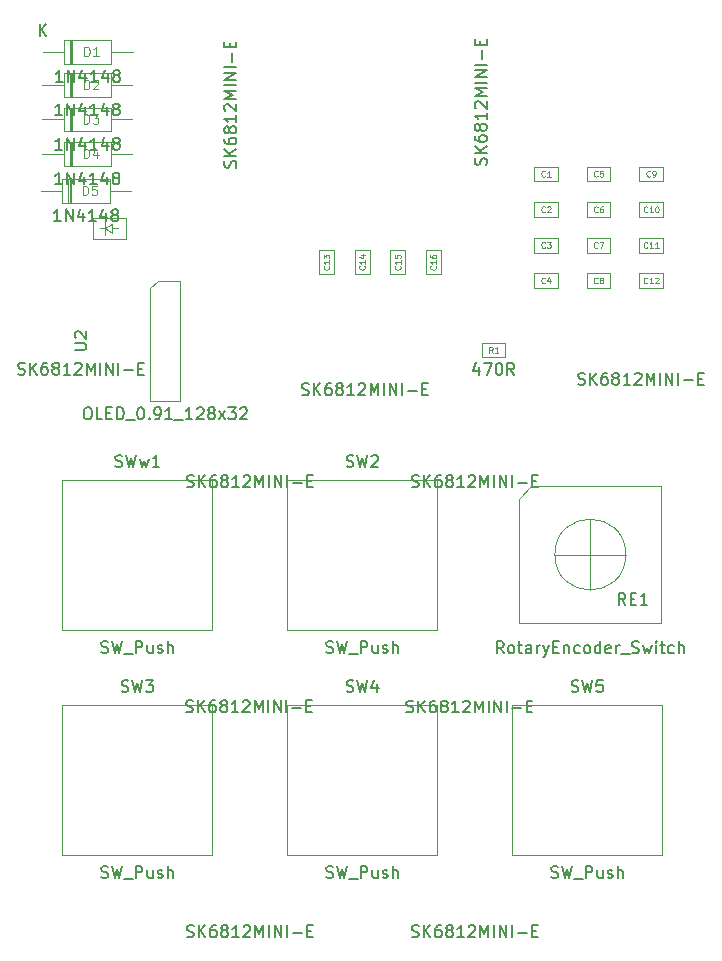
<source format=gbr>
%TF.GenerationSoftware,KiCad,Pcbnew,9.0.7*%
%TF.CreationDate,2026-01-30T21:13:48-06:00*%
%TF.ProjectId,HACK PAD!,4841434b-2050-4414-9421-2e6b69636164,rev?*%
%TF.SameCoordinates,Original*%
%TF.FileFunction,AssemblyDrawing,Top*%
%FSLAX46Y46*%
G04 Gerber Fmt 4.6, Leading zero omitted, Abs format (unit mm)*
G04 Created by KiCad (PCBNEW 9.0.7) date 2026-01-30 21:13:48*
%MOMM*%
%LPD*%
G01*
G04 APERTURE LIST*
%ADD10C,0.080000*%
%ADD11C,0.150000*%
%ADD12C,0.120000*%
%ADD13C,0.100000*%
G04 APERTURE END LIST*
D10*
X77066666Y-50185730D02*
X77042857Y-50209540D01*
X77042857Y-50209540D02*
X76971428Y-50233349D01*
X76971428Y-50233349D02*
X76923809Y-50233349D01*
X76923809Y-50233349D02*
X76852381Y-50209540D01*
X76852381Y-50209540D02*
X76804762Y-50161920D01*
X76804762Y-50161920D02*
X76780952Y-50114301D01*
X76780952Y-50114301D02*
X76757143Y-50019063D01*
X76757143Y-50019063D02*
X76757143Y-49947635D01*
X76757143Y-49947635D02*
X76780952Y-49852397D01*
X76780952Y-49852397D02*
X76804762Y-49804778D01*
X76804762Y-49804778D02*
X76852381Y-49757159D01*
X76852381Y-49757159D02*
X76923809Y-49733349D01*
X76923809Y-49733349D02*
X76971428Y-49733349D01*
X76971428Y-49733349D02*
X77042857Y-49757159D01*
X77042857Y-49757159D02*
X77066666Y-49780968D01*
X77233333Y-49733349D02*
X77566666Y-49733349D01*
X77566666Y-49733349D02*
X77352381Y-50233349D01*
X77066666Y-44165730D02*
X77042857Y-44189540D01*
X77042857Y-44189540D02*
X76971428Y-44213349D01*
X76971428Y-44213349D02*
X76923809Y-44213349D01*
X76923809Y-44213349D02*
X76852381Y-44189540D01*
X76852381Y-44189540D02*
X76804762Y-44141920D01*
X76804762Y-44141920D02*
X76780952Y-44094301D01*
X76780952Y-44094301D02*
X76757143Y-43999063D01*
X76757143Y-43999063D02*
X76757143Y-43927635D01*
X76757143Y-43927635D02*
X76780952Y-43832397D01*
X76780952Y-43832397D02*
X76804762Y-43784778D01*
X76804762Y-43784778D02*
X76852381Y-43737159D01*
X76852381Y-43737159D02*
X76923809Y-43713349D01*
X76923809Y-43713349D02*
X76971428Y-43713349D01*
X76971428Y-43713349D02*
X77042857Y-43737159D01*
X77042857Y-43737159D02*
X77066666Y-43760968D01*
X77519047Y-43713349D02*
X77280952Y-43713349D01*
X77280952Y-43713349D02*
X77257143Y-43951444D01*
X77257143Y-43951444D02*
X77280952Y-43927635D01*
X77280952Y-43927635D02*
X77328571Y-43903825D01*
X77328571Y-43903825D02*
X77447619Y-43903825D01*
X77447619Y-43903825D02*
X77495238Y-43927635D01*
X77495238Y-43927635D02*
X77519047Y-43951444D01*
X77519047Y-43951444D02*
X77542857Y-43999063D01*
X77542857Y-43999063D02*
X77542857Y-44118111D01*
X77542857Y-44118111D02*
X77519047Y-44165730D01*
X77519047Y-44165730D02*
X77495238Y-44189540D01*
X77495238Y-44189540D02*
X77447619Y-44213349D01*
X77447619Y-44213349D02*
X77328571Y-44213349D01*
X77328571Y-44213349D02*
X77280952Y-44189540D01*
X77280952Y-44189540D02*
X77257143Y-44165730D01*
X77066666Y-47175730D02*
X77042857Y-47199540D01*
X77042857Y-47199540D02*
X76971428Y-47223349D01*
X76971428Y-47223349D02*
X76923809Y-47223349D01*
X76923809Y-47223349D02*
X76852381Y-47199540D01*
X76852381Y-47199540D02*
X76804762Y-47151920D01*
X76804762Y-47151920D02*
X76780952Y-47104301D01*
X76780952Y-47104301D02*
X76757143Y-47009063D01*
X76757143Y-47009063D02*
X76757143Y-46937635D01*
X76757143Y-46937635D02*
X76780952Y-46842397D01*
X76780952Y-46842397D02*
X76804762Y-46794778D01*
X76804762Y-46794778D02*
X76852381Y-46747159D01*
X76852381Y-46747159D02*
X76923809Y-46723349D01*
X76923809Y-46723349D02*
X76971428Y-46723349D01*
X76971428Y-46723349D02*
X77042857Y-46747159D01*
X77042857Y-46747159D02*
X77066666Y-46770968D01*
X77495238Y-46723349D02*
X77400000Y-46723349D01*
X77400000Y-46723349D02*
X77352381Y-46747159D01*
X77352381Y-46747159D02*
X77328571Y-46770968D01*
X77328571Y-46770968D02*
X77280952Y-46842397D01*
X77280952Y-46842397D02*
X77257143Y-46937635D01*
X77257143Y-46937635D02*
X77257143Y-47128111D01*
X77257143Y-47128111D02*
X77280952Y-47175730D01*
X77280952Y-47175730D02*
X77304762Y-47199540D01*
X77304762Y-47199540D02*
X77352381Y-47223349D01*
X77352381Y-47223349D02*
X77447619Y-47223349D01*
X77447619Y-47223349D02*
X77495238Y-47199540D01*
X77495238Y-47199540D02*
X77519047Y-47175730D01*
X77519047Y-47175730D02*
X77542857Y-47128111D01*
X77542857Y-47128111D02*
X77542857Y-47009063D01*
X77542857Y-47009063D02*
X77519047Y-46961444D01*
X77519047Y-46961444D02*
X77495238Y-46937635D01*
X77495238Y-46937635D02*
X77447619Y-46913825D01*
X77447619Y-46913825D02*
X77352381Y-46913825D01*
X77352381Y-46913825D02*
X77304762Y-46937635D01*
X77304762Y-46937635D02*
X77280952Y-46961444D01*
X77280952Y-46961444D02*
X77257143Y-47009063D01*
D11*
X28004167Y-60927201D02*
X28147024Y-60974820D01*
X28147024Y-60974820D02*
X28385119Y-60974820D01*
X28385119Y-60974820D02*
X28480357Y-60927201D01*
X28480357Y-60927201D02*
X28527976Y-60879581D01*
X28527976Y-60879581D02*
X28575595Y-60784343D01*
X28575595Y-60784343D02*
X28575595Y-60689105D01*
X28575595Y-60689105D02*
X28527976Y-60593867D01*
X28527976Y-60593867D02*
X28480357Y-60546248D01*
X28480357Y-60546248D02*
X28385119Y-60498629D01*
X28385119Y-60498629D02*
X28194643Y-60451010D01*
X28194643Y-60451010D02*
X28099405Y-60403391D01*
X28099405Y-60403391D02*
X28051786Y-60355772D01*
X28051786Y-60355772D02*
X28004167Y-60260534D01*
X28004167Y-60260534D02*
X28004167Y-60165296D01*
X28004167Y-60165296D02*
X28051786Y-60070058D01*
X28051786Y-60070058D02*
X28099405Y-60022439D01*
X28099405Y-60022439D02*
X28194643Y-59974820D01*
X28194643Y-59974820D02*
X28432738Y-59974820D01*
X28432738Y-59974820D02*
X28575595Y-60022439D01*
X29004167Y-60974820D02*
X29004167Y-59974820D01*
X29575595Y-60974820D02*
X29147024Y-60403391D01*
X29575595Y-59974820D02*
X29004167Y-60546248D01*
X30432738Y-59974820D02*
X30242262Y-59974820D01*
X30242262Y-59974820D02*
X30147024Y-60022439D01*
X30147024Y-60022439D02*
X30099405Y-60070058D01*
X30099405Y-60070058D02*
X30004167Y-60212915D01*
X30004167Y-60212915D02*
X29956548Y-60403391D01*
X29956548Y-60403391D02*
X29956548Y-60784343D01*
X29956548Y-60784343D02*
X30004167Y-60879581D01*
X30004167Y-60879581D02*
X30051786Y-60927201D01*
X30051786Y-60927201D02*
X30147024Y-60974820D01*
X30147024Y-60974820D02*
X30337500Y-60974820D01*
X30337500Y-60974820D02*
X30432738Y-60927201D01*
X30432738Y-60927201D02*
X30480357Y-60879581D01*
X30480357Y-60879581D02*
X30527976Y-60784343D01*
X30527976Y-60784343D02*
X30527976Y-60546248D01*
X30527976Y-60546248D02*
X30480357Y-60451010D01*
X30480357Y-60451010D02*
X30432738Y-60403391D01*
X30432738Y-60403391D02*
X30337500Y-60355772D01*
X30337500Y-60355772D02*
X30147024Y-60355772D01*
X30147024Y-60355772D02*
X30051786Y-60403391D01*
X30051786Y-60403391D02*
X30004167Y-60451010D01*
X30004167Y-60451010D02*
X29956548Y-60546248D01*
X31099405Y-60403391D02*
X31004167Y-60355772D01*
X31004167Y-60355772D02*
X30956548Y-60308153D01*
X30956548Y-60308153D02*
X30908929Y-60212915D01*
X30908929Y-60212915D02*
X30908929Y-60165296D01*
X30908929Y-60165296D02*
X30956548Y-60070058D01*
X30956548Y-60070058D02*
X31004167Y-60022439D01*
X31004167Y-60022439D02*
X31099405Y-59974820D01*
X31099405Y-59974820D02*
X31289881Y-59974820D01*
X31289881Y-59974820D02*
X31385119Y-60022439D01*
X31385119Y-60022439D02*
X31432738Y-60070058D01*
X31432738Y-60070058D02*
X31480357Y-60165296D01*
X31480357Y-60165296D02*
X31480357Y-60212915D01*
X31480357Y-60212915D02*
X31432738Y-60308153D01*
X31432738Y-60308153D02*
X31385119Y-60355772D01*
X31385119Y-60355772D02*
X31289881Y-60403391D01*
X31289881Y-60403391D02*
X31099405Y-60403391D01*
X31099405Y-60403391D02*
X31004167Y-60451010D01*
X31004167Y-60451010D02*
X30956548Y-60498629D01*
X30956548Y-60498629D02*
X30908929Y-60593867D01*
X30908929Y-60593867D02*
X30908929Y-60784343D01*
X30908929Y-60784343D02*
X30956548Y-60879581D01*
X30956548Y-60879581D02*
X31004167Y-60927201D01*
X31004167Y-60927201D02*
X31099405Y-60974820D01*
X31099405Y-60974820D02*
X31289881Y-60974820D01*
X31289881Y-60974820D02*
X31385119Y-60927201D01*
X31385119Y-60927201D02*
X31432738Y-60879581D01*
X31432738Y-60879581D02*
X31480357Y-60784343D01*
X31480357Y-60784343D02*
X31480357Y-60593867D01*
X31480357Y-60593867D02*
X31432738Y-60498629D01*
X31432738Y-60498629D02*
X31385119Y-60451010D01*
X31385119Y-60451010D02*
X31289881Y-60403391D01*
X32432738Y-60974820D02*
X31861310Y-60974820D01*
X32147024Y-60974820D02*
X32147024Y-59974820D01*
X32147024Y-59974820D02*
X32051786Y-60117677D01*
X32051786Y-60117677D02*
X31956548Y-60212915D01*
X31956548Y-60212915D02*
X31861310Y-60260534D01*
X32813691Y-60070058D02*
X32861310Y-60022439D01*
X32861310Y-60022439D02*
X32956548Y-59974820D01*
X32956548Y-59974820D02*
X33194643Y-59974820D01*
X33194643Y-59974820D02*
X33289881Y-60022439D01*
X33289881Y-60022439D02*
X33337500Y-60070058D01*
X33337500Y-60070058D02*
X33385119Y-60165296D01*
X33385119Y-60165296D02*
X33385119Y-60260534D01*
X33385119Y-60260534D02*
X33337500Y-60403391D01*
X33337500Y-60403391D02*
X32766072Y-60974820D01*
X32766072Y-60974820D02*
X33385119Y-60974820D01*
X33813691Y-60974820D02*
X33813691Y-59974820D01*
X33813691Y-59974820D02*
X34147024Y-60689105D01*
X34147024Y-60689105D02*
X34480357Y-59974820D01*
X34480357Y-59974820D02*
X34480357Y-60974820D01*
X34956548Y-60974820D02*
X34956548Y-59974820D01*
X35432738Y-60974820D02*
X35432738Y-59974820D01*
X35432738Y-59974820D02*
X36004166Y-60974820D01*
X36004166Y-60974820D02*
X36004166Y-59974820D01*
X36480357Y-60974820D02*
X36480357Y-59974820D01*
X36956547Y-60593867D02*
X37718452Y-60593867D01*
X38194642Y-60451010D02*
X38527975Y-60451010D01*
X38670832Y-60974820D02*
X38194642Y-60974820D01*
X38194642Y-60974820D02*
X38194642Y-59974820D01*
X38194642Y-59974820D02*
X38670832Y-59974820D01*
D10*
X81278571Y-50185730D02*
X81254762Y-50209540D01*
X81254762Y-50209540D02*
X81183333Y-50233349D01*
X81183333Y-50233349D02*
X81135714Y-50233349D01*
X81135714Y-50233349D02*
X81064286Y-50209540D01*
X81064286Y-50209540D02*
X81016667Y-50161920D01*
X81016667Y-50161920D02*
X80992857Y-50114301D01*
X80992857Y-50114301D02*
X80969048Y-50019063D01*
X80969048Y-50019063D02*
X80969048Y-49947635D01*
X80969048Y-49947635D02*
X80992857Y-49852397D01*
X80992857Y-49852397D02*
X81016667Y-49804778D01*
X81016667Y-49804778D02*
X81064286Y-49757159D01*
X81064286Y-49757159D02*
X81135714Y-49733349D01*
X81135714Y-49733349D02*
X81183333Y-49733349D01*
X81183333Y-49733349D02*
X81254762Y-49757159D01*
X81254762Y-49757159D02*
X81278571Y-49780968D01*
X81754762Y-50233349D02*
X81469048Y-50233349D01*
X81611905Y-50233349D02*
X81611905Y-49733349D01*
X81611905Y-49733349D02*
X81564286Y-49804778D01*
X81564286Y-49804778D02*
X81516667Y-49852397D01*
X81516667Y-49852397D02*
X81469048Y-49876206D01*
X82230952Y-50233349D02*
X81945238Y-50233349D01*
X82088095Y-50233349D02*
X82088095Y-49733349D01*
X82088095Y-49733349D02*
X82040476Y-49804778D01*
X82040476Y-49804778D02*
X81992857Y-49852397D01*
X81992857Y-49852397D02*
X81945238Y-49876206D01*
D11*
X75410367Y-61780001D02*
X75553224Y-61827620D01*
X75553224Y-61827620D02*
X75791319Y-61827620D01*
X75791319Y-61827620D02*
X75886557Y-61780001D01*
X75886557Y-61780001D02*
X75934176Y-61732381D01*
X75934176Y-61732381D02*
X75981795Y-61637143D01*
X75981795Y-61637143D02*
X75981795Y-61541905D01*
X75981795Y-61541905D02*
X75934176Y-61446667D01*
X75934176Y-61446667D02*
X75886557Y-61399048D01*
X75886557Y-61399048D02*
X75791319Y-61351429D01*
X75791319Y-61351429D02*
X75600843Y-61303810D01*
X75600843Y-61303810D02*
X75505605Y-61256191D01*
X75505605Y-61256191D02*
X75457986Y-61208572D01*
X75457986Y-61208572D02*
X75410367Y-61113334D01*
X75410367Y-61113334D02*
X75410367Y-61018096D01*
X75410367Y-61018096D02*
X75457986Y-60922858D01*
X75457986Y-60922858D02*
X75505605Y-60875239D01*
X75505605Y-60875239D02*
X75600843Y-60827620D01*
X75600843Y-60827620D02*
X75838938Y-60827620D01*
X75838938Y-60827620D02*
X75981795Y-60875239D01*
X76410367Y-61827620D02*
X76410367Y-60827620D01*
X76981795Y-61827620D02*
X76553224Y-61256191D01*
X76981795Y-60827620D02*
X76410367Y-61399048D01*
X77838938Y-60827620D02*
X77648462Y-60827620D01*
X77648462Y-60827620D02*
X77553224Y-60875239D01*
X77553224Y-60875239D02*
X77505605Y-60922858D01*
X77505605Y-60922858D02*
X77410367Y-61065715D01*
X77410367Y-61065715D02*
X77362748Y-61256191D01*
X77362748Y-61256191D02*
X77362748Y-61637143D01*
X77362748Y-61637143D02*
X77410367Y-61732381D01*
X77410367Y-61732381D02*
X77457986Y-61780001D01*
X77457986Y-61780001D02*
X77553224Y-61827620D01*
X77553224Y-61827620D02*
X77743700Y-61827620D01*
X77743700Y-61827620D02*
X77838938Y-61780001D01*
X77838938Y-61780001D02*
X77886557Y-61732381D01*
X77886557Y-61732381D02*
X77934176Y-61637143D01*
X77934176Y-61637143D02*
X77934176Y-61399048D01*
X77934176Y-61399048D02*
X77886557Y-61303810D01*
X77886557Y-61303810D02*
X77838938Y-61256191D01*
X77838938Y-61256191D02*
X77743700Y-61208572D01*
X77743700Y-61208572D02*
X77553224Y-61208572D01*
X77553224Y-61208572D02*
X77457986Y-61256191D01*
X77457986Y-61256191D02*
X77410367Y-61303810D01*
X77410367Y-61303810D02*
X77362748Y-61399048D01*
X78505605Y-61256191D02*
X78410367Y-61208572D01*
X78410367Y-61208572D02*
X78362748Y-61160953D01*
X78362748Y-61160953D02*
X78315129Y-61065715D01*
X78315129Y-61065715D02*
X78315129Y-61018096D01*
X78315129Y-61018096D02*
X78362748Y-60922858D01*
X78362748Y-60922858D02*
X78410367Y-60875239D01*
X78410367Y-60875239D02*
X78505605Y-60827620D01*
X78505605Y-60827620D02*
X78696081Y-60827620D01*
X78696081Y-60827620D02*
X78791319Y-60875239D01*
X78791319Y-60875239D02*
X78838938Y-60922858D01*
X78838938Y-60922858D02*
X78886557Y-61018096D01*
X78886557Y-61018096D02*
X78886557Y-61065715D01*
X78886557Y-61065715D02*
X78838938Y-61160953D01*
X78838938Y-61160953D02*
X78791319Y-61208572D01*
X78791319Y-61208572D02*
X78696081Y-61256191D01*
X78696081Y-61256191D02*
X78505605Y-61256191D01*
X78505605Y-61256191D02*
X78410367Y-61303810D01*
X78410367Y-61303810D02*
X78362748Y-61351429D01*
X78362748Y-61351429D02*
X78315129Y-61446667D01*
X78315129Y-61446667D02*
X78315129Y-61637143D01*
X78315129Y-61637143D02*
X78362748Y-61732381D01*
X78362748Y-61732381D02*
X78410367Y-61780001D01*
X78410367Y-61780001D02*
X78505605Y-61827620D01*
X78505605Y-61827620D02*
X78696081Y-61827620D01*
X78696081Y-61827620D02*
X78791319Y-61780001D01*
X78791319Y-61780001D02*
X78838938Y-61732381D01*
X78838938Y-61732381D02*
X78886557Y-61637143D01*
X78886557Y-61637143D02*
X78886557Y-61446667D01*
X78886557Y-61446667D02*
X78838938Y-61351429D01*
X78838938Y-61351429D02*
X78791319Y-61303810D01*
X78791319Y-61303810D02*
X78696081Y-61256191D01*
X79838938Y-61827620D02*
X79267510Y-61827620D01*
X79553224Y-61827620D02*
X79553224Y-60827620D01*
X79553224Y-60827620D02*
X79457986Y-60970477D01*
X79457986Y-60970477D02*
X79362748Y-61065715D01*
X79362748Y-61065715D02*
X79267510Y-61113334D01*
X80219891Y-60922858D02*
X80267510Y-60875239D01*
X80267510Y-60875239D02*
X80362748Y-60827620D01*
X80362748Y-60827620D02*
X80600843Y-60827620D01*
X80600843Y-60827620D02*
X80696081Y-60875239D01*
X80696081Y-60875239D02*
X80743700Y-60922858D01*
X80743700Y-60922858D02*
X80791319Y-61018096D01*
X80791319Y-61018096D02*
X80791319Y-61113334D01*
X80791319Y-61113334D02*
X80743700Y-61256191D01*
X80743700Y-61256191D02*
X80172272Y-61827620D01*
X80172272Y-61827620D02*
X80791319Y-61827620D01*
X81219891Y-61827620D02*
X81219891Y-60827620D01*
X81219891Y-60827620D02*
X81553224Y-61541905D01*
X81553224Y-61541905D02*
X81886557Y-60827620D01*
X81886557Y-60827620D02*
X81886557Y-61827620D01*
X82362748Y-61827620D02*
X82362748Y-60827620D01*
X82838938Y-61827620D02*
X82838938Y-60827620D01*
X82838938Y-60827620D02*
X83410366Y-61827620D01*
X83410366Y-61827620D02*
X83410366Y-60827620D01*
X83886557Y-61827620D02*
X83886557Y-60827620D01*
X84362747Y-61446667D02*
X85124652Y-61446667D01*
X85600842Y-61303810D02*
X85934175Y-61303810D01*
X86077032Y-61827620D02*
X85600842Y-61827620D01*
X85600842Y-61827620D02*
X85600842Y-60827620D01*
X85600842Y-60827620D02*
X86077032Y-60827620D01*
X69116665Y-84554819D02*
X68783332Y-84078628D01*
X68545237Y-84554819D02*
X68545237Y-83554819D01*
X68545237Y-83554819D02*
X68926189Y-83554819D01*
X68926189Y-83554819D02*
X69021427Y-83602438D01*
X69021427Y-83602438D02*
X69069046Y-83650057D01*
X69069046Y-83650057D02*
X69116665Y-83745295D01*
X69116665Y-83745295D02*
X69116665Y-83888152D01*
X69116665Y-83888152D02*
X69069046Y-83983390D01*
X69069046Y-83983390D02*
X69021427Y-84031009D01*
X69021427Y-84031009D02*
X68926189Y-84078628D01*
X68926189Y-84078628D02*
X68545237Y-84078628D01*
X69688094Y-84554819D02*
X69592856Y-84507200D01*
X69592856Y-84507200D02*
X69545237Y-84459580D01*
X69545237Y-84459580D02*
X69497618Y-84364342D01*
X69497618Y-84364342D02*
X69497618Y-84078628D01*
X69497618Y-84078628D02*
X69545237Y-83983390D01*
X69545237Y-83983390D02*
X69592856Y-83935771D01*
X69592856Y-83935771D02*
X69688094Y-83888152D01*
X69688094Y-83888152D02*
X69830951Y-83888152D01*
X69830951Y-83888152D02*
X69926189Y-83935771D01*
X69926189Y-83935771D02*
X69973808Y-83983390D01*
X69973808Y-83983390D02*
X70021427Y-84078628D01*
X70021427Y-84078628D02*
X70021427Y-84364342D01*
X70021427Y-84364342D02*
X69973808Y-84459580D01*
X69973808Y-84459580D02*
X69926189Y-84507200D01*
X69926189Y-84507200D02*
X69830951Y-84554819D01*
X69830951Y-84554819D02*
X69688094Y-84554819D01*
X70307142Y-83888152D02*
X70688094Y-83888152D01*
X70449999Y-83554819D02*
X70449999Y-84411961D01*
X70449999Y-84411961D02*
X70497618Y-84507200D01*
X70497618Y-84507200D02*
X70592856Y-84554819D01*
X70592856Y-84554819D02*
X70688094Y-84554819D01*
X71449999Y-84554819D02*
X71449999Y-84031009D01*
X71449999Y-84031009D02*
X71402380Y-83935771D01*
X71402380Y-83935771D02*
X71307142Y-83888152D01*
X71307142Y-83888152D02*
X71116666Y-83888152D01*
X71116666Y-83888152D02*
X71021428Y-83935771D01*
X71449999Y-84507200D02*
X71354761Y-84554819D01*
X71354761Y-84554819D02*
X71116666Y-84554819D01*
X71116666Y-84554819D02*
X71021428Y-84507200D01*
X71021428Y-84507200D02*
X70973809Y-84411961D01*
X70973809Y-84411961D02*
X70973809Y-84316723D01*
X70973809Y-84316723D02*
X71021428Y-84221485D01*
X71021428Y-84221485D02*
X71116666Y-84173866D01*
X71116666Y-84173866D02*
X71354761Y-84173866D01*
X71354761Y-84173866D02*
X71449999Y-84126247D01*
X71926190Y-84554819D02*
X71926190Y-83888152D01*
X71926190Y-84078628D02*
X71973809Y-83983390D01*
X71973809Y-83983390D02*
X72021428Y-83935771D01*
X72021428Y-83935771D02*
X72116666Y-83888152D01*
X72116666Y-83888152D02*
X72211904Y-83888152D01*
X72450000Y-83888152D02*
X72688095Y-84554819D01*
X72926190Y-83888152D02*
X72688095Y-84554819D01*
X72688095Y-84554819D02*
X72592857Y-84792914D01*
X72592857Y-84792914D02*
X72545238Y-84840533D01*
X72545238Y-84840533D02*
X72450000Y-84888152D01*
X73307143Y-84031009D02*
X73640476Y-84031009D01*
X73783333Y-84554819D02*
X73307143Y-84554819D01*
X73307143Y-84554819D02*
X73307143Y-83554819D01*
X73307143Y-83554819D02*
X73783333Y-83554819D01*
X74211905Y-83888152D02*
X74211905Y-84554819D01*
X74211905Y-83983390D02*
X74259524Y-83935771D01*
X74259524Y-83935771D02*
X74354762Y-83888152D01*
X74354762Y-83888152D02*
X74497619Y-83888152D01*
X74497619Y-83888152D02*
X74592857Y-83935771D01*
X74592857Y-83935771D02*
X74640476Y-84031009D01*
X74640476Y-84031009D02*
X74640476Y-84554819D01*
X75545238Y-84507200D02*
X75450000Y-84554819D01*
X75450000Y-84554819D02*
X75259524Y-84554819D01*
X75259524Y-84554819D02*
X75164286Y-84507200D01*
X75164286Y-84507200D02*
X75116667Y-84459580D01*
X75116667Y-84459580D02*
X75069048Y-84364342D01*
X75069048Y-84364342D02*
X75069048Y-84078628D01*
X75069048Y-84078628D02*
X75116667Y-83983390D01*
X75116667Y-83983390D02*
X75164286Y-83935771D01*
X75164286Y-83935771D02*
X75259524Y-83888152D01*
X75259524Y-83888152D02*
X75450000Y-83888152D01*
X75450000Y-83888152D02*
X75545238Y-83935771D01*
X76116667Y-84554819D02*
X76021429Y-84507200D01*
X76021429Y-84507200D02*
X75973810Y-84459580D01*
X75973810Y-84459580D02*
X75926191Y-84364342D01*
X75926191Y-84364342D02*
X75926191Y-84078628D01*
X75926191Y-84078628D02*
X75973810Y-83983390D01*
X75973810Y-83983390D02*
X76021429Y-83935771D01*
X76021429Y-83935771D02*
X76116667Y-83888152D01*
X76116667Y-83888152D02*
X76259524Y-83888152D01*
X76259524Y-83888152D02*
X76354762Y-83935771D01*
X76354762Y-83935771D02*
X76402381Y-83983390D01*
X76402381Y-83983390D02*
X76450000Y-84078628D01*
X76450000Y-84078628D02*
X76450000Y-84364342D01*
X76450000Y-84364342D02*
X76402381Y-84459580D01*
X76402381Y-84459580D02*
X76354762Y-84507200D01*
X76354762Y-84507200D02*
X76259524Y-84554819D01*
X76259524Y-84554819D02*
X76116667Y-84554819D01*
X77307143Y-84554819D02*
X77307143Y-83554819D01*
X77307143Y-84507200D02*
X77211905Y-84554819D01*
X77211905Y-84554819D02*
X77021429Y-84554819D01*
X77021429Y-84554819D02*
X76926191Y-84507200D01*
X76926191Y-84507200D02*
X76878572Y-84459580D01*
X76878572Y-84459580D02*
X76830953Y-84364342D01*
X76830953Y-84364342D02*
X76830953Y-84078628D01*
X76830953Y-84078628D02*
X76878572Y-83983390D01*
X76878572Y-83983390D02*
X76926191Y-83935771D01*
X76926191Y-83935771D02*
X77021429Y-83888152D01*
X77021429Y-83888152D02*
X77211905Y-83888152D01*
X77211905Y-83888152D02*
X77307143Y-83935771D01*
X78164286Y-84507200D02*
X78069048Y-84554819D01*
X78069048Y-84554819D02*
X77878572Y-84554819D01*
X77878572Y-84554819D02*
X77783334Y-84507200D01*
X77783334Y-84507200D02*
X77735715Y-84411961D01*
X77735715Y-84411961D02*
X77735715Y-84031009D01*
X77735715Y-84031009D02*
X77783334Y-83935771D01*
X77783334Y-83935771D02*
X77878572Y-83888152D01*
X77878572Y-83888152D02*
X78069048Y-83888152D01*
X78069048Y-83888152D02*
X78164286Y-83935771D01*
X78164286Y-83935771D02*
X78211905Y-84031009D01*
X78211905Y-84031009D02*
X78211905Y-84126247D01*
X78211905Y-84126247D02*
X77735715Y-84221485D01*
X78640477Y-84554819D02*
X78640477Y-83888152D01*
X78640477Y-84078628D02*
X78688096Y-83983390D01*
X78688096Y-83983390D02*
X78735715Y-83935771D01*
X78735715Y-83935771D02*
X78830953Y-83888152D01*
X78830953Y-83888152D02*
X78926191Y-83888152D01*
X79021430Y-84650057D02*
X79783334Y-84650057D01*
X79973811Y-84507200D02*
X80116668Y-84554819D01*
X80116668Y-84554819D02*
X80354763Y-84554819D01*
X80354763Y-84554819D02*
X80450001Y-84507200D01*
X80450001Y-84507200D02*
X80497620Y-84459580D01*
X80497620Y-84459580D02*
X80545239Y-84364342D01*
X80545239Y-84364342D02*
X80545239Y-84269104D01*
X80545239Y-84269104D02*
X80497620Y-84173866D01*
X80497620Y-84173866D02*
X80450001Y-84126247D01*
X80450001Y-84126247D02*
X80354763Y-84078628D01*
X80354763Y-84078628D02*
X80164287Y-84031009D01*
X80164287Y-84031009D02*
X80069049Y-83983390D01*
X80069049Y-83983390D02*
X80021430Y-83935771D01*
X80021430Y-83935771D02*
X79973811Y-83840533D01*
X79973811Y-83840533D02*
X79973811Y-83745295D01*
X79973811Y-83745295D02*
X80021430Y-83650057D01*
X80021430Y-83650057D02*
X80069049Y-83602438D01*
X80069049Y-83602438D02*
X80164287Y-83554819D01*
X80164287Y-83554819D02*
X80402382Y-83554819D01*
X80402382Y-83554819D02*
X80545239Y-83602438D01*
X80878573Y-83888152D02*
X81069049Y-84554819D01*
X81069049Y-84554819D02*
X81259525Y-84078628D01*
X81259525Y-84078628D02*
X81450001Y-84554819D01*
X81450001Y-84554819D02*
X81640477Y-83888152D01*
X82021430Y-84554819D02*
X82021430Y-83888152D01*
X82021430Y-83554819D02*
X81973811Y-83602438D01*
X81973811Y-83602438D02*
X82021430Y-83650057D01*
X82021430Y-83650057D02*
X82069049Y-83602438D01*
X82069049Y-83602438D02*
X82021430Y-83554819D01*
X82021430Y-83554819D02*
X82021430Y-83650057D01*
X82354763Y-83888152D02*
X82735715Y-83888152D01*
X82497620Y-83554819D02*
X82497620Y-84411961D01*
X82497620Y-84411961D02*
X82545239Y-84507200D01*
X82545239Y-84507200D02*
X82640477Y-84554819D01*
X82640477Y-84554819D02*
X82735715Y-84554819D01*
X83497620Y-84507200D02*
X83402382Y-84554819D01*
X83402382Y-84554819D02*
X83211906Y-84554819D01*
X83211906Y-84554819D02*
X83116668Y-84507200D01*
X83116668Y-84507200D02*
X83069049Y-84459580D01*
X83069049Y-84459580D02*
X83021430Y-84364342D01*
X83021430Y-84364342D02*
X83021430Y-84078628D01*
X83021430Y-84078628D02*
X83069049Y-83983390D01*
X83069049Y-83983390D02*
X83116668Y-83935771D01*
X83116668Y-83935771D02*
X83211906Y-83888152D01*
X83211906Y-83888152D02*
X83402382Y-83888152D01*
X83402382Y-83888152D02*
X83497620Y-83935771D01*
X83926192Y-84554819D02*
X83926192Y-83554819D01*
X84354763Y-84554819D02*
X84354763Y-84031009D01*
X84354763Y-84031009D02*
X84307144Y-83935771D01*
X84307144Y-83935771D02*
X84211906Y-83888152D01*
X84211906Y-83888152D02*
X84069049Y-83888152D01*
X84069049Y-83888152D02*
X83973811Y-83935771D01*
X83973811Y-83935771D02*
X83926192Y-83983390D01*
X79430952Y-80454819D02*
X79097619Y-79978628D01*
X78859524Y-80454819D02*
X78859524Y-79454819D01*
X78859524Y-79454819D02*
X79240476Y-79454819D01*
X79240476Y-79454819D02*
X79335714Y-79502438D01*
X79335714Y-79502438D02*
X79383333Y-79550057D01*
X79383333Y-79550057D02*
X79430952Y-79645295D01*
X79430952Y-79645295D02*
X79430952Y-79788152D01*
X79430952Y-79788152D02*
X79383333Y-79883390D01*
X79383333Y-79883390D02*
X79335714Y-79931009D01*
X79335714Y-79931009D02*
X79240476Y-79978628D01*
X79240476Y-79978628D02*
X78859524Y-79978628D01*
X79859524Y-79931009D02*
X80192857Y-79931009D01*
X80335714Y-80454819D02*
X79859524Y-80454819D01*
X79859524Y-80454819D02*
X79859524Y-79454819D01*
X79859524Y-79454819D02*
X80335714Y-79454819D01*
X81288095Y-80454819D02*
X80716667Y-80454819D01*
X81002381Y-80454819D02*
X81002381Y-79454819D01*
X81002381Y-79454819D02*
X80907143Y-79597676D01*
X80907143Y-79597676D02*
X80811905Y-79692914D01*
X80811905Y-79692914D02*
X80716667Y-79740533D01*
X67621899Y-43214532D02*
X67669518Y-43071675D01*
X67669518Y-43071675D02*
X67669518Y-42833580D01*
X67669518Y-42833580D02*
X67621899Y-42738342D01*
X67621899Y-42738342D02*
X67574279Y-42690723D01*
X67574279Y-42690723D02*
X67479041Y-42643104D01*
X67479041Y-42643104D02*
X67383803Y-42643104D01*
X67383803Y-42643104D02*
X67288565Y-42690723D01*
X67288565Y-42690723D02*
X67240946Y-42738342D01*
X67240946Y-42738342D02*
X67193327Y-42833580D01*
X67193327Y-42833580D02*
X67145708Y-43024056D01*
X67145708Y-43024056D02*
X67098089Y-43119294D01*
X67098089Y-43119294D02*
X67050470Y-43166913D01*
X67050470Y-43166913D02*
X66955232Y-43214532D01*
X66955232Y-43214532D02*
X66859994Y-43214532D01*
X66859994Y-43214532D02*
X66764756Y-43166913D01*
X66764756Y-43166913D02*
X66717137Y-43119294D01*
X66717137Y-43119294D02*
X66669518Y-43024056D01*
X66669518Y-43024056D02*
X66669518Y-42785961D01*
X66669518Y-42785961D02*
X66717137Y-42643104D01*
X67669518Y-42214532D02*
X66669518Y-42214532D01*
X67669518Y-41643104D02*
X67098089Y-42071675D01*
X66669518Y-41643104D02*
X67240946Y-42214532D01*
X66669518Y-40785961D02*
X66669518Y-40976437D01*
X66669518Y-40976437D02*
X66717137Y-41071675D01*
X66717137Y-41071675D02*
X66764756Y-41119294D01*
X66764756Y-41119294D02*
X66907613Y-41214532D01*
X66907613Y-41214532D02*
X67098089Y-41262151D01*
X67098089Y-41262151D02*
X67479041Y-41262151D01*
X67479041Y-41262151D02*
X67574279Y-41214532D01*
X67574279Y-41214532D02*
X67621899Y-41166913D01*
X67621899Y-41166913D02*
X67669518Y-41071675D01*
X67669518Y-41071675D02*
X67669518Y-40881199D01*
X67669518Y-40881199D02*
X67621899Y-40785961D01*
X67621899Y-40785961D02*
X67574279Y-40738342D01*
X67574279Y-40738342D02*
X67479041Y-40690723D01*
X67479041Y-40690723D02*
X67240946Y-40690723D01*
X67240946Y-40690723D02*
X67145708Y-40738342D01*
X67145708Y-40738342D02*
X67098089Y-40785961D01*
X67098089Y-40785961D02*
X67050470Y-40881199D01*
X67050470Y-40881199D02*
X67050470Y-41071675D01*
X67050470Y-41071675D02*
X67098089Y-41166913D01*
X67098089Y-41166913D02*
X67145708Y-41214532D01*
X67145708Y-41214532D02*
X67240946Y-41262151D01*
X67098089Y-40119294D02*
X67050470Y-40214532D01*
X67050470Y-40214532D02*
X67002851Y-40262151D01*
X67002851Y-40262151D02*
X66907613Y-40309770D01*
X66907613Y-40309770D02*
X66859994Y-40309770D01*
X66859994Y-40309770D02*
X66764756Y-40262151D01*
X66764756Y-40262151D02*
X66717137Y-40214532D01*
X66717137Y-40214532D02*
X66669518Y-40119294D01*
X66669518Y-40119294D02*
X66669518Y-39928818D01*
X66669518Y-39928818D02*
X66717137Y-39833580D01*
X66717137Y-39833580D02*
X66764756Y-39785961D01*
X66764756Y-39785961D02*
X66859994Y-39738342D01*
X66859994Y-39738342D02*
X66907613Y-39738342D01*
X66907613Y-39738342D02*
X67002851Y-39785961D01*
X67002851Y-39785961D02*
X67050470Y-39833580D01*
X67050470Y-39833580D02*
X67098089Y-39928818D01*
X67098089Y-39928818D02*
X67098089Y-40119294D01*
X67098089Y-40119294D02*
X67145708Y-40214532D01*
X67145708Y-40214532D02*
X67193327Y-40262151D01*
X67193327Y-40262151D02*
X67288565Y-40309770D01*
X67288565Y-40309770D02*
X67479041Y-40309770D01*
X67479041Y-40309770D02*
X67574279Y-40262151D01*
X67574279Y-40262151D02*
X67621899Y-40214532D01*
X67621899Y-40214532D02*
X67669518Y-40119294D01*
X67669518Y-40119294D02*
X67669518Y-39928818D01*
X67669518Y-39928818D02*
X67621899Y-39833580D01*
X67621899Y-39833580D02*
X67574279Y-39785961D01*
X67574279Y-39785961D02*
X67479041Y-39738342D01*
X67479041Y-39738342D02*
X67288565Y-39738342D01*
X67288565Y-39738342D02*
X67193327Y-39785961D01*
X67193327Y-39785961D02*
X67145708Y-39833580D01*
X67145708Y-39833580D02*
X67098089Y-39928818D01*
X67669518Y-38785961D02*
X67669518Y-39357389D01*
X67669518Y-39071675D02*
X66669518Y-39071675D01*
X66669518Y-39071675D02*
X66812375Y-39166913D01*
X66812375Y-39166913D02*
X66907613Y-39262151D01*
X66907613Y-39262151D02*
X66955232Y-39357389D01*
X66764756Y-38405008D02*
X66717137Y-38357389D01*
X66717137Y-38357389D02*
X66669518Y-38262151D01*
X66669518Y-38262151D02*
X66669518Y-38024056D01*
X66669518Y-38024056D02*
X66717137Y-37928818D01*
X66717137Y-37928818D02*
X66764756Y-37881199D01*
X66764756Y-37881199D02*
X66859994Y-37833580D01*
X66859994Y-37833580D02*
X66955232Y-37833580D01*
X66955232Y-37833580D02*
X67098089Y-37881199D01*
X67098089Y-37881199D02*
X67669518Y-38452627D01*
X67669518Y-38452627D02*
X67669518Y-37833580D01*
X67669518Y-37405008D02*
X66669518Y-37405008D01*
X66669518Y-37405008D02*
X67383803Y-37071675D01*
X67383803Y-37071675D02*
X66669518Y-36738342D01*
X66669518Y-36738342D02*
X67669518Y-36738342D01*
X67669518Y-36262151D02*
X66669518Y-36262151D01*
X67669518Y-35785961D02*
X66669518Y-35785961D01*
X66669518Y-35785961D02*
X67669518Y-35214533D01*
X67669518Y-35214533D02*
X66669518Y-35214533D01*
X67669518Y-34738342D02*
X66669518Y-34738342D01*
X67288565Y-34262152D02*
X67288565Y-33500248D01*
X67145708Y-33024057D02*
X67145708Y-32690724D01*
X67669518Y-32547867D02*
X67669518Y-33024057D01*
X67669518Y-33024057D02*
X66669518Y-33024057D01*
X66669518Y-33024057D02*
X66669518Y-32547867D01*
D10*
X72616666Y-44165730D02*
X72592857Y-44189540D01*
X72592857Y-44189540D02*
X72521428Y-44213349D01*
X72521428Y-44213349D02*
X72473809Y-44213349D01*
X72473809Y-44213349D02*
X72402381Y-44189540D01*
X72402381Y-44189540D02*
X72354762Y-44141920D01*
X72354762Y-44141920D02*
X72330952Y-44094301D01*
X72330952Y-44094301D02*
X72307143Y-43999063D01*
X72307143Y-43999063D02*
X72307143Y-43927635D01*
X72307143Y-43927635D02*
X72330952Y-43832397D01*
X72330952Y-43832397D02*
X72354762Y-43784778D01*
X72354762Y-43784778D02*
X72402381Y-43737159D01*
X72402381Y-43737159D02*
X72473809Y-43713349D01*
X72473809Y-43713349D02*
X72521428Y-43713349D01*
X72521428Y-43713349D02*
X72592857Y-43737159D01*
X72592857Y-43737159D02*
X72616666Y-43760968D01*
X73092857Y-44213349D02*
X72807143Y-44213349D01*
X72950000Y-44213349D02*
X72950000Y-43713349D01*
X72950000Y-43713349D02*
X72902381Y-43784778D01*
X72902381Y-43784778D02*
X72854762Y-43832397D01*
X72854762Y-43832397D02*
X72807143Y-43856206D01*
D11*
X46420901Y-43433332D02*
X46468520Y-43290475D01*
X46468520Y-43290475D02*
X46468520Y-43052380D01*
X46468520Y-43052380D02*
X46420901Y-42957142D01*
X46420901Y-42957142D02*
X46373281Y-42909523D01*
X46373281Y-42909523D02*
X46278043Y-42861904D01*
X46278043Y-42861904D02*
X46182805Y-42861904D01*
X46182805Y-42861904D02*
X46087567Y-42909523D01*
X46087567Y-42909523D02*
X46039948Y-42957142D01*
X46039948Y-42957142D02*
X45992329Y-43052380D01*
X45992329Y-43052380D02*
X45944710Y-43242856D01*
X45944710Y-43242856D02*
X45897091Y-43338094D01*
X45897091Y-43338094D02*
X45849472Y-43385713D01*
X45849472Y-43385713D02*
X45754234Y-43433332D01*
X45754234Y-43433332D02*
X45658996Y-43433332D01*
X45658996Y-43433332D02*
X45563758Y-43385713D01*
X45563758Y-43385713D02*
X45516139Y-43338094D01*
X45516139Y-43338094D02*
X45468520Y-43242856D01*
X45468520Y-43242856D02*
X45468520Y-43004761D01*
X45468520Y-43004761D02*
X45516139Y-42861904D01*
X46468520Y-42433332D02*
X45468520Y-42433332D01*
X46468520Y-41861904D02*
X45897091Y-42290475D01*
X45468520Y-41861904D02*
X46039948Y-42433332D01*
X45468520Y-41004761D02*
X45468520Y-41195237D01*
X45468520Y-41195237D02*
X45516139Y-41290475D01*
X45516139Y-41290475D02*
X45563758Y-41338094D01*
X45563758Y-41338094D02*
X45706615Y-41433332D01*
X45706615Y-41433332D02*
X45897091Y-41480951D01*
X45897091Y-41480951D02*
X46278043Y-41480951D01*
X46278043Y-41480951D02*
X46373281Y-41433332D01*
X46373281Y-41433332D02*
X46420901Y-41385713D01*
X46420901Y-41385713D02*
X46468520Y-41290475D01*
X46468520Y-41290475D02*
X46468520Y-41099999D01*
X46468520Y-41099999D02*
X46420901Y-41004761D01*
X46420901Y-41004761D02*
X46373281Y-40957142D01*
X46373281Y-40957142D02*
X46278043Y-40909523D01*
X46278043Y-40909523D02*
X46039948Y-40909523D01*
X46039948Y-40909523D02*
X45944710Y-40957142D01*
X45944710Y-40957142D02*
X45897091Y-41004761D01*
X45897091Y-41004761D02*
X45849472Y-41099999D01*
X45849472Y-41099999D02*
X45849472Y-41290475D01*
X45849472Y-41290475D02*
X45897091Y-41385713D01*
X45897091Y-41385713D02*
X45944710Y-41433332D01*
X45944710Y-41433332D02*
X46039948Y-41480951D01*
X45897091Y-40338094D02*
X45849472Y-40433332D01*
X45849472Y-40433332D02*
X45801853Y-40480951D01*
X45801853Y-40480951D02*
X45706615Y-40528570D01*
X45706615Y-40528570D02*
X45658996Y-40528570D01*
X45658996Y-40528570D02*
X45563758Y-40480951D01*
X45563758Y-40480951D02*
X45516139Y-40433332D01*
X45516139Y-40433332D02*
X45468520Y-40338094D01*
X45468520Y-40338094D02*
X45468520Y-40147618D01*
X45468520Y-40147618D02*
X45516139Y-40052380D01*
X45516139Y-40052380D02*
X45563758Y-40004761D01*
X45563758Y-40004761D02*
X45658996Y-39957142D01*
X45658996Y-39957142D02*
X45706615Y-39957142D01*
X45706615Y-39957142D02*
X45801853Y-40004761D01*
X45801853Y-40004761D02*
X45849472Y-40052380D01*
X45849472Y-40052380D02*
X45897091Y-40147618D01*
X45897091Y-40147618D02*
X45897091Y-40338094D01*
X45897091Y-40338094D02*
X45944710Y-40433332D01*
X45944710Y-40433332D02*
X45992329Y-40480951D01*
X45992329Y-40480951D02*
X46087567Y-40528570D01*
X46087567Y-40528570D02*
X46278043Y-40528570D01*
X46278043Y-40528570D02*
X46373281Y-40480951D01*
X46373281Y-40480951D02*
X46420901Y-40433332D01*
X46420901Y-40433332D02*
X46468520Y-40338094D01*
X46468520Y-40338094D02*
X46468520Y-40147618D01*
X46468520Y-40147618D02*
X46420901Y-40052380D01*
X46420901Y-40052380D02*
X46373281Y-40004761D01*
X46373281Y-40004761D02*
X46278043Y-39957142D01*
X46278043Y-39957142D02*
X46087567Y-39957142D01*
X46087567Y-39957142D02*
X45992329Y-40004761D01*
X45992329Y-40004761D02*
X45944710Y-40052380D01*
X45944710Y-40052380D02*
X45897091Y-40147618D01*
X46468520Y-39004761D02*
X46468520Y-39576189D01*
X46468520Y-39290475D02*
X45468520Y-39290475D01*
X45468520Y-39290475D02*
X45611377Y-39385713D01*
X45611377Y-39385713D02*
X45706615Y-39480951D01*
X45706615Y-39480951D02*
X45754234Y-39576189D01*
X45563758Y-38623808D02*
X45516139Y-38576189D01*
X45516139Y-38576189D02*
X45468520Y-38480951D01*
X45468520Y-38480951D02*
X45468520Y-38242856D01*
X45468520Y-38242856D02*
X45516139Y-38147618D01*
X45516139Y-38147618D02*
X45563758Y-38099999D01*
X45563758Y-38099999D02*
X45658996Y-38052380D01*
X45658996Y-38052380D02*
X45754234Y-38052380D01*
X45754234Y-38052380D02*
X45897091Y-38099999D01*
X45897091Y-38099999D02*
X46468520Y-38671427D01*
X46468520Y-38671427D02*
X46468520Y-38052380D01*
X46468520Y-37623808D02*
X45468520Y-37623808D01*
X45468520Y-37623808D02*
X46182805Y-37290475D01*
X46182805Y-37290475D02*
X45468520Y-36957142D01*
X45468520Y-36957142D02*
X46468520Y-36957142D01*
X46468520Y-36480951D02*
X45468520Y-36480951D01*
X46468520Y-36004761D02*
X45468520Y-36004761D01*
X45468520Y-36004761D02*
X46468520Y-35433333D01*
X46468520Y-35433333D02*
X45468520Y-35433333D01*
X46468520Y-34957142D02*
X45468520Y-34957142D01*
X46087567Y-34480952D02*
X46087567Y-33719048D01*
X45944710Y-33242857D02*
X45944710Y-32909524D01*
X46468520Y-32766667D02*
X46468520Y-33242857D01*
X46468520Y-33242857D02*
X45468520Y-33242857D01*
X45468520Y-33242857D02*
X45468520Y-32766667D01*
X67005595Y-60318152D02*
X67005595Y-60984819D01*
X66767500Y-59937200D02*
X66529405Y-60651485D01*
X66529405Y-60651485D02*
X67148452Y-60651485D01*
X67434167Y-59984819D02*
X68100833Y-59984819D01*
X68100833Y-59984819D02*
X67672262Y-60984819D01*
X68672262Y-59984819D02*
X68767500Y-59984819D01*
X68767500Y-59984819D02*
X68862738Y-60032438D01*
X68862738Y-60032438D02*
X68910357Y-60080057D01*
X68910357Y-60080057D02*
X68957976Y-60175295D01*
X68957976Y-60175295D02*
X69005595Y-60365771D01*
X69005595Y-60365771D02*
X69005595Y-60603866D01*
X69005595Y-60603866D02*
X68957976Y-60794342D01*
X68957976Y-60794342D02*
X68910357Y-60889580D01*
X68910357Y-60889580D02*
X68862738Y-60937200D01*
X68862738Y-60937200D02*
X68767500Y-60984819D01*
X68767500Y-60984819D02*
X68672262Y-60984819D01*
X68672262Y-60984819D02*
X68577024Y-60937200D01*
X68577024Y-60937200D02*
X68529405Y-60889580D01*
X68529405Y-60889580D02*
X68481786Y-60794342D01*
X68481786Y-60794342D02*
X68434167Y-60603866D01*
X68434167Y-60603866D02*
X68434167Y-60365771D01*
X68434167Y-60365771D02*
X68481786Y-60175295D01*
X68481786Y-60175295D02*
X68529405Y-60080057D01*
X68529405Y-60080057D02*
X68577024Y-60032438D01*
X68577024Y-60032438D02*
X68672262Y-59984819D01*
X70005595Y-60984819D02*
X69672262Y-60508628D01*
X69434167Y-60984819D02*
X69434167Y-59984819D01*
X69434167Y-59984819D02*
X69815119Y-59984819D01*
X69815119Y-59984819D02*
X69910357Y-60032438D01*
X69910357Y-60032438D02*
X69957976Y-60080057D01*
X69957976Y-60080057D02*
X70005595Y-60175295D01*
X70005595Y-60175295D02*
X70005595Y-60318152D01*
X70005595Y-60318152D02*
X69957976Y-60413390D01*
X69957976Y-60413390D02*
X69910357Y-60461009D01*
X69910357Y-60461009D02*
X69815119Y-60508628D01*
X69815119Y-60508628D02*
X69434167Y-60508628D01*
D10*
X68184166Y-59107149D02*
X68017500Y-58869054D01*
X67898452Y-59107149D02*
X67898452Y-58607149D01*
X67898452Y-58607149D02*
X68088928Y-58607149D01*
X68088928Y-58607149D02*
X68136547Y-58630959D01*
X68136547Y-58630959D02*
X68160357Y-58654768D01*
X68160357Y-58654768D02*
X68184166Y-58702387D01*
X68184166Y-58702387D02*
X68184166Y-58773816D01*
X68184166Y-58773816D02*
X68160357Y-58821435D01*
X68160357Y-58821435D02*
X68136547Y-58845244D01*
X68136547Y-58845244D02*
X68088928Y-58869054D01*
X68088928Y-58869054D02*
X67898452Y-58869054D01*
X68660357Y-59107149D02*
X68374643Y-59107149D01*
X68517500Y-59107149D02*
X68517500Y-58607149D01*
X68517500Y-58607149D02*
X68469881Y-58678578D01*
X68469881Y-58678578D02*
X68422262Y-58726197D01*
X68422262Y-58726197D02*
X68374643Y-58750006D01*
D11*
X54102381Y-84481200D02*
X54245238Y-84528819D01*
X54245238Y-84528819D02*
X54483333Y-84528819D01*
X54483333Y-84528819D02*
X54578571Y-84481200D01*
X54578571Y-84481200D02*
X54626190Y-84433580D01*
X54626190Y-84433580D02*
X54673809Y-84338342D01*
X54673809Y-84338342D02*
X54673809Y-84243104D01*
X54673809Y-84243104D02*
X54626190Y-84147866D01*
X54626190Y-84147866D02*
X54578571Y-84100247D01*
X54578571Y-84100247D02*
X54483333Y-84052628D01*
X54483333Y-84052628D02*
X54292857Y-84005009D01*
X54292857Y-84005009D02*
X54197619Y-83957390D01*
X54197619Y-83957390D02*
X54150000Y-83909771D01*
X54150000Y-83909771D02*
X54102381Y-83814533D01*
X54102381Y-83814533D02*
X54102381Y-83719295D01*
X54102381Y-83719295D02*
X54150000Y-83624057D01*
X54150000Y-83624057D02*
X54197619Y-83576438D01*
X54197619Y-83576438D02*
X54292857Y-83528819D01*
X54292857Y-83528819D02*
X54530952Y-83528819D01*
X54530952Y-83528819D02*
X54673809Y-83576438D01*
X55007143Y-83528819D02*
X55245238Y-84528819D01*
X55245238Y-84528819D02*
X55435714Y-83814533D01*
X55435714Y-83814533D02*
X55626190Y-84528819D01*
X55626190Y-84528819D02*
X55864286Y-83528819D01*
X56007143Y-84624057D02*
X56769047Y-84624057D01*
X57007143Y-84528819D02*
X57007143Y-83528819D01*
X57007143Y-83528819D02*
X57388095Y-83528819D01*
X57388095Y-83528819D02*
X57483333Y-83576438D01*
X57483333Y-83576438D02*
X57530952Y-83624057D01*
X57530952Y-83624057D02*
X57578571Y-83719295D01*
X57578571Y-83719295D02*
X57578571Y-83862152D01*
X57578571Y-83862152D02*
X57530952Y-83957390D01*
X57530952Y-83957390D02*
X57483333Y-84005009D01*
X57483333Y-84005009D02*
X57388095Y-84052628D01*
X57388095Y-84052628D02*
X57007143Y-84052628D01*
X58435714Y-83862152D02*
X58435714Y-84528819D01*
X58007143Y-83862152D02*
X58007143Y-84385961D01*
X58007143Y-84385961D02*
X58054762Y-84481200D01*
X58054762Y-84481200D02*
X58150000Y-84528819D01*
X58150000Y-84528819D02*
X58292857Y-84528819D01*
X58292857Y-84528819D02*
X58388095Y-84481200D01*
X58388095Y-84481200D02*
X58435714Y-84433580D01*
X58864286Y-84481200D02*
X58959524Y-84528819D01*
X58959524Y-84528819D02*
X59150000Y-84528819D01*
X59150000Y-84528819D02*
X59245238Y-84481200D01*
X59245238Y-84481200D02*
X59292857Y-84385961D01*
X59292857Y-84385961D02*
X59292857Y-84338342D01*
X59292857Y-84338342D02*
X59245238Y-84243104D01*
X59245238Y-84243104D02*
X59150000Y-84195485D01*
X59150000Y-84195485D02*
X59007143Y-84195485D01*
X59007143Y-84195485D02*
X58911905Y-84147866D01*
X58911905Y-84147866D02*
X58864286Y-84052628D01*
X58864286Y-84052628D02*
X58864286Y-84005009D01*
X58864286Y-84005009D02*
X58911905Y-83909771D01*
X58911905Y-83909771D02*
X59007143Y-83862152D01*
X59007143Y-83862152D02*
X59150000Y-83862152D01*
X59150000Y-83862152D02*
X59245238Y-83909771D01*
X59721429Y-84528819D02*
X59721429Y-83528819D01*
X60150000Y-84528819D02*
X60150000Y-84005009D01*
X60150000Y-84005009D02*
X60102381Y-83909771D01*
X60102381Y-83909771D02*
X60007143Y-83862152D01*
X60007143Y-83862152D02*
X59864286Y-83862152D01*
X59864286Y-83862152D02*
X59769048Y-83909771D01*
X59769048Y-83909771D02*
X59721429Y-83957390D01*
X55816667Y-68733200D02*
X55959524Y-68780819D01*
X55959524Y-68780819D02*
X56197619Y-68780819D01*
X56197619Y-68780819D02*
X56292857Y-68733200D01*
X56292857Y-68733200D02*
X56340476Y-68685580D01*
X56340476Y-68685580D02*
X56388095Y-68590342D01*
X56388095Y-68590342D02*
X56388095Y-68495104D01*
X56388095Y-68495104D02*
X56340476Y-68399866D01*
X56340476Y-68399866D02*
X56292857Y-68352247D01*
X56292857Y-68352247D02*
X56197619Y-68304628D01*
X56197619Y-68304628D02*
X56007143Y-68257009D01*
X56007143Y-68257009D02*
X55911905Y-68209390D01*
X55911905Y-68209390D02*
X55864286Y-68161771D01*
X55864286Y-68161771D02*
X55816667Y-68066533D01*
X55816667Y-68066533D02*
X55816667Y-67971295D01*
X55816667Y-67971295D02*
X55864286Y-67876057D01*
X55864286Y-67876057D02*
X55911905Y-67828438D01*
X55911905Y-67828438D02*
X56007143Y-67780819D01*
X56007143Y-67780819D02*
X56245238Y-67780819D01*
X56245238Y-67780819D02*
X56388095Y-67828438D01*
X56721429Y-67780819D02*
X56959524Y-68780819D01*
X56959524Y-68780819D02*
X57150000Y-68066533D01*
X57150000Y-68066533D02*
X57340476Y-68780819D01*
X57340476Y-68780819D02*
X57578572Y-67780819D01*
X57911905Y-67876057D02*
X57959524Y-67828438D01*
X57959524Y-67828438D02*
X58054762Y-67780819D01*
X58054762Y-67780819D02*
X58292857Y-67780819D01*
X58292857Y-67780819D02*
X58388095Y-67828438D01*
X58388095Y-67828438D02*
X58435714Y-67876057D01*
X58435714Y-67876057D02*
X58483333Y-67971295D01*
X58483333Y-67971295D02*
X58483333Y-68066533D01*
X58483333Y-68066533D02*
X58435714Y-68209390D01*
X58435714Y-68209390D02*
X57864286Y-68780819D01*
X57864286Y-68780819D02*
X58483333Y-68780819D01*
X35052381Y-103531200D02*
X35195238Y-103578819D01*
X35195238Y-103578819D02*
X35433333Y-103578819D01*
X35433333Y-103578819D02*
X35528571Y-103531200D01*
X35528571Y-103531200D02*
X35576190Y-103483580D01*
X35576190Y-103483580D02*
X35623809Y-103388342D01*
X35623809Y-103388342D02*
X35623809Y-103293104D01*
X35623809Y-103293104D02*
X35576190Y-103197866D01*
X35576190Y-103197866D02*
X35528571Y-103150247D01*
X35528571Y-103150247D02*
X35433333Y-103102628D01*
X35433333Y-103102628D02*
X35242857Y-103055009D01*
X35242857Y-103055009D02*
X35147619Y-103007390D01*
X35147619Y-103007390D02*
X35100000Y-102959771D01*
X35100000Y-102959771D02*
X35052381Y-102864533D01*
X35052381Y-102864533D02*
X35052381Y-102769295D01*
X35052381Y-102769295D02*
X35100000Y-102674057D01*
X35100000Y-102674057D02*
X35147619Y-102626438D01*
X35147619Y-102626438D02*
X35242857Y-102578819D01*
X35242857Y-102578819D02*
X35480952Y-102578819D01*
X35480952Y-102578819D02*
X35623809Y-102626438D01*
X35957143Y-102578819D02*
X36195238Y-103578819D01*
X36195238Y-103578819D02*
X36385714Y-102864533D01*
X36385714Y-102864533D02*
X36576190Y-103578819D01*
X36576190Y-103578819D02*
X36814286Y-102578819D01*
X36957143Y-103674057D02*
X37719047Y-103674057D01*
X37957143Y-103578819D02*
X37957143Y-102578819D01*
X37957143Y-102578819D02*
X38338095Y-102578819D01*
X38338095Y-102578819D02*
X38433333Y-102626438D01*
X38433333Y-102626438D02*
X38480952Y-102674057D01*
X38480952Y-102674057D02*
X38528571Y-102769295D01*
X38528571Y-102769295D02*
X38528571Y-102912152D01*
X38528571Y-102912152D02*
X38480952Y-103007390D01*
X38480952Y-103007390D02*
X38433333Y-103055009D01*
X38433333Y-103055009D02*
X38338095Y-103102628D01*
X38338095Y-103102628D02*
X37957143Y-103102628D01*
X39385714Y-102912152D02*
X39385714Y-103578819D01*
X38957143Y-102912152D02*
X38957143Y-103435961D01*
X38957143Y-103435961D02*
X39004762Y-103531200D01*
X39004762Y-103531200D02*
X39100000Y-103578819D01*
X39100000Y-103578819D02*
X39242857Y-103578819D01*
X39242857Y-103578819D02*
X39338095Y-103531200D01*
X39338095Y-103531200D02*
X39385714Y-103483580D01*
X39814286Y-103531200D02*
X39909524Y-103578819D01*
X39909524Y-103578819D02*
X40100000Y-103578819D01*
X40100000Y-103578819D02*
X40195238Y-103531200D01*
X40195238Y-103531200D02*
X40242857Y-103435961D01*
X40242857Y-103435961D02*
X40242857Y-103388342D01*
X40242857Y-103388342D02*
X40195238Y-103293104D01*
X40195238Y-103293104D02*
X40100000Y-103245485D01*
X40100000Y-103245485D02*
X39957143Y-103245485D01*
X39957143Y-103245485D02*
X39861905Y-103197866D01*
X39861905Y-103197866D02*
X39814286Y-103102628D01*
X39814286Y-103102628D02*
X39814286Y-103055009D01*
X39814286Y-103055009D02*
X39861905Y-102959771D01*
X39861905Y-102959771D02*
X39957143Y-102912152D01*
X39957143Y-102912152D02*
X40100000Y-102912152D01*
X40100000Y-102912152D02*
X40195238Y-102959771D01*
X40671429Y-103578819D02*
X40671429Y-102578819D01*
X41100000Y-103578819D02*
X41100000Y-103055009D01*
X41100000Y-103055009D02*
X41052381Y-102959771D01*
X41052381Y-102959771D02*
X40957143Y-102912152D01*
X40957143Y-102912152D02*
X40814286Y-102912152D01*
X40814286Y-102912152D02*
X40719048Y-102959771D01*
X40719048Y-102959771D02*
X40671429Y-103007390D01*
X36766667Y-87783200D02*
X36909524Y-87830819D01*
X36909524Y-87830819D02*
X37147619Y-87830819D01*
X37147619Y-87830819D02*
X37242857Y-87783200D01*
X37242857Y-87783200D02*
X37290476Y-87735580D01*
X37290476Y-87735580D02*
X37338095Y-87640342D01*
X37338095Y-87640342D02*
X37338095Y-87545104D01*
X37338095Y-87545104D02*
X37290476Y-87449866D01*
X37290476Y-87449866D02*
X37242857Y-87402247D01*
X37242857Y-87402247D02*
X37147619Y-87354628D01*
X37147619Y-87354628D02*
X36957143Y-87307009D01*
X36957143Y-87307009D02*
X36861905Y-87259390D01*
X36861905Y-87259390D02*
X36814286Y-87211771D01*
X36814286Y-87211771D02*
X36766667Y-87116533D01*
X36766667Y-87116533D02*
X36766667Y-87021295D01*
X36766667Y-87021295D02*
X36814286Y-86926057D01*
X36814286Y-86926057D02*
X36861905Y-86878438D01*
X36861905Y-86878438D02*
X36957143Y-86830819D01*
X36957143Y-86830819D02*
X37195238Y-86830819D01*
X37195238Y-86830819D02*
X37338095Y-86878438D01*
X37671429Y-86830819D02*
X37909524Y-87830819D01*
X37909524Y-87830819D02*
X38100000Y-87116533D01*
X38100000Y-87116533D02*
X38290476Y-87830819D01*
X38290476Y-87830819D02*
X38528572Y-86830819D01*
X38814286Y-86830819D02*
X39433333Y-86830819D01*
X39433333Y-86830819D02*
X39100000Y-87211771D01*
X39100000Y-87211771D02*
X39242857Y-87211771D01*
X39242857Y-87211771D02*
X39338095Y-87259390D01*
X39338095Y-87259390D02*
X39385714Y-87307009D01*
X39385714Y-87307009D02*
X39433333Y-87402247D01*
X39433333Y-87402247D02*
X39433333Y-87640342D01*
X39433333Y-87640342D02*
X39385714Y-87735580D01*
X39385714Y-87735580D02*
X39338095Y-87783200D01*
X39338095Y-87783200D02*
X39242857Y-87830819D01*
X39242857Y-87830819D02*
X38957143Y-87830819D01*
X38957143Y-87830819D02*
X38861905Y-87783200D01*
X38861905Y-87783200D02*
X38814286Y-87735580D01*
X61341667Y-70452201D02*
X61484524Y-70499820D01*
X61484524Y-70499820D02*
X61722619Y-70499820D01*
X61722619Y-70499820D02*
X61817857Y-70452201D01*
X61817857Y-70452201D02*
X61865476Y-70404581D01*
X61865476Y-70404581D02*
X61913095Y-70309343D01*
X61913095Y-70309343D02*
X61913095Y-70214105D01*
X61913095Y-70214105D02*
X61865476Y-70118867D01*
X61865476Y-70118867D02*
X61817857Y-70071248D01*
X61817857Y-70071248D02*
X61722619Y-70023629D01*
X61722619Y-70023629D02*
X61532143Y-69976010D01*
X61532143Y-69976010D02*
X61436905Y-69928391D01*
X61436905Y-69928391D02*
X61389286Y-69880772D01*
X61389286Y-69880772D02*
X61341667Y-69785534D01*
X61341667Y-69785534D02*
X61341667Y-69690296D01*
X61341667Y-69690296D02*
X61389286Y-69595058D01*
X61389286Y-69595058D02*
X61436905Y-69547439D01*
X61436905Y-69547439D02*
X61532143Y-69499820D01*
X61532143Y-69499820D02*
X61770238Y-69499820D01*
X61770238Y-69499820D02*
X61913095Y-69547439D01*
X62341667Y-70499820D02*
X62341667Y-69499820D01*
X62913095Y-70499820D02*
X62484524Y-69928391D01*
X62913095Y-69499820D02*
X62341667Y-70071248D01*
X63770238Y-69499820D02*
X63579762Y-69499820D01*
X63579762Y-69499820D02*
X63484524Y-69547439D01*
X63484524Y-69547439D02*
X63436905Y-69595058D01*
X63436905Y-69595058D02*
X63341667Y-69737915D01*
X63341667Y-69737915D02*
X63294048Y-69928391D01*
X63294048Y-69928391D02*
X63294048Y-70309343D01*
X63294048Y-70309343D02*
X63341667Y-70404581D01*
X63341667Y-70404581D02*
X63389286Y-70452201D01*
X63389286Y-70452201D02*
X63484524Y-70499820D01*
X63484524Y-70499820D02*
X63675000Y-70499820D01*
X63675000Y-70499820D02*
X63770238Y-70452201D01*
X63770238Y-70452201D02*
X63817857Y-70404581D01*
X63817857Y-70404581D02*
X63865476Y-70309343D01*
X63865476Y-70309343D02*
X63865476Y-70071248D01*
X63865476Y-70071248D02*
X63817857Y-69976010D01*
X63817857Y-69976010D02*
X63770238Y-69928391D01*
X63770238Y-69928391D02*
X63675000Y-69880772D01*
X63675000Y-69880772D02*
X63484524Y-69880772D01*
X63484524Y-69880772D02*
X63389286Y-69928391D01*
X63389286Y-69928391D02*
X63341667Y-69976010D01*
X63341667Y-69976010D02*
X63294048Y-70071248D01*
X64436905Y-69928391D02*
X64341667Y-69880772D01*
X64341667Y-69880772D02*
X64294048Y-69833153D01*
X64294048Y-69833153D02*
X64246429Y-69737915D01*
X64246429Y-69737915D02*
X64246429Y-69690296D01*
X64246429Y-69690296D02*
X64294048Y-69595058D01*
X64294048Y-69595058D02*
X64341667Y-69547439D01*
X64341667Y-69547439D02*
X64436905Y-69499820D01*
X64436905Y-69499820D02*
X64627381Y-69499820D01*
X64627381Y-69499820D02*
X64722619Y-69547439D01*
X64722619Y-69547439D02*
X64770238Y-69595058D01*
X64770238Y-69595058D02*
X64817857Y-69690296D01*
X64817857Y-69690296D02*
X64817857Y-69737915D01*
X64817857Y-69737915D02*
X64770238Y-69833153D01*
X64770238Y-69833153D02*
X64722619Y-69880772D01*
X64722619Y-69880772D02*
X64627381Y-69928391D01*
X64627381Y-69928391D02*
X64436905Y-69928391D01*
X64436905Y-69928391D02*
X64341667Y-69976010D01*
X64341667Y-69976010D02*
X64294048Y-70023629D01*
X64294048Y-70023629D02*
X64246429Y-70118867D01*
X64246429Y-70118867D02*
X64246429Y-70309343D01*
X64246429Y-70309343D02*
X64294048Y-70404581D01*
X64294048Y-70404581D02*
X64341667Y-70452201D01*
X64341667Y-70452201D02*
X64436905Y-70499820D01*
X64436905Y-70499820D02*
X64627381Y-70499820D01*
X64627381Y-70499820D02*
X64722619Y-70452201D01*
X64722619Y-70452201D02*
X64770238Y-70404581D01*
X64770238Y-70404581D02*
X64817857Y-70309343D01*
X64817857Y-70309343D02*
X64817857Y-70118867D01*
X64817857Y-70118867D02*
X64770238Y-70023629D01*
X64770238Y-70023629D02*
X64722619Y-69976010D01*
X64722619Y-69976010D02*
X64627381Y-69928391D01*
X65770238Y-70499820D02*
X65198810Y-70499820D01*
X65484524Y-70499820D02*
X65484524Y-69499820D01*
X65484524Y-69499820D02*
X65389286Y-69642677D01*
X65389286Y-69642677D02*
X65294048Y-69737915D01*
X65294048Y-69737915D02*
X65198810Y-69785534D01*
X66151191Y-69595058D02*
X66198810Y-69547439D01*
X66198810Y-69547439D02*
X66294048Y-69499820D01*
X66294048Y-69499820D02*
X66532143Y-69499820D01*
X66532143Y-69499820D02*
X66627381Y-69547439D01*
X66627381Y-69547439D02*
X66675000Y-69595058D01*
X66675000Y-69595058D02*
X66722619Y-69690296D01*
X66722619Y-69690296D02*
X66722619Y-69785534D01*
X66722619Y-69785534D02*
X66675000Y-69928391D01*
X66675000Y-69928391D02*
X66103572Y-70499820D01*
X66103572Y-70499820D02*
X66722619Y-70499820D01*
X67151191Y-70499820D02*
X67151191Y-69499820D01*
X67151191Y-69499820D02*
X67484524Y-70214105D01*
X67484524Y-70214105D02*
X67817857Y-69499820D01*
X67817857Y-69499820D02*
X67817857Y-70499820D01*
X68294048Y-70499820D02*
X68294048Y-69499820D01*
X68770238Y-70499820D02*
X68770238Y-69499820D01*
X68770238Y-69499820D02*
X69341666Y-70499820D01*
X69341666Y-70499820D02*
X69341666Y-69499820D01*
X69817857Y-70499820D02*
X69817857Y-69499820D01*
X70294047Y-70118867D02*
X71055952Y-70118867D01*
X71532142Y-69976010D02*
X71865475Y-69976010D01*
X72008332Y-70499820D02*
X71532142Y-70499820D01*
X71532142Y-70499820D02*
X71532142Y-69499820D01*
X71532142Y-69499820D02*
X72008332Y-69499820D01*
D10*
X77066666Y-53195730D02*
X77042857Y-53219540D01*
X77042857Y-53219540D02*
X76971428Y-53243349D01*
X76971428Y-53243349D02*
X76923809Y-53243349D01*
X76923809Y-53243349D02*
X76852381Y-53219540D01*
X76852381Y-53219540D02*
X76804762Y-53171920D01*
X76804762Y-53171920D02*
X76780952Y-53124301D01*
X76780952Y-53124301D02*
X76757143Y-53029063D01*
X76757143Y-53029063D02*
X76757143Y-52957635D01*
X76757143Y-52957635D02*
X76780952Y-52862397D01*
X76780952Y-52862397D02*
X76804762Y-52814778D01*
X76804762Y-52814778D02*
X76852381Y-52767159D01*
X76852381Y-52767159D02*
X76923809Y-52743349D01*
X76923809Y-52743349D02*
X76971428Y-52743349D01*
X76971428Y-52743349D02*
X77042857Y-52767159D01*
X77042857Y-52767159D02*
X77066666Y-52790968D01*
X77352381Y-52957635D02*
X77304762Y-52933825D01*
X77304762Y-52933825D02*
X77280952Y-52910016D01*
X77280952Y-52910016D02*
X77257143Y-52862397D01*
X77257143Y-52862397D02*
X77257143Y-52838587D01*
X77257143Y-52838587D02*
X77280952Y-52790968D01*
X77280952Y-52790968D02*
X77304762Y-52767159D01*
X77304762Y-52767159D02*
X77352381Y-52743349D01*
X77352381Y-52743349D02*
X77447619Y-52743349D01*
X77447619Y-52743349D02*
X77495238Y-52767159D01*
X77495238Y-52767159D02*
X77519047Y-52790968D01*
X77519047Y-52790968D02*
X77542857Y-52838587D01*
X77542857Y-52838587D02*
X77542857Y-52862397D01*
X77542857Y-52862397D02*
X77519047Y-52910016D01*
X77519047Y-52910016D02*
X77495238Y-52933825D01*
X77495238Y-52933825D02*
X77447619Y-52957635D01*
X77447619Y-52957635D02*
X77352381Y-52957635D01*
X77352381Y-52957635D02*
X77304762Y-52981444D01*
X77304762Y-52981444D02*
X77280952Y-53005254D01*
X77280952Y-53005254D02*
X77257143Y-53052873D01*
X77257143Y-53052873D02*
X77257143Y-53148111D01*
X77257143Y-53148111D02*
X77280952Y-53195730D01*
X77280952Y-53195730D02*
X77304762Y-53219540D01*
X77304762Y-53219540D02*
X77352381Y-53243349D01*
X77352381Y-53243349D02*
X77447619Y-53243349D01*
X77447619Y-53243349D02*
X77495238Y-53219540D01*
X77495238Y-53219540D02*
X77519047Y-53195730D01*
X77519047Y-53195730D02*
X77542857Y-53148111D01*
X77542857Y-53148111D02*
X77542857Y-53052873D01*
X77542857Y-53052873D02*
X77519047Y-53005254D01*
X77519047Y-53005254D02*
X77495238Y-52981444D01*
X77495238Y-52981444D02*
X77447619Y-52957635D01*
X63349530Y-51758928D02*
X63373340Y-51782737D01*
X63373340Y-51782737D02*
X63397149Y-51854166D01*
X63397149Y-51854166D02*
X63397149Y-51901785D01*
X63397149Y-51901785D02*
X63373340Y-51973213D01*
X63373340Y-51973213D02*
X63325720Y-52020832D01*
X63325720Y-52020832D02*
X63278101Y-52044642D01*
X63278101Y-52044642D02*
X63182863Y-52068451D01*
X63182863Y-52068451D02*
X63111435Y-52068451D01*
X63111435Y-52068451D02*
X63016197Y-52044642D01*
X63016197Y-52044642D02*
X62968578Y-52020832D01*
X62968578Y-52020832D02*
X62920959Y-51973213D01*
X62920959Y-51973213D02*
X62897149Y-51901785D01*
X62897149Y-51901785D02*
X62897149Y-51854166D01*
X62897149Y-51854166D02*
X62920959Y-51782737D01*
X62920959Y-51782737D02*
X62944768Y-51758928D01*
X63397149Y-51282737D02*
X63397149Y-51568451D01*
X63397149Y-51425594D02*
X62897149Y-51425594D01*
X62897149Y-51425594D02*
X62968578Y-51473213D01*
X62968578Y-51473213D02*
X63016197Y-51520832D01*
X63016197Y-51520832D02*
X63040006Y-51568451D01*
X62897149Y-50854166D02*
X62897149Y-50949404D01*
X62897149Y-50949404D02*
X62920959Y-50997023D01*
X62920959Y-50997023D02*
X62944768Y-51020833D01*
X62944768Y-51020833D02*
X63016197Y-51068452D01*
X63016197Y-51068452D02*
X63111435Y-51092261D01*
X63111435Y-51092261D02*
X63301911Y-51092261D01*
X63301911Y-51092261D02*
X63349530Y-51068452D01*
X63349530Y-51068452D02*
X63373340Y-51044642D01*
X63373340Y-51044642D02*
X63397149Y-50997023D01*
X63397149Y-50997023D02*
X63397149Y-50901785D01*
X63397149Y-50901785D02*
X63373340Y-50854166D01*
X63373340Y-50854166D02*
X63349530Y-50830357D01*
X63349530Y-50830357D02*
X63301911Y-50806547D01*
X63301911Y-50806547D02*
X63182863Y-50806547D01*
X63182863Y-50806547D02*
X63135244Y-50830357D01*
X63135244Y-50830357D02*
X63111435Y-50854166D01*
X63111435Y-50854166D02*
X63087625Y-50901785D01*
X63087625Y-50901785D02*
X63087625Y-50997023D01*
X63087625Y-50997023D02*
X63111435Y-51044642D01*
X63111435Y-51044642D02*
X63135244Y-51068452D01*
X63135244Y-51068452D02*
X63182863Y-51092261D01*
X72616666Y-53195730D02*
X72592857Y-53219540D01*
X72592857Y-53219540D02*
X72521428Y-53243349D01*
X72521428Y-53243349D02*
X72473809Y-53243349D01*
X72473809Y-53243349D02*
X72402381Y-53219540D01*
X72402381Y-53219540D02*
X72354762Y-53171920D01*
X72354762Y-53171920D02*
X72330952Y-53124301D01*
X72330952Y-53124301D02*
X72307143Y-53029063D01*
X72307143Y-53029063D02*
X72307143Y-52957635D01*
X72307143Y-52957635D02*
X72330952Y-52862397D01*
X72330952Y-52862397D02*
X72354762Y-52814778D01*
X72354762Y-52814778D02*
X72402381Y-52767159D01*
X72402381Y-52767159D02*
X72473809Y-52743349D01*
X72473809Y-52743349D02*
X72521428Y-52743349D01*
X72521428Y-52743349D02*
X72592857Y-52767159D01*
X72592857Y-52767159D02*
X72616666Y-52790968D01*
X73045238Y-52910016D02*
X73045238Y-53243349D01*
X72926190Y-52719540D02*
X72807143Y-53076682D01*
X72807143Y-53076682D02*
X73116666Y-53076682D01*
D11*
X61341667Y-108552201D02*
X61484524Y-108599820D01*
X61484524Y-108599820D02*
X61722619Y-108599820D01*
X61722619Y-108599820D02*
X61817857Y-108552201D01*
X61817857Y-108552201D02*
X61865476Y-108504581D01*
X61865476Y-108504581D02*
X61913095Y-108409343D01*
X61913095Y-108409343D02*
X61913095Y-108314105D01*
X61913095Y-108314105D02*
X61865476Y-108218867D01*
X61865476Y-108218867D02*
X61817857Y-108171248D01*
X61817857Y-108171248D02*
X61722619Y-108123629D01*
X61722619Y-108123629D02*
X61532143Y-108076010D01*
X61532143Y-108076010D02*
X61436905Y-108028391D01*
X61436905Y-108028391D02*
X61389286Y-107980772D01*
X61389286Y-107980772D02*
X61341667Y-107885534D01*
X61341667Y-107885534D02*
X61341667Y-107790296D01*
X61341667Y-107790296D02*
X61389286Y-107695058D01*
X61389286Y-107695058D02*
X61436905Y-107647439D01*
X61436905Y-107647439D02*
X61532143Y-107599820D01*
X61532143Y-107599820D02*
X61770238Y-107599820D01*
X61770238Y-107599820D02*
X61913095Y-107647439D01*
X62341667Y-108599820D02*
X62341667Y-107599820D01*
X62913095Y-108599820D02*
X62484524Y-108028391D01*
X62913095Y-107599820D02*
X62341667Y-108171248D01*
X63770238Y-107599820D02*
X63579762Y-107599820D01*
X63579762Y-107599820D02*
X63484524Y-107647439D01*
X63484524Y-107647439D02*
X63436905Y-107695058D01*
X63436905Y-107695058D02*
X63341667Y-107837915D01*
X63341667Y-107837915D02*
X63294048Y-108028391D01*
X63294048Y-108028391D02*
X63294048Y-108409343D01*
X63294048Y-108409343D02*
X63341667Y-108504581D01*
X63341667Y-108504581D02*
X63389286Y-108552201D01*
X63389286Y-108552201D02*
X63484524Y-108599820D01*
X63484524Y-108599820D02*
X63675000Y-108599820D01*
X63675000Y-108599820D02*
X63770238Y-108552201D01*
X63770238Y-108552201D02*
X63817857Y-108504581D01*
X63817857Y-108504581D02*
X63865476Y-108409343D01*
X63865476Y-108409343D02*
X63865476Y-108171248D01*
X63865476Y-108171248D02*
X63817857Y-108076010D01*
X63817857Y-108076010D02*
X63770238Y-108028391D01*
X63770238Y-108028391D02*
X63675000Y-107980772D01*
X63675000Y-107980772D02*
X63484524Y-107980772D01*
X63484524Y-107980772D02*
X63389286Y-108028391D01*
X63389286Y-108028391D02*
X63341667Y-108076010D01*
X63341667Y-108076010D02*
X63294048Y-108171248D01*
X64436905Y-108028391D02*
X64341667Y-107980772D01*
X64341667Y-107980772D02*
X64294048Y-107933153D01*
X64294048Y-107933153D02*
X64246429Y-107837915D01*
X64246429Y-107837915D02*
X64246429Y-107790296D01*
X64246429Y-107790296D02*
X64294048Y-107695058D01*
X64294048Y-107695058D02*
X64341667Y-107647439D01*
X64341667Y-107647439D02*
X64436905Y-107599820D01*
X64436905Y-107599820D02*
X64627381Y-107599820D01*
X64627381Y-107599820D02*
X64722619Y-107647439D01*
X64722619Y-107647439D02*
X64770238Y-107695058D01*
X64770238Y-107695058D02*
X64817857Y-107790296D01*
X64817857Y-107790296D02*
X64817857Y-107837915D01*
X64817857Y-107837915D02*
X64770238Y-107933153D01*
X64770238Y-107933153D02*
X64722619Y-107980772D01*
X64722619Y-107980772D02*
X64627381Y-108028391D01*
X64627381Y-108028391D02*
X64436905Y-108028391D01*
X64436905Y-108028391D02*
X64341667Y-108076010D01*
X64341667Y-108076010D02*
X64294048Y-108123629D01*
X64294048Y-108123629D02*
X64246429Y-108218867D01*
X64246429Y-108218867D02*
X64246429Y-108409343D01*
X64246429Y-108409343D02*
X64294048Y-108504581D01*
X64294048Y-108504581D02*
X64341667Y-108552201D01*
X64341667Y-108552201D02*
X64436905Y-108599820D01*
X64436905Y-108599820D02*
X64627381Y-108599820D01*
X64627381Y-108599820D02*
X64722619Y-108552201D01*
X64722619Y-108552201D02*
X64770238Y-108504581D01*
X64770238Y-108504581D02*
X64817857Y-108409343D01*
X64817857Y-108409343D02*
X64817857Y-108218867D01*
X64817857Y-108218867D02*
X64770238Y-108123629D01*
X64770238Y-108123629D02*
X64722619Y-108076010D01*
X64722619Y-108076010D02*
X64627381Y-108028391D01*
X65770238Y-108599820D02*
X65198810Y-108599820D01*
X65484524Y-108599820D02*
X65484524Y-107599820D01*
X65484524Y-107599820D02*
X65389286Y-107742677D01*
X65389286Y-107742677D02*
X65294048Y-107837915D01*
X65294048Y-107837915D02*
X65198810Y-107885534D01*
X66151191Y-107695058D02*
X66198810Y-107647439D01*
X66198810Y-107647439D02*
X66294048Y-107599820D01*
X66294048Y-107599820D02*
X66532143Y-107599820D01*
X66532143Y-107599820D02*
X66627381Y-107647439D01*
X66627381Y-107647439D02*
X66675000Y-107695058D01*
X66675000Y-107695058D02*
X66722619Y-107790296D01*
X66722619Y-107790296D02*
X66722619Y-107885534D01*
X66722619Y-107885534D02*
X66675000Y-108028391D01*
X66675000Y-108028391D02*
X66103572Y-108599820D01*
X66103572Y-108599820D02*
X66722619Y-108599820D01*
X67151191Y-108599820D02*
X67151191Y-107599820D01*
X67151191Y-107599820D02*
X67484524Y-108314105D01*
X67484524Y-108314105D02*
X67817857Y-107599820D01*
X67817857Y-107599820D02*
X67817857Y-108599820D01*
X68294048Y-108599820D02*
X68294048Y-107599820D01*
X68770238Y-108599820D02*
X68770238Y-107599820D01*
X68770238Y-107599820D02*
X69341666Y-108599820D01*
X69341666Y-108599820D02*
X69341666Y-107599820D01*
X69817857Y-108599820D02*
X69817857Y-107599820D01*
X70294047Y-108218867D02*
X71055952Y-108218867D01*
X71532142Y-108076010D02*
X71865475Y-108076010D01*
X72008332Y-108599820D02*
X71532142Y-108599820D01*
X71532142Y-108599820D02*
X71532142Y-107599820D01*
X71532142Y-107599820D02*
X72008332Y-107599820D01*
D10*
X81278571Y-47175730D02*
X81254762Y-47199540D01*
X81254762Y-47199540D02*
X81183333Y-47223349D01*
X81183333Y-47223349D02*
X81135714Y-47223349D01*
X81135714Y-47223349D02*
X81064286Y-47199540D01*
X81064286Y-47199540D02*
X81016667Y-47151920D01*
X81016667Y-47151920D02*
X80992857Y-47104301D01*
X80992857Y-47104301D02*
X80969048Y-47009063D01*
X80969048Y-47009063D02*
X80969048Y-46937635D01*
X80969048Y-46937635D02*
X80992857Y-46842397D01*
X80992857Y-46842397D02*
X81016667Y-46794778D01*
X81016667Y-46794778D02*
X81064286Y-46747159D01*
X81064286Y-46747159D02*
X81135714Y-46723349D01*
X81135714Y-46723349D02*
X81183333Y-46723349D01*
X81183333Y-46723349D02*
X81254762Y-46747159D01*
X81254762Y-46747159D02*
X81278571Y-46770968D01*
X81754762Y-47223349D02*
X81469048Y-47223349D01*
X81611905Y-47223349D02*
X81611905Y-46723349D01*
X81611905Y-46723349D02*
X81564286Y-46794778D01*
X81564286Y-46794778D02*
X81516667Y-46842397D01*
X81516667Y-46842397D02*
X81469048Y-46866206D01*
X82064285Y-46723349D02*
X82111904Y-46723349D01*
X82111904Y-46723349D02*
X82159523Y-46747159D01*
X82159523Y-46747159D02*
X82183333Y-46770968D01*
X82183333Y-46770968D02*
X82207142Y-46818587D01*
X82207142Y-46818587D02*
X82230952Y-46913825D01*
X82230952Y-46913825D02*
X82230952Y-47032873D01*
X82230952Y-47032873D02*
X82207142Y-47128111D01*
X82207142Y-47128111D02*
X82183333Y-47175730D01*
X82183333Y-47175730D02*
X82159523Y-47199540D01*
X82159523Y-47199540D02*
X82111904Y-47223349D01*
X82111904Y-47223349D02*
X82064285Y-47223349D01*
X82064285Y-47223349D02*
X82016666Y-47199540D01*
X82016666Y-47199540D02*
X81992857Y-47175730D01*
X81992857Y-47175730D02*
X81969047Y-47128111D01*
X81969047Y-47128111D02*
X81945238Y-47032873D01*
X81945238Y-47032873D02*
X81945238Y-46913825D01*
X81945238Y-46913825D02*
X81969047Y-46818587D01*
X81969047Y-46818587D02*
X81992857Y-46770968D01*
X81992857Y-46770968D02*
X82016666Y-46747159D01*
X82016666Y-46747159D02*
X82064285Y-46723349D01*
X60339530Y-51758928D02*
X60363340Y-51782737D01*
X60363340Y-51782737D02*
X60387149Y-51854166D01*
X60387149Y-51854166D02*
X60387149Y-51901785D01*
X60387149Y-51901785D02*
X60363340Y-51973213D01*
X60363340Y-51973213D02*
X60315720Y-52020832D01*
X60315720Y-52020832D02*
X60268101Y-52044642D01*
X60268101Y-52044642D02*
X60172863Y-52068451D01*
X60172863Y-52068451D02*
X60101435Y-52068451D01*
X60101435Y-52068451D02*
X60006197Y-52044642D01*
X60006197Y-52044642D02*
X59958578Y-52020832D01*
X59958578Y-52020832D02*
X59910959Y-51973213D01*
X59910959Y-51973213D02*
X59887149Y-51901785D01*
X59887149Y-51901785D02*
X59887149Y-51854166D01*
X59887149Y-51854166D02*
X59910959Y-51782737D01*
X59910959Y-51782737D02*
X59934768Y-51758928D01*
X60387149Y-51282737D02*
X60387149Y-51568451D01*
X60387149Y-51425594D02*
X59887149Y-51425594D01*
X59887149Y-51425594D02*
X59958578Y-51473213D01*
X59958578Y-51473213D02*
X60006197Y-51520832D01*
X60006197Y-51520832D02*
X60030006Y-51568451D01*
X59887149Y-50830357D02*
X59887149Y-51068452D01*
X59887149Y-51068452D02*
X60125244Y-51092261D01*
X60125244Y-51092261D02*
X60101435Y-51068452D01*
X60101435Y-51068452D02*
X60077625Y-51020833D01*
X60077625Y-51020833D02*
X60077625Y-50901785D01*
X60077625Y-50901785D02*
X60101435Y-50854166D01*
X60101435Y-50854166D02*
X60125244Y-50830357D01*
X60125244Y-50830357D02*
X60172863Y-50806547D01*
X60172863Y-50806547D02*
X60291911Y-50806547D01*
X60291911Y-50806547D02*
X60339530Y-50830357D01*
X60339530Y-50830357D02*
X60363340Y-50854166D01*
X60363340Y-50854166D02*
X60387149Y-50901785D01*
X60387149Y-50901785D02*
X60387149Y-51020833D01*
X60387149Y-51020833D02*
X60363340Y-51068452D01*
X60363340Y-51068452D02*
X60339530Y-51092261D01*
D11*
X73152381Y-103531200D02*
X73295238Y-103578819D01*
X73295238Y-103578819D02*
X73533333Y-103578819D01*
X73533333Y-103578819D02*
X73628571Y-103531200D01*
X73628571Y-103531200D02*
X73676190Y-103483580D01*
X73676190Y-103483580D02*
X73723809Y-103388342D01*
X73723809Y-103388342D02*
X73723809Y-103293104D01*
X73723809Y-103293104D02*
X73676190Y-103197866D01*
X73676190Y-103197866D02*
X73628571Y-103150247D01*
X73628571Y-103150247D02*
X73533333Y-103102628D01*
X73533333Y-103102628D02*
X73342857Y-103055009D01*
X73342857Y-103055009D02*
X73247619Y-103007390D01*
X73247619Y-103007390D02*
X73200000Y-102959771D01*
X73200000Y-102959771D02*
X73152381Y-102864533D01*
X73152381Y-102864533D02*
X73152381Y-102769295D01*
X73152381Y-102769295D02*
X73200000Y-102674057D01*
X73200000Y-102674057D02*
X73247619Y-102626438D01*
X73247619Y-102626438D02*
X73342857Y-102578819D01*
X73342857Y-102578819D02*
X73580952Y-102578819D01*
X73580952Y-102578819D02*
X73723809Y-102626438D01*
X74057143Y-102578819D02*
X74295238Y-103578819D01*
X74295238Y-103578819D02*
X74485714Y-102864533D01*
X74485714Y-102864533D02*
X74676190Y-103578819D01*
X74676190Y-103578819D02*
X74914286Y-102578819D01*
X75057143Y-103674057D02*
X75819047Y-103674057D01*
X76057143Y-103578819D02*
X76057143Y-102578819D01*
X76057143Y-102578819D02*
X76438095Y-102578819D01*
X76438095Y-102578819D02*
X76533333Y-102626438D01*
X76533333Y-102626438D02*
X76580952Y-102674057D01*
X76580952Y-102674057D02*
X76628571Y-102769295D01*
X76628571Y-102769295D02*
X76628571Y-102912152D01*
X76628571Y-102912152D02*
X76580952Y-103007390D01*
X76580952Y-103007390D02*
X76533333Y-103055009D01*
X76533333Y-103055009D02*
X76438095Y-103102628D01*
X76438095Y-103102628D02*
X76057143Y-103102628D01*
X77485714Y-102912152D02*
X77485714Y-103578819D01*
X77057143Y-102912152D02*
X77057143Y-103435961D01*
X77057143Y-103435961D02*
X77104762Y-103531200D01*
X77104762Y-103531200D02*
X77200000Y-103578819D01*
X77200000Y-103578819D02*
X77342857Y-103578819D01*
X77342857Y-103578819D02*
X77438095Y-103531200D01*
X77438095Y-103531200D02*
X77485714Y-103483580D01*
X77914286Y-103531200D02*
X78009524Y-103578819D01*
X78009524Y-103578819D02*
X78200000Y-103578819D01*
X78200000Y-103578819D02*
X78295238Y-103531200D01*
X78295238Y-103531200D02*
X78342857Y-103435961D01*
X78342857Y-103435961D02*
X78342857Y-103388342D01*
X78342857Y-103388342D02*
X78295238Y-103293104D01*
X78295238Y-103293104D02*
X78200000Y-103245485D01*
X78200000Y-103245485D02*
X78057143Y-103245485D01*
X78057143Y-103245485D02*
X77961905Y-103197866D01*
X77961905Y-103197866D02*
X77914286Y-103102628D01*
X77914286Y-103102628D02*
X77914286Y-103055009D01*
X77914286Y-103055009D02*
X77961905Y-102959771D01*
X77961905Y-102959771D02*
X78057143Y-102912152D01*
X78057143Y-102912152D02*
X78200000Y-102912152D01*
X78200000Y-102912152D02*
X78295238Y-102959771D01*
X78771429Y-103578819D02*
X78771429Y-102578819D01*
X79200000Y-103578819D02*
X79200000Y-103055009D01*
X79200000Y-103055009D02*
X79152381Y-102959771D01*
X79152381Y-102959771D02*
X79057143Y-102912152D01*
X79057143Y-102912152D02*
X78914286Y-102912152D01*
X78914286Y-102912152D02*
X78819048Y-102959771D01*
X78819048Y-102959771D02*
X78771429Y-103007390D01*
X74866667Y-87783200D02*
X75009524Y-87830819D01*
X75009524Y-87830819D02*
X75247619Y-87830819D01*
X75247619Y-87830819D02*
X75342857Y-87783200D01*
X75342857Y-87783200D02*
X75390476Y-87735580D01*
X75390476Y-87735580D02*
X75438095Y-87640342D01*
X75438095Y-87640342D02*
X75438095Y-87545104D01*
X75438095Y-87545104D02*
X75390476Y-87449866D01*
X75390476Y-87449866D02*
X75342857Y-87402247D01*
X75342857Y-87402247D02*
X75247619Y-87354628D01*
X75247619Y-87354628D02*
X75057143Y-87307009D01*
X75057143Y-87307009D02*
X74961905Y-87259390D01*
X74961905Y-87259390D02*
X74914286Y-87211771D01*
X74914286Y-87211771D02*
X74866667Y-87116533D01*
X74866667Y-87116533D02*
X74866667Y-87021295D01*
X74866667Y-87021295D02*
X74914286Y-86926057D01*
X74914286Y-86926057D02*
X74961905Y-86878438D01*
X74961905Y-86878438D02*
X75057143Y-86830819D01*
X75057143Y-86830819D02*
X75295238Y-86830819D01*
X75295238Y-86830819D02*
X75438095Y-86878438D01*
X75771429Y-86830819D02*
X76009524Y-87830819D01*
X76009524Y-87830819D02*
X76200000Y-87116533D01*
X76200000Y-87116533D02*
X76390476Y-87830819D01*
X76390476Y-87830819D02*
X76628572Y-86830819D01*
X77485714Y-86830819D02*
X77009524Y-86830819D01*
X77009524Y-86830819D02*
X76961905Y-87307009D01*
X76961905Y-87307009D02*
X77009524Y-87259390D01*
X77009524Y-87259390D02*
X77104762Y-87211771D01*
X77104762Y-87211771D02*
X77342857Y-87211771D01*
X77342857Y-87211771D02*
X77438095Y-87259390D01*
X77438095Y-87259390D02*
X77485714Y-87307009D01*
X77485714Y-87307009D02*
X77533333Y-87402247D01*
X77533333Y-87402247D02*
X77533333Y-87640342D01*
X77533333Y-87640342D02*
X77485714Y-87735580D01*
X77485714Y-87735580D02*
X77438095Y-87783200D01*
X77438095Y-87783200D02*
X77342857Y-87830819D01*
X77342857Y-87830819D02*
X77104762Y-87830819D01*
X77104762Y-87830819D02*
X77009524Y-87783200D01*
X77009524Y-87783200D02*
X76961905Y-87735580D01*
X54102381Y-103531200D02*
X54245238Y-103578819D01*
X54245238Y-103578819D02*
X54483333Y-103578819D01*
X54483333Y-103578819D02*
X54578571Y-103531200D01*
X54578571Y-103531200D02*
X54626190Y-103483580D01*
X54626190Y-103483580D02*
X54673809Y-103388342D01*
X54673809Y-103388342D02*
X54673809Y-103293104D01*
X54673809Y-103293104D02*
X54626190Y-103197866D01*
X54626190Y-103197866D02*
X54578571Y-103150247D01*
X54578571Y-103150247D02*
X54483333Y-103102628D01*
X54483333Y-103102628D02*
X54292857Y-103055009D01*
X54292857Y-103055009D02*
X54197619Y-103007390D01*
X54197619Y-103007390D02*
X54150000Y-102959771D01*
X54150000Y-102959771D02*
X54102381Y-102864533D01*
X54102381Y-102864533D02*
X54102381Y-102769295D01*
X54102381Y-102769295D02*
X54150000Y-102674057D01*
X54150000Y-102674057D02*
X54197619Y-102626438D01*
X54197619Y-102626438D02*
X54292857Y-102578819D01*
X54292857Y-102578819D02*
X54530952Y-102578819D01*
X54530952Y-102578819D02*
X54673809Y-102626438D01*
X55007143Y-102578819D02*
X55245238Y-103578819D01*
X55245238Y-103578819D02*
X55435714Y-102864533D01*
X55435714Y-102864533D02*
X55626190Y-103578819D01*
X55626190Y-103578819D02*
X55864286Y-102578819D01*
X56007143Y-103674057D02*
X56769047Y-103674057D01*
X57007143Y-103578819D02*
X57007143Y-102578819D01*
X57007143Y-102578819D02*
X57388095Y-102578819D01*
X57388095Y-102578819D02*
X57483333Y-102626438D01*
X57483333Y-102626438D02*
X57530952Y-102674057D01*
X57530952Y-102674057D02*
X57578571Y-102769295D01*
X57578571Y-102769295D02*
X57578571Y-102912152D01*
X57578571Y-102912152D02*
X57530952Y-103007390D01*
X57530952Y-103007390D02*
X57483333Y-103055009D01*
X57483333Y-103055009D02*
X57388095Y-103102628D01*
X57388095Y-103102628D02*
X57007143Y-103102628D01*
X58435714Y-102912152D02*
X58435714Y-103578819D01*
X58007143Y-102912152D02*
X58007143Y-103435961D01*
X58007143Y-103435961D02*
X58054762Y-103531200D01*
X58054762Y-103531200D02*
X58150000Y-103578819D01*
X58150000Y-103578819D02*
X58292857Y-103578819D01*
X58292857Y-103578819D02*
X58388095Y-103531200D01*
X58388095Y-103531200D02*
X58435714Y-103483580D01*
X58864286Y-103531200D02*
X58959524Y-103578819D01*
X58959524Y-103578819D02*
X59150000Y-103578819D01*
X59150000Y-103578819D02*
X59245238Y-103531200D01*
X59245238Y-103531200D02*
X59292857Y-103435961D01*
X59292857Y-103435961D02*
X59292857Y-103388342D01*
X59292857Y-103388342D02*
X59245238Y-103293104D01*
X59245238Y-103293104D02*
X59150000Y-103245485D01*
X59150000Y-103245485D02*
X59007143Y-103245485D01*
X59007143Y-103245485D02*
X58911905Y-103197866D01*
X58911905Y-103197866D02*
X58864286Y-103102628D01*
X58864286Y-103102628D02*
X58864286Y-103055009D01*
X58864286Y-103055009D02*
X58911905Y-102959771D01*
X58911905Y-102959771D02*
X59007143Y-102912152D01*
X59007143Y-102912152D02*
X59150000Y-102912152D01*
X59150000Y-102912152D02*
X59245238Y-102959771D01*
X59721429Y-103578819D02*
X59721429Y-102578819D01*
X60150000Y-103578819D02*
X60150000Y-103055009D01*
X60150000Y-103055009D02*
X60102381Y-102959771D01*
X60102381Y-102959771D02*
X60007143Y-102912152D01*
X60007143Y-102912152D02*
X59864286Y-102912152D01*
X59864286Y-102912152D02*
X59769048Y-102959771D01*
X59769048Y-102959771D02*
X59721429Y-103007390D01*
X55816667Y-87783200D02*
X55959524Y-87830819D01*
X55959524Y-87830819D02*
X56197619Y-87830819D01*
X56197619Y-87830819D02*
X56292857Y-87783200D01*
X56292857Y-87783200D02*
X56340476Y-87735580D01*
X56340476Y-87735580D02*
X56388095Y-87640342D01*
X56388095Y-87640342D02*
X56388095Y-87545104D01*
X56388095Y-87545104D02*
X56340476Y-87449866D01*
X56340476Y-87449866D02*
X56292857Y-87402247D01*
X56292857Y-87402247D02*
X56197619Y-87354628D01*
X56197619Y-87354628D02*
X56007143Y-87307009D01*
X56007143Y-87307009D02*
X55911905Y-87259390D01*
X55911905Y-87259390D02*
X55864286Y-87211771D01*
X55864286Y-87211771D02*
X55816667Y-87116533D01*
X55816667Y-87116533D02*
X55816667Y-87021295D01*
X55816667Y-87021295D02*
X55864286Y-86926057D01*
X55864286Y-86926057D02*
X55911905Y-86878438D01*
X55911905Y-86878438D02*
X56007143Y-86830819D01*
X56007143Y-86830819D02*
X56245238Y-86830819D01*
X56245238Y-86830819D02*
X56388095Y-86878438D01*
X56721429Y-86830819D02*
X56959524Y-87830819D01*
X56959524Y-87830819D02*
X57150000Y-87116533D01*
X57150000Y-87116533D02*
X57340476Y-87830819D01*
X57340476Y-87830819D02*
X57578572Y-86830819D01*
X58388095Y-87164152D02*
X58388095Y-87830819D01*
X58150000Y-86783200D02*
X57911905Y-87497485D01*
X57911905Y-87497485D02*
X58530952Y-87497485D01*
D10*
X81516666Y-44165730D02*
X81492857Y-44189540D01*
X81492857Y-44189540D02*
X81421428Y-44213349D01*
X81421428Y-44213349D02*
X81373809Y-44213349D01*
X81373809Y-44213349D02*
X81302381Y-44189540D01*
X81302381Y-44189540D02*
X81254762Y-44141920D01*
X81254762Y-44141920D02*
X81230952Y-44094301D01*
X81230952Y-44094301D02*
X81207143Y-43999063D01*
X81207143Y-43999063D02*
X81207143Y-43927635D01*
X81207143Y-43927635D02*
X81230952Y-43832397D01*
X81230952Y-43832397D02*
X81254762Y-43784778D01*
X81254762Y-43784778D02*
X81302381Y-43737159D01*
X81302381Y-43737159D02*
X81373809Y-43713349D01*
X81373809Y-43713349D02*
X81421428Y-43713349D01*
X81421428Y-43713349D02*
X81492857Y-43737159D01*
X81492857Y-43737159D02*
X81516666Y-43760968D01*
X81754762Y-44213349D02*
X81850000Y-44213349D01*
X81850000Y-44213349D02*
X81897619Y-44189540D01*
X81897619Y-44189540D02*
X81921428Y-44165730D01*
X81921428Y-44165730D02*
X81969047Y-44094301D01*
X81969047Y-44094301D02*
X81992857Y-43999063D01*
X81992857Y-43999063D02*
X81992857Y-43808587D01*
X81992857Y-43808587D02*
X81969047Y-43760968D01*
X81969047Y-43760968D02*
X81945238Y-43737159D01*
X81945238Y-43737159D02*
X81897619Y-43713349D01*
X81897619Y-43713349D02*
X81802381Y-43713349D01*
X81802381Y-43713349D02*
X81754762Y-43737159D01*
X81754762Y-43737159D02*
X81730952Y-43760968D01*
X81730952Y-43760968D02*
X81707143Y-43808587D01*
X81707143Y-43808587D02*
X81707143Y-43927635D01*
X81707143Y-43927635D02*
X81730952Y-43975254D01*
X81730952Y-43975254D02*
X81754762Y-43999063D01*
X81754762Y-43999063D02*
X81802381Y-44022873D01*
X81802381Y-44022873D02*
X81897619Y-44022873D01*
X81897619Y-44022873D02*
X81945238Y-43999063D01*
X81945238Y-43999063D02*
X81969047Y-43975254D01*
X81969047Y-43975254D02*
X81992857Y-43927635D01*
X72616666Y-50185730D02*
X72592857Y-50209540D01*
X72592857Y-50209540D02*
X72521428Y-50233349D01*
X72521428Y-50233349D02*
X72473809Y-50233349D01*
X72473809Y-50233349D02*
X72402381Y-50209540D01*
X72402381Y-50209540D02*
X72354762Y-50161920D01*
X72354762Y-50161920D02*
X72330952Y-50114301D01*
X72330952Y-50114301D02*
X72307143Y-50019063D01*
X72307143Y-50019063D02*
X72307143Y-49947635D01*
X72307143Y-49947635D02*
X72330952Y-49852397D01*
X72330952Y-49852397D02*
X72354762Y-49804778D01*
X72354762Y-49804778D02*
X72402381Y-49757159D01*
X72402381Y-49757159D02*
X72473809Y-49733349D01*
X72473809Y-49733349D02*
X72521428Y-49733349D01*
X72521428Y-49733349D02*
X72592857Y-49757159D01*
X72592857Y-49757159D02*
X72616666Y-49780968D01*
X72783333Y-49733349D02*
X73092857Y-49733349D01*
X73092857Y-49733349D02*
X72926190Y-49923825D01*
X72926190Y-49923825D02*
X72997619Y-49923825D01*
X72997619Y-49923825D02*
X73045238Y-49947635D01*
X73045238Y-49947635D02*
X73069047Y-49971444D01*
X73069047Y-49971444D02*
X73092857Y-50019063D01*
X73092857Y-50019063D02*
X73092857Y-50138111D01*
X73092857Y-50138111D02*
X73069047Y-50185730D01*
X73069047Y-50185730D02*
X73045238Y-50209540D01*
X73045238Y-50209540D02*
X72997619Y-50233349D01*
X72997619Y-50233349D02*
X72854762Y-50233349D01*
X72854762Y-50233349D02*
X72807143Y-50209540D01*
X72807143Y-50209540D02*
X72783333Y-50185730D01*
D11*
X35052381Y-84481200D02*
X35195238Y-84528819D01*
X35195238Y-84528819D02*
X35433333Y-84528819D01*
X35433333Y-84528819D02*
X35528571Y-84481200D01*
X35528571Y-84481200D02*
X35576190Y-84433580D01*
X35576190Y-84433580D02*
X35623809Y-84338342D01*
X35623809Y-84338342D02*
X35623809Y-84243104D01*
X35623809Y-84243104D02*
X35576190Y-84147866D01*
X35576190Y-84147866D02*
X35528571Y-84100247D01*
X35528571Y-84100247D02*
X35433333Y-84052628D01*
X35433333Y-84052628D02*
X35242857Y-84005009D01*
X35242857Y-84005009D02*
X35147619Y-83957390D01*
X35147619Y-83957390D02*
X35100000Y-83909771D01*
X35100000Y-83909771D02*
X35052381Y-83814533D01*
X35052381Y-83814533D02*
X35052381Y-83719295D01*
X35052381Y-83719295D02*
X35100000Y-83624057D01*
X35100000Y-83624057D02*
X35147619Y-83576438D01*
X35147619Y-83576438D02*
X35242857Y-83528819D01*
X35242857Y-83528819D02*
X35480952Y-83528819D01*
X35480952Y-83528819D02*
X35623809Y-83576438D01*
X35957143Y-83528819D02*
X36195238Y-84528819D01*
X36195238Y-84528819D02*
X36385714Y-83814533D01*
X36385714Y-83814533D02*
X36576190Y-84528819D01*
X36576190Y-84528819D02*
X36814286Y-83528819D01*
X36957143Y-84624057D02*
X37719047Y-84624057D01*
X37957143Y-84528819D02*
X37957143Y-83528819D01*
X37957143Y-83528819D02*
X38338095Y-83528819D01*
X38338095Y-83528819D02*
X38433333Y-83576438D01*
X38433333Y-83576438D02*
X38480952Y-83624057D01*
X38480952Y-83624057D02*
X38528571Y-83719295D01*
X38528571Y-83719295D02*
X38528571Y-83862152D01*
X38528571Y-83862152D02*
X38480952Y-83957390D01*
X38480952Y-83957390D02*
X38433333Y-84005009D01*
X38433333Y-84005009D02*
X38338095Y-84052628D01*
X38338095Y-84052628D02*
X37957143Y-84052628D01*
X39385714Y-83862152D02*
X39385714Y-84528819D01*
X38957143Y-83862152D02*
X38957143Y-84385961D01*
X38957143Y-84385961D02*
X39004762Y-84481200D01*
X39004762Y-84481200D02*
X39100000Y-84528819D01*
X39100000Y-84528819D02*
X39242857Y-84528819D01*
X39242857Y-84528819D02*
X39338095Y-84481200D01*
X39338095Y-84481200D02*
X39385714Y-84433580D01*
X39814286Y-84481200D02*
X39909524Y-84528819D01*
X39909524Y-84528819D02*
X40100000Y-84528819D01*
X40100000Y-84528819D02*
X40195238Y-84481200D01*
X40195238Y-84481200D02*
X40242857Y-84385961D01*
X40242857Y-84385961D02*
X40242857Y-84338342D01*
X40242857Y-84338342D02*
X40195238Y-84243104D01*
X40195238Y-84243104D02*
X40100000Y-84195485D01*
X40100000Y-84195485D02*
X39957143Y-84195485D01*
X39957143Y-84195485D02*
X39861905Y-84147866D01*
X39861905Y-84147866D02*
X39814286Y-84052628D01*
X39814286Y-84052628D02*
X39814286Y-84005009D01*
X39814286Y-84005009D02*
X39861905Y-83909771D01*
X39861905Y-83909771D02*
X39957143Y-83862152D01*
X39957143Y-83862152D02*
X40100000Y-83862152D01*
X40100000Y-83862152D02*
X40195238Y-83909771D01*
X40671429Y-84528819D02*
X40671429Y-83528819D01*
X41100000Y-84528819D02*
X41100000Y-84005009D01*
X41100000Y-84005009D02*
X41052381Y-83909771D01*
X41052381Y-83909771D02*
X40957143Y-83862152D01*
X40957143Y-83862152D02*
X40814286Y-83862152D01*
X40814286Y-83862152D02*
X40719048Y-83909771D01*
X40719048Y-83909771D02*
X40671429Y-83957390D01*
X36242857Y-68733200D02*
X36385714Y-68780819D01*
X36385714Y-68780819D02*
X36623809Y-68780819D01*
X36623809Y-68780819D02*
X36719047Y-68733200D01*
X36719047Y-68733200D02*
X36766666Y-68685580D01*
X36766666Y-68685580D02*
X36814285Y-68590342D01*
X36814285Y-68590342D02*
X36814285Y-68495104D01*
X36814285Y-68495104D02*
X36766666Y-68399866D01*
X36766666Y-68399866D02*
X36719047Y-68352247D01*
X36719047Y-68352247D02*
X36623809Y-68304628D01*
X36623809Y-68304628D02*
X36433333Y-68257009D01*
X36433333Y-68257009D02*
X36338095Y-68209390D01*
X36338095Y-68209390D02*
X36290476Y-68161771D01*
X36290476Y-68161771D02*
X36242857Y-68066533D01*
X36242857Y-68066533D02*
X36242857Y-67971295D01*
X36242857Y-67971295D02*
X36290476Y-67876057D01*
X36290476Y-67876057D02*
X36338095Y-67828438D01*
X36338095Y-67828438D02*
X36433333Y-67780819D01*
X36433333Y-67780819D02*
X36671428Y-67780819D01*
X36671428Y-67780819D02*
X36814285Y-67828438D01*
X37147619Y-67780819D02*
X37385714Y-68780819D01*
X37385714Y-68780819D02*
X37576190Y-68066533D01*
X37576190Y-68066533D02*
X37766666Y-68780819D01*
X37766666Y-68780819D02*
X38004762Y-67780819D01*
X38290476Y-68114152D02*
X38480952Y-68780819D01*
X38480952Y-68780819D02*
X38671428Y-68304628D01*
X38671428Y-68304628D02*
X38861904Y-68780819D01*
X38861904Y-68780819D02*
X39052380Y-68114152D01*
X39957142Y-68780819D02*
X39385714Y-68780819D01*
X39671428Y-68780819D02*
X39671428Y-67780819D01*
X39671428Y-67780819D02*
X39576190Y-67923676D01*
X39576190Y-67923676D02*
X39480952Y-68018914D01*
X39480952Y-68018914D02*
X39385714Y-68066533D01*
D10*
X81278571Y-53195730D02*
X81254762Y-53219540D01*
X81254762Y-53219540D02*
X81183333Y-53243349D01*
X81183333Y-53243349D02*
X81135714Y-53243349D01*
X81135714Y-53243349D02*
X81064286Y-53219540D01*
X81064286Y-53219540D02*
X81016667Y-53171920D01*
X81016667Y-53171920D02*
X80992857Y-53124301D01*
X80992857Y-53124301D02*
X80969048Y-53029063D01*
X80969048Y-53029063D02*
X80969048Y-52957635D01*
X80969048Y-52957635D02*
X80992857Y-52862397D01*
X80992857Y-52862397D02*
X81016667Y-52814778D01*
X81016667Y-52814778D02*
X81064286Y-52767159D01*
X81064286Y-52767159D02*
X81135714Y-52743349D01*
X81135714Y-52743349D02*
X81183333Y-52743349D01*
X81183333Y-52743349D02*
X81254762Y-52767159D01*
X81254762Y-52767159D02*
X81278571Y-52790968D01*
X81754762Y-53243349D02*
X81469048Y-53243349D01*
X81611905Y-53243349D02*
X81611905Y-52743349D01*
X81611905Y-52743349D02*
X81564286Y-52814778D01*
X81564286Y-52814778D02*
X81516667Y-52862397D01*
X81516667Y-52862397D02*
X81469048Y-52886206D01*
X81945238Y-52790968D02*
X81969047Y-52767159D01*
X81969047Y-52767159D02*
X82016666Y-52743349D01*
X82016666Y-52743349D02*
X82135714Y-52743349D01*
X82135714Y-52743349D02*
X82183333Y-52767159D01*
X82183333Y-52767159D02*
X82207142Y-52790968D01*
X82207142Y-52790968D02*
X82230952Y-52838587D01*
X82230952Y-52838587D02*
X82230952Y-52886206D01*
X82230952Y-52886206D02*
X82207142Y-52957635D01*
X82207142Y-52957635D02*
X81921428Y-53243349D01*
X81921428Y-53243349D02*
X82230952Y-53243349D01*
D11*
X60888967Y-89521001D02*
X61031824Y-89568620D01*
X61031824Y-89568620D02*
X61269919Y-89568620D01*
X61269919Y-89568620D02*
X61365157Y-89521001D01*
X61365157Y-89521001D02*
X61412776Y-89473381D01*
X61412776Y-89473381D02*
X61460395Y-89378143D01*
X61460395Y-89378143D02*
X61460395Y-89282905D01*
X61460395Y-89282905D02*
X61412776Y-89187667D01*
X61412776Y-89187667D02*
X61365157Y-89140048D01*
X61365157Y-89140048D02*
X61269919Y-89092429D01*
X61269919Y-89092429D02*
X61079443Y-89044810D01*
X61079443Y-89044810D02*
X60984205Y-88997191D01*
X60984205Y-88997191D02*
X60936586Y-88949572D01*
X60936586Y-88949572D02*
X60888967Y-88854334D01*
X60888967Y-88854334D02*
X60888967Y-88759096D01*
X60888967Y-88759096D02*
X60936586Y-88663858D01*
X60936586Y-88663858D02*
X60984205Y-88616239D01*
X60984205Y-88616239D02*
X61079443Y-88568620D01*
X61079443Y-88568620D02*
X61317538Y-88568620D01*
X61317538Y-88568620D02*
X61460395Y-88616239D01*
X61888967Y-89568620D02*
X61888967Y-88568620D01*
X62460395Y-89568620D02*
X62031824Y-88997191D01*
X62460395Y-88568620D02*
X61888967Y-89140048D01*
X63317538Y-88568620D02*
X63127062Y-88568620D01*
X63127062Y-88568620D02*
X63031824Y-88616239D01*
X63031824Y-88616239D02*
X62984205Y-88663858D01*
X62984205Y-88663858D02*
X62888967Y-88806715D01*
X62888967Y-88806715D02*
X62841348Y-88997191D01*
X62841348Y-88997191D02*
X62841348Y-89378143D01*
X62841348Y-89378143D02*
X62888967Y-89473381D01*
X62888967Y-89473381D02*
X62936586Y-89521001D01*
X62936586Y-89521001D02*
X63031824Y-89568620D01*
X63031824Y-89568620D02*
X63222300Y-89568620D01*
X63222300Y-89568620D02*
X63317538Y-89521001D01*
X63317538Y-89521001D02*
X63365157Y-89473381D01*
X63365157Y-89473381D02*
X63412776Y-89378143D01*
X63412776Y-89378143D02*
X63412776Y-89140048D01*
X63412776Y-89140048D02*
X63365157Y-89044810D01*
X63365157Y-89044810D02*
X63317538Y-88997191D01*
X63317538Y-88997191D02*
X63222300Y-88949572D01*
X63222300Y-88949572D02*
X63031824Y-88949572D01*
X63031824Y-88949572D02*
X62936586Y-88997191D01*
X62936586Y-88997191D02*
X62888967Y-89044810D01*
X62888967Y-89044810D02*
X62841348Y-89140048D01*
X63984205Y-88997191D02*
X63888967Y-88949572D01*
X63888967Y-88949572D02*
X63841348Y-88901953D01*
X63841348Y-88901953D02*
X63793729Y-88806715D01*
X63793729Y-88806715D02*
X63793729Y-88759096D01*
X63793729Y-88759096D02*
X63841348Y-88663858D01*
X63841348Y-88663858D02*
X63888967Y-88616239D01*
X63888967Y-88616239D02*
X63984205Y-88568620D01*
X63984205Y-88568620D02*
X64174681Y-88568620D01*
X64174681Y-88568620D02*
X64269919Y-88616239D01*
X64269919Y-88616239D02*
X64317538Y-88663858D01*
X64317538Y-88663858D02*
X64365157Y-88759096D01*
X64365157Y-88759096D02*
X64365157Y-88806715D01*
X64365157Y-88806715D02*
X64317538Y-88901953D01*
X64317538Y-88901953D02*
X64269919Y-88949572D01*
X64269919Y-88949572D02*
X64174681Y-88997191D01*
X64174681Y-88997191D02*
X63984205Y-88997191D01*
X63984205Y-88997191D02*
X63888967Y-89044810D01*
X63888967Y-89044810D02*
X63841348Y-89092429D01*
X63841348Y-89092429D02*
X63793729Y-89187667D01*
X63793729Y-89187667D02*
X63793729Y-89378143D01*
X63793729Y-89378143D02*
X63841348Y-89473381D01*
X63841348Y-89473381D02*
X63888967Y-89521001D01*
X63888967Y-89521001D02*
X63984205Y-89568620D01*
X63984205Y-89568620D02*
X64174681Y-89568620D01*
X64174681Y-89568620D02*
X64269919Y-89521001D01*
X64269919Y-89521001D02*
X64317538Y-89473381D01*
X64317538Y-89473381D02*
X64365157Y-89378143D01*
X64365157Y-89378143D02*
X64365157Y-89187667D01*
X64365157Y-89187667D02*
X64317538Y-89092429D01*
X64317538Y-89092429D02*
X64269919Y-89044810D01*
X64269919Y-89044810D02*
X64174681Y-88997191D01*
X65317538Y-89568620D02*
X64746110Y-89568620D01*
X65031824Y-89568620D02*
X65031824Y-88568620D01*
X65031824Y-88568620D02*
X64936586Y-88711477D01*
X64936586Y-88711477D02*
X64841348Y-88806715D01*
X64841348Y-88806715D02*
X64746110Y-88854334D01*
X65698491Y-88663858D02*
X65746110Y-88616239D01*
X65746110Y-88616239D02*
X65841348Y-88568620D01*
X65841348Y-88568620D02*
X66079443Y-88568620D01*
X66079443Y-88568620D02*
X66174681Y-88616239D01*
X66174681Y-88616239D02*
X66222300Y-88663858D01*
X66222300Y-88663858D02*
X66269919Y-88759096D01*
X66269919Y-88759096D02*
X66269919Y-88854334D01*
X66269919Y-88854334D02*
X66222300Y-88997191D01*
X66222300Y-88997191D02*
X65650872Y-89568620D01*
X65650872Y-89568620D02*
X66269919Y-89568620D01*
X66698491Y-89568620D02*
X66698491Y-88568620D01*
X66698491Y-88568620D02*
X67031824Y-89282905D01*
X67031824Y-89282905D02*
X67365157Y-88568620D01*
X67365157Y-88568620D02*
X67365157Y-89568620D01*
X67841348Y-89568620D02*
X67841348Y-88568620D01*
X68317538Y-89568620D02*
X68317538Y-88568620D01*
X68317538Y-88568620D02*
X68888966Y-89568620D01*
X68888966Y-89568620D02*
X68888966Y-88568620D01*
X69365157Y-89568620D02*
X69365157Y-88568620D01*
X69841347Y-89187667D02*
X70603252Y-89187667D01*
X71079442Y-89044810D02*
X71412775Y-89044810D01*
X71555632Y-89568620D02*
X71079442Y-89568620D01*
X71079442Y-89568620D02*
X71079442Y-88568620D01*
X71079442Y-88568620D02*
X71555632Y-88568620D01*
X31737142Y-41924819D02*
X31165714Y-41924819D01*
X31451428Y-41924819D02*
X31451428Y-40924819D01*
X31451428Y-40924819D02*
X31356190Y-41067676D01*
X31356190Y-41067676D02*
X31260952Y-41162914D01*
X31260952Y-41162914D02*
X31165714Y-41210533D01*
X32165714Y-41924819D02*
X32165714Y-40924819D01*
X32165714Y-40924819D02*
X32737142Y-41924819D01*
X32737142Y-41924819D02*
X32737142Y-40924819D01*
X33641904Y-41258152D02*
X33641904Y-41924819D01*
X33403809Y-40877200D02*
X33165714Y-41591485D01*
X33165714Y-41591485D02*
X33784761Y-41591485D01*
X34689523Y-41924819D02*
X34118095Y-41924819D01*
X34403809Y-41924819D02*
X34403809Y-40924819D01*
X34403809Y-40924819D02*
X34308571Y-41067676D01*
X34308571Y-41067676D02*
X34213333Y-41162914D01*
X34213333Y-41162914D02*
X34118095Y-41210533D01*
X35546666Y-41258152D02*
X35546666Y-41924819D01*
X35308571Y-40877200D02*
X35070476Y-41591485D01*
X35070476Y-41591485D02*
X35689523Y-41591485D01*
X36213333Y-41353390D02*
X36118095Y-41305771D01*
X36118095Y-41305771D02*
X36070476Y-41258152D01*
X36070476Y-41258152D02*
X36022857Y-41162914D01*
X36022857Y-41162914D02*
X36022857Y-41115295D01*
X36022857Y-41115295D02*
X36070476Y-41020057D01*
X36070476Y-41020057D02*
X36118095Y-40972438D01*
X36118095Y-40972438D02*
X36213333Y-40924819D01*
X36213333Y-40924819D02*
X36403809Y-40924819D01*
X36403809Y-40924819D02*
X36499047Y-40972438D01*
X36499047Y-40972438D02*
X36546666Y-41020057D01*
X36546666Y-41020057D02*
X36594285Y-41115295D01*
X36594285Y-41115295D02*
X36594285Y-41162914D01*
X36594285Y-41162914D02*
X36546666Y-41258152D01*
X36546666Y-41258152D02*
X36499047Y-41305771D01*
X36499047Y-41305771D02*
X36403809Y-41353390D01*
X36403809Y-41353390D02*
X36213333Y-41353390D01*
X36213333Y-41353390D02*
X36118095Y-41401009D01*
X36118095Y-41401009D02*
X36070476Y-41448628D01*
X36070476Y-41448628D02*
X36022857Y-41543866D01*
X36022857Y-41543866D02*
X36022857Y-41734342D01*
X36022857Y-41734342D02*
X36070476Y-41829580D01*
X36070476Y-41829580D02*
X36118095Y-41877200D01*
X36118095Y-41877200D02*
X36213333Y-41924819D01*
X36213333Y-41924819D02*
X36403809Y-41924819D01*
X36403809Y-41924819D02*
X36499047Y-41877200D01*
X36499047Y-41877200D02*
X36546666Y-41829580D01*
X36546666Y-41829580D02*
X36594285Y-41734342D01*
X36594285Y-41734342D02*
X36594285Y-41543866D01*
X36594285Y-41543866D02*
X36546666Y-41448628D01*
X36546666Y-41448628D02*
X36499047Y-41401009D01*
X36499047Y-41401009D02*
X36403809Y-41353390D01*
D12*
X33589524Y-39713855D02*
X33589524Y-38913855D01*
X33589524Y-38913855D02*
X33780000Y-38913855D01*
X33780000Y-38913855D02*
X33894286Y-38951950D01*
X33894286Y-38951950D02*
X33970476Y-39028140D01*
X33970476Y-39028140D02*
X34008571Y-39104331D01*
X34008571Y-39104331D02*
X34046667Y-39256712D01*
X34046667Y-39256712D02*
X34046667Y-39370998D01*
X34046667Y-39370998D02*
X34008571Y-39523379D01*
X34008571Y-39523379D02*
X33970476Y-39599569D01*
X33970476Y-39599569D02*
X33894286Y-39675760D01*
X33894286Y-39675760D02*
X33780000Y-39713855D01*
X33780000Y-39713855D02*
X33589524Y-39713855D01*
X34313333Y-38913855D02*
X34808571Y-38913855D01*
X34808571Y-38913855D02*
X34541905Y-39218617D01*
X34541905Y-39218617D02*
X34656190Y-39218617D01*
X34656190Y-39218617D02*
X34732381Y-39256712D01*
X34732381Y-39256712D02*
X34770476Y-39294807D01*
X34770476Y-39294807D02*
X34808571Y-39370998D01*
X34808571Y-39370998D02*
X34808571Y-39561474D01*
X34808571Y-39561474D02*
X34770476Y-39637664D01*
X34770476Y-39637664D02*
X34732381Y-39675760D01*
X34732381Y-39675760D02*
X34656190Y-39713855D01*
X34656190Y-39713855D02*
X34427619Y-39713855D01*
X34427619Y-39713855D02*
X34351428Y-39675760D01*
X34351428Y-39675760D02*
X34313333Y-39637664D01*
D11*
X31717142Y-44864819D02*
X31145714Y-44864819D01*
X31431428Y-44864819D02*
X31431428Y-43864819D01*
X31431428Y-43864819D02*
X31336190Y-44007676D01*
X31336190Y-44007676D02*
X31240952Y-44102914D01*
X31240952Y-44102914D02*
X31145714Y-44150533D01*
X32145714Y-44864819D02*
X32145714Y-43864819D01*
X32145714Y-43864819D02*
X32717142Y-44864819D01*
X32717142Y-44864819D02*
X32717142Y-43864819D01*
X33621904Y-44198152D02*
X33621904Y-44864819D01*
X33383809Y-43817200D02*
X33145714Y-44531485D01*
X33145714Y-44531485D02*
X33764761Y-44531485D01*
X34669523Y-44864819D02*
X34098095Y-44864819D01*
X34383809Y-44864819D02*
X34383809Y-43864819D01*
X34383809Y-43864819D02*
X34288571Y-44007676D01*
X34288571Y-44007676D02*
X34193333Y-44102914D01*
X34193333Y-44102914D02*
X34098095Y-44150533D01*
X35526666Y-44198152D02*
X35526666Y-44864819D01*
X35288571Y-43817200D02*
X35050476Y-44531485D01*
X35050476Y-44531485D02*
X35669523Y-44531485D01*
X36193333Y-44293390D02*
X36098095Y-44245771D01*
X36098095Y-44245771D02*
X36050476Y-44198152D01*
X36050476Y-44198152D02*
X36002857Y-44102914D01*
X36002857Y-44102914D02*
X36002857Y-44055295D01*
X36002857Y-44055295D02*
X36050476Y-43960057D01*
X36050476Y-43960057D02*
X36098095Y-43912438D01*
X36098095Y-43912438D02*
X36193333Y-43864819D01*
X36193333Y-43864819D02*
X36383809Y-43864819D01*
X36383809Y-43864819D02*
X36479047Y-43912438D01*
X36479047Y-43912438D02*
X36526666Y-43960057D01*
X36526666Y-43960057D02*
X36574285Y-44055295D01*
X36574285Y-44055295D02*
X36574285Y-44102914D01*
X36574285Y-44102914D02*
X36526666Y-44198152D01*
X36526666Y-44198152D02*
X36479047Y-44245771D01*
X36479047Y-44245771D02*
X36383809Y-44293390D01*
X36383809Y-44293390D02*
X36193333Y-44293390D01*
X36193333Y-44293390D02*
X36098095Y-44341009D01*
X36098095Y-44341009D02*
X36050476Y-44388628D01*
X36050476Y-44388628D02*
X36002857Y-44483866D01*
X36002857Y-44483866D02*
X36002857Y-44674342D01*
X36002857Y-44674342D02*
X36050476Y-44769580D01*
X36050476Y-44769580D02*
X36098095Y-44817200D01*
X36098095Y-44817200D02*
X36193333Y-44864819D01*
X36193333Y-44864819D02*
X36383809Y-44864819D01*
X36383809Y-44864819D02*
X36479047Y-44817200D01*
X36479047Y-44817200D02*
X36526666Y-44769580D01*
X36526666Y-44769580D02*
X36574285Y-44674342D01*
X36574285Y-44674342D02*
X36574285Y-44483866D01*
X36574285Y-44483866D02*
X36526666Y-44388628D01*
X36526666Y-44388628D02*
X36479047Y-44341009D01*
X36479047Y-44341009D02*
X36383809Y-44293390D01*
D12*
X33569524Y-42653855D02*
X33569524Y-41853855D01*
X33569524Y-41853855D02*
X33760000Y-41853855D01*
X33760000Y-41853855D02*
X33874286Y-41891950D01*
X33874286Y-41891950D02*
X33950476Y-41968140D01*
X33950476Y-41968140D02*
X33988571Y-42044331D01*
X33988571Y-42044331D02*
X34026667Y-42196712D01*
X34026667Y-42196712D02*
X34026667Y-42310998D01*
X34026667Y-42310998D02*
X33988571Y-42463379D01*
X33988571Y-42463379D02*
X33950476Y-42539569D01*
X33950476Y-42539569D02*
X33874286Y-42615760D01*
X33874286Y-42615760D02*
X33760000Y-42653855D01*
X33760000Y-42653855D02*
X33569524Y-42653855D01*
X34712381Y-42120521D02*
X34712381Y-42653855D01*
X34521905Y-41815760D02*
X34331428Y-42387188D01*
X34331428Y-42387188D02*
X34826667Y-42387188D01*
D11*
X33814633Y-63747319D02*
X34005109Y-63747319D01*
X34005109Y-63747319D02*
X34100347Y-63794938D01*
X34100347Y-63794938D02*
X34195585Y-63890176D01*
X34195585Y-63890176D02*
X34243204Y-64080652D01*
X34243204Y-64080652D02*
X34243204Y-64413985D01*
X34243204Y-64413985D02*
X34195585Y-64604461D01*
X34195585Y-64604461D02*
X34100347Y-64699700D01*
X34100347Y-64699700D02*
X34005109Y-64747319D01*
X34005109Y-64747319D02*
X33814633Y-64747319D01*
X33814633Y-64747319D02*
X33719395Y-64699700D01*
X33719395Y-64699700D02*
X33624157Y-64604461D01*
X33624157Y-64604461D02*
X33576538Y-64413985D01*
X33576538Y-64413985D02*
X33576538Y-64080652D01*
X33576538Y-64080652D02*
X33624157Y-63890176D01*
X33624157Y-63890176D02*
X33719395Y-63794938D01*
X33719395Y-63794938D02*
X33814633Y-63747319D01*
X35147966Y-64747319D02*
X34671776Y-64747319D01*
X34671776Y-64747319D02*
X34671776Y-63747319D01*
X35481300Y-64223509D02*
X35814633Y-64223509D01*
X35957490Y-64747319D02*
X35481300Y-64747319D01*
X35481300Y-64747319D02*
X35481300Y-63747319D01*
X35481300Y-63747319D02*
X35957490Y-63747319D01*
X36386062Y-64747319D02*
X36386062Y-63747319D01*
X36386062Y-63747319D02*
X36624157Y-63747319D01*
X36624157Y-63747319D02*
X36767014Y-63794938D01*
X36767014Y-63794938D02*
X36862252Y-63890176D01*
X36862252Y-63890176D02*
X36909871Y-63985414D01*
X36909871Y-63985414D02*
X36957490Y-64175890D01*
X36957490Y-64175890D02*
X36957490Y-64318747D01*
X36957490Y-64318747D02*
X36909871Y-64509223D01*
X36909871Y-64509223D02*
X36862252Y-64604461D01*
X36862252Y-64604461D02*
X36767014Y-64699700D01*
X36767014Y-64699700D02*
X36624157Y-64747319D01*
X36624157Y-64747319D02*
X36386062Y-64747319D01*
X37147967Y-64842557D02*
X37909871Y-64842557D01*
X38338443Y-63747319D02*
X38433681Y-63747319D01*
X38433681Y-63747319D02*
X38528919Y-63794938D01*
X38528919Y-63794938D02*
X38576538Y-63842557D01*
X38576538Y-63842557D02*
X38624157Y-63937795D01*
X38624157Y-63937795D02*
X38671776Y-64128271D01*
X38671776Y-64128271D02*
X38671776Y-64366366D01*
X38671776Y-64366366D02*
X38624157Y-64556842D01*
X38624157Y-64556842D02*
X38576538Y-64652080D01*
X38576538Y-64652080D02*
X38528919Y-64699700D01*
X38528919Y-64699700D02*
X38433681Y-64747319D01*
X38433681Y-64747319D02*
X38338443Y-64747319D01*
X38338443Y-64747319D02*
X38243205Y-64699700D01*
X38243205Y-64699700D02*
X38195586Y-64652080D01*
X38195586Y-64652080D02*
X38147967Y-64556842D01*
X38147967Y-64556842D02*
X38100348Y-64366366D01*
X38100348Y-64366366D02*
X38100348Y-64128271D01*
X38100348Y-64128271D02*
X38147967Y-63937795D01*
X38147967Y-63937795D02*
X38195586Y-63842557D01*
X38195586Y-63842557D02*
X38243205Y-63794938D01*
X38243205Y-63794938D02*
X38338443Y-63747319D01*
X39100348Y-64652080D02*
X39147967Y-64699700D01*
X39147967Y-64699700D02*
X39100348Y-64747319D01*
X39100348Y-64747319D02*
X39052729Y-64699700D01*
X39052729Y-64699700D02*
X39100348Y-64652080D01*
X39100348Y-64652080D02*
X39100348Y-64747319D01*
X39624157Y-64747319D02*
X39814633Y-64747319D01*
X39814633Y-64747319D02*
X39909871Y-64699700D01*
X39909871Y-64699700D02*
X39957490Y-64652080D01*
X39957490Y-64652080D02*
X40052728Y-64509223D01*
X40052728Y-64509223D02*
X40100347Y-64318747D01*
X40100347Y-64318747D02*
X40100347Y-63937795D01*
X40100347Y-63937795D02*
X40052728Y-63842557D01*
X40052728Y-63842557D02*
X40005109Y-63794938D01*
X40005109Y-63794938D02*
X39909871Y-63747319D01*
X39909871Y-63747319D02*
X39719395Y-63747319D01*
X39719395Y-63747319D02*
X39624157Y-63794938D01*
X39624157Y-63794938D02*
X39576538Y-63842557D01*
X39576538Y-63842557D02*
X39528919Y-63937795D01*
X39528919Y-63937795D02*
X39528919Y-64175890D01*
X39528919Y-64175890D02*
X39576538Y-64271128D01*
X39576538Y-64271128D02*
X39624157Y-64318747D01*
X39624157Y-64318747D02*
X39719395Y-64366366D01*
X39719395Y-64366366D02*
X39909871Y-64366366D01*
X39909871Y-64366366D02*
X40005109Y-64318747D01*
X40005109Y-64318747D02*
X40052728Y-64271128D01*
X40052728Y-64271128D02*
X40100347Y-64175890D01*
X41052728Y-64747319D02*
X40481300Y-64747319D01*
X40767014Y-64747319D02*
X40767014Y-63747319D01*
X40767014Y-63747319D02*
X40671776Y-63890176D01*
X40671776Y-63890176D02*
X40576538Y-63985414D01*
X40576538Y-63985414D02*
X40481300Y-64033033D01*
X41243205Y-64842557D02*
X42005109Y-64842557D01*
X42767014Y-64747319D02*
X42195586Y-64747319D01*
X42481300Y-64747319D02*
X42481300Y-63747319D01*
X42481300Y-63747319D02*
X42386062Y-63890176D01*
X42386062Y-63890176D02*
X42290824Y-63985414D01*
X42290824Y-63985414D02*
X42195586Y-64033033D01*
X43147967Y-63842557D02*
X43195586Y-63794938D01*
X43195586Y-63794938D02*
X43290824Y-63747319D01*
X43290824Y-63747319D02*
X43528919Y-63747319D01*
X43528919Y-63747319D02*
X43624157Y-63794938D01*
X43624157Y-63794938D02*
X43671776Y-63842557D01*
X43671776Y-63842557D02*
X43719395Y-63937795D01*
X43719395Y-63937795D02*
X43719395Y-64033033D01*
X43719395Y-64033033D02*
X43671776Y-64175890D01*
X43671776Y-64175890D02*
X43100348Y-64747319D01*
X43100348Y-64747319D02*
X43719395Y-64747319D01*
X44290824Y-64175890D02*
X44195586Y-64128271D01*
X44195586Y-64128271D02*
X44147967Y-64080652D01*
X44147967Y-64080652D02*
X44100348Y-63985414D01*
X44100348Y-63985414D02*
X44100348Y-63937795D01*
X44100348Y-63937795D02*
X44147967Y-63842557D01*
X44147967Y-63842557D02*
X44195586Y-63794938D01*
X44195586Y-63794938D02*
X44290824Y-63747319D01*
X44290824Y-63747319D02*
X44481300Y-63747319D01*
X44481300Y-63747319D02*
X44576538Y-63794938D01*
X44576538Y-63794938D02*
X44624157Y-63842557D01*
X44624157Y-63842557D02*
X44671776Y-63937795D01*
X44671776Y-63937795D02*
X44671776Y-63985414D01*
X44671776Y-63985414D02*
X44624157Y-64080652D01*
X44624157Y-64080652D02*
X44576538Y-64128271D01*
X44576538Y-64128271D02*
X44481300Y-64175890D01*
X44481300Y-64175890D02*
X44290824Y-64175890D01*
X44290824Y-64175890D02*
X44195586Y-64223509D01*
X44195586Y-64223509D02*
X44147967Y-64271128D01*
X44147967Y-64271128D02*
X44100348Y-64366366D01*
X44100348Y-64366366D02*
X44100348Y-64556842D01*
X44100348Y-64556842D02*
X44147967Y-64652080D01*
X44147967Y-64652080D02*
X44195586Y-64699700D01*
X44195586Y-64699700D02*
X44290824Y-64747319D01*
X44290824Y-64747319D02*
X44481300Y-64747319D01*
X44481300Y-64747319D02*
X44576538Y-64699700D01*
X44576538Y-64699700D02*
X44624157Y-64652080D01*
X44624157Y-64652080D02*
X44671776Y-64556842D01*
X44671776Y-64556842D02*
X44671776Y-64366366D01*
X44671776Y-64366366D02*
X44624157Y-64271128D01*
X44624157Y-64271128D02*
X44576538Y-64223509D01*
X44576538Y-64223509D02*
X44481300Y-64175890D01*
X45005110Y-64747319D02*
X45528919Y-64080652D01*
X45005110Y-64080652D02*
X45528919Y-64747319D01*
X45814634Y-63747319D02*
X46433681Y-63747319D01*
X46433681Y-63747319D02*
X46100348Y-64128271D01*
X46100348Y-64128271D02*
X46243205Y-64128271D01*
X46243205Y-64128271D02*
X46338443Y-64175890D01*
X46338443Y-64175890D02*
X46386062Y-64223509D01*
X46386062Y-64223509D02*
X46433681Y-64318747D01*
X46433681Y-64318747D02*
X46433681Y-64556842D01*
X46433681Y-64556842D02*
X46386062Y-64652080D01*
X46386062Y-64652080D02*
X46338443Y-64699700D01*
X46338443Y-64699700D02*
X46243205Y-64747319D01*
X46243205Y-64747319D02*
X45957491Y-64747319D01*
X45957491Y-64747319D02*
X45862253Y-64699700D01*
X45862253Y-64699700D02*
X45814634Y-64652080D01*
X46814634Y-63842557D02*
X46862253Y-63794938D01*
X46862253Y-63794938D02*
X46957491Y-63747319D01*
X46957491Y-63747319D02*
X47195586Y-63747319D01*
X47195586Y-63747319D02*
X47290824Y-63794938D01*
X47290824Y-63794938D02*
X47338443Y-63842557D01*
X47338443Y-63842557D02*
X47386062Y-63937795D01*
X47386062Y-63937795D02*
X47386062Y-64033033D01*
X47386062Y-64033033D02*
X47338443Y-64175890D01*
X47338443Y-64175890D02*
X46767015Y-64747319D01*
X46767015Y-64747319D02*
X47386062Y-64747319D01*
X32792369Y-58864404D02*
X33601892Y-58864404D01*
X33601892Y-58864404D02*
X33697130Y-58816785D01*
X33697130Y-58816785D02*
X33744750Y-58769166D01*
X33744750Y-58769166D02*
X33792369Y-58673928D01*
X33792369Y-58673928D02*
X33792369Y-58483452D01*
X33792369Y-58483452D02*
X33744750Y-58388214D01*
X33744750Y-58388214D02*
X33697130Y-58340595D01*
X33697130Y-58340595D02*
X33601892Y-58292976D01*
X33601892Y-58292976D02*
X32792369Y-58292976D01*
X32887607Y-57864404D02*
X32839988Y-57816785D01*
X32839988Y-57816785D02*
X32792369Y-57721547D01*
X32792369Y-57721547D02*
X32792369Y-57483452D01*
X32792369Y-57483452D02*
X32839988Y-57388214D01*
X32839988Y-57388214D02*
X32887607Y-57340595D01*
X32887607Y-57340595D02*
X32982845Y-57292976D01*
X32982845Y-57292976D02*
X33078083Y-57292976D01*
X33078083Y-57292976D02*
X33220940Y-57340595D01*
X33220940Y-57340595D02*
X33792369Y-57912023D01*
X33792369Y-57912023D02*
X33792369Y-57292976D01*
X52035367Y-62661301D02*
X52178224Y-62708920D01*
X52178224Y-62708920D02*
X52416319Y-62708920D01*
X52416319Y-62708920D02*
X52511557Y-62661301D01*
X52511557Y-62661301D02*
X52559176Y-62613681D01*
X52559176Y-62613681D02*
X52606795Y-62518443D01*
X52606795Y-62518443D02*
X52606795Y-62423205D01*
X52606795Y-62423205D02*
X52559176Y-62327967D01*
X52559176Y-62327967D02*
X52511557Y-62280348D01*
X52511557Y-62280348D02*
X52416319Y-62232729D01*
X52416319Y-62232729D02*
X52225843Y-62185110D01*
X52225843Y-62185110D02*
X52130605Y-62137491D01*
X52130605Y-62137491D02*
X52082986Y-62089872D01*
X52082986Y-62089872D02*
X52035367Y-61994634D01*
X52035367Y-61994634D02*
X52035367Y-61899396D01*
X52035367Y-61899396D02*
X52082986Y-61804158D01*
X52082986Y-61804158D02*
X52130605Y-61756539D01*
X52130605Y-61756539D02*
X52225843Y-61708920D01*
X52225843Y-61708920D02*
X52463938Y-61708920D01*
X52463938Y-61708920D02*
X52606795Y-61756539D01*
X53035367Y-62708920D02*
X53035367Y-61708920D01*
X53606795Y-62708920D02*
X53178224Y-62137491D01*
X53606795Y-61708920D02*
X53035367Y-62280348D01*
X54463938Y-61708920D02*
X54273462Y-61708920D01*
X54273462Y-61708920D02*
X54178224Y-61756539D01*
X54178224Y-61756539D02*
X54130605Y-61804158D01*
X54130605Y-61804158D02*
X54035367Y-61947015D01*
X54035367Y-61947015D02*
X53987748Y-62137491D01*
X53987748Y-62137491D02*
X53987748Y-62518443D01*
X53987748Y-62518443D02*
X54035367Y-62613681D01*
X54035367Y-62613681D02*
X54082986Y-62661301D01*
X54082986Y-62661301D02*
X54178224Y-62708920D01*
X54178224Y-62708920D02*
X54368700Y-62708920D01*
X54368700Y-62708920D02*
X54463938Y-62661301D01*
X54463938Y-62661301D02*
X54511557Y-62613681D01*
X54511557Y-62613681D02*
X54559176Y-62518443D01*
X54559176Y-62518443D02*
X54559176Y-62280348D01*
X54559176Y-62280348D02*
X54511557Y-62185110D01*
X54511557Y-62185110D02*
X54463938Y-62137491D01*
X54463938Y-62137491D02*
X54368700Y-62089872D01*
X54368700Y-62089872D02*
X54178224Y-62089872D01*
X54178224Y-62089872D02*
X54082986Y-62137491D01*
X54082986Y-62137491D02*
X54035367Y-62185110D01*
X54035367Y-62185110D02*
X53987748Y-62280348D01*
X55130605Y-62137491D02*
X55035367Y-62089872D01*
X55035367Y-62089872D02*
X54987748Y-62042253D01*
X54987748Y-62042253D02*
X54940129Y-61947015D01*
X54940129Y-61947015D02*
X54940129Y-61899396D01*
X54940129Y-61899396D02*
X54987748Y-61804158D01*
X54987748Y-61804158D02*
X55035367Y-61756539D01*
X55035367Y-61756539D02*
X55130605Y-61708920D01*
X55130605Y-61708920D02*
X55321081Y-61708920D01*
X55321081Y-61708920D02*
X55416319Y-61756539D01*
X55416319Y-61756539D02*
X55463938Y-61804158D01*
X55463938Y-61804158D02*
X55511557Y-61899396D01*
X55511557Y-61899396D02*
X55511557Y-61947015D01*
X55511557Y-61947015D02*
X55463938Y-62042253D01*
X55463938Y-62042253D02*
X55416319Y-62089872D01*
X55416319Y-62089872D02*
X55321081Y-62137491D01*
X55321081Y-62137491D02*
X55130605Y-62137491D01*
X55130605Y-62137491D02*
X55035367Y-62185110D01*
X55035367Y-62185110D02*
X54987748Y-62232729D01*
X54987748Y-62232729D02*
X54940129Y-62327967D01*
X54940129Y-62327967D02*
X54940129Y-62518443D01*
X54940129Y-62518443D02*
X54987748Y-62613681D01*
X54987748Y-62613681D02*
X55035367Y-62661301D01*
X55035367Y-62661301D02*
X55130605Y-62708920D01*
X55130605Y-62708920D02*
X55321081Y-62708920D01*
X55321081Y-62708920D02*
X55416319Y-62661301D01*
X55416319Y-62661301D02*
X55463938Y-62613681D01*
X55463938Y-62613681D02*
X55511557Y-62518443D01*
X55511557Y-62518443D02*
X55511557Y-62327967D01*
X55511557Y-62327967D02*
X55463938Y-62232729D01*
X55463938Y-62232729D02*
X55416319Y-62185110D01*
X55416319Y-62185110D02*
X55321081Y-62137491D01*
X56463938Y-62708920D02*
X55892510Y-62708920D01*
X56178224Y-62708920D02*
X56178224Y-61708920D01*
X56178224Y-61708920D02*
X56082986Y-61851777D01*
X56082986Y-61851777D02*
X55987748Y-61947015D01*
X55987748Y-61947015D02*
X55892510Y-61994634D01*
X56844891Y-61804158D02*
X56892510Y-61756539D01*
X56892510Y-61756539D02*
X56987748Y-61708920D01*
X56987748Y-61708920D02*
X57225843Y-61708920D01*
X57225843Y-61708920D02*
X57321081Y-61756539D01*
X57321081Y-61756539D02*
X57368700Y-61804158D01*
X57368700Y-61804158D02*
X57416319Y-61899396D01*
X57416319Y-61899396D02*
X57416319Y-61994634D01*
X57416319Y-61994634D02*
X57368700Y-62137491D01*
X57368700Y-62137491D02*
X56797272Y-62708920D01*
X56797272Y-62708920D02*
X57416319Y-62708920D01*
X57844891Y-62708920D02*
X57844891Y-61708920D01*
X57844891Y-61708920D02*
X58178224Y-62423205D01*
X58178224Y-62423205D02*
X58511557Y-61708920D01*
X58511557Y-61708920D02*
X58511557Y-62708920D01*
X58987748Y-62708920D02*
X58987748Y-61708920D01*
X59463938Y-62708920D02*
X59463938Y-61708920D01*
X59463938Y-61708920D02*
X60035366Y-62708920D01*
X60035366Y-62708920D02*
X60035366Y-61708920D01*
X60511557Y-62708920D02*
X60511557Y-61708920D01*
X60987747Y-62327967D02*
X61749652Y-62327967D01*
X62225842Y-62185110D02*
X62559175Y-62185110D01*
X62702032Y-62708920D02*
X62225842Y-62708920D01*
X62225842Y-62708920D02*
X62225842Y-61708920D01*
X62225842Y-61708920D02*
X62702032Y-61708920D01*
X31617142Y-47984819D02*
X31045714Y-47984819D01*
X31331428Y-47984819D02*
X31331428Y-46984819D01*
X31331428Y-46984819D02*
X31236190Y-47127676D01*
X31236190Y-47127676D02*
X31140952Y-47222914D01*
X31140952Y-47222914D02*
X31045714Y-47270533D01*
X32045714Y-47984819D02*
X32045714Y-46984819D01*
X32045714Y-46984819D02*
X32617142Y-47984819D01*
X32617142Y-47984819D02*
X32617142Y-46984819D01*
X33521904Y-47318152D02*
X33521904Y-47984819D01*
X33283809Y-46937200D02*
X33045714Y-47651485D01*
X33045714Y-47651485D02*
X33664761Y-47651485D01*
X34569523Y-47984819D02*
X33998095Y-47984819D01*
X34283809Y-47984819D02*
X34283809Y-46984819D01*
X34283809Y-46984819D02*
X34188571Y-47127676D01*
X34188571Y-47127676D02*
X34093333Y-47222914D01*
X34093333Y-47222914D02*
X33998095Y-47270533D01*
X35426666Y-47318152D02*
X35426666Y-47984819D01*
X35188571Y-46937200D02*
X34950476Y-47651485D01*
X34950476Y-47651485D02*
X35569523Y-47651485D01*
X36093333Y-47413390D02*
X35998095Y-47365771D01*
X35998095Y-47365771D02*
X35950476Y-47318152D01*
X35950476Y-47318152D02*
X35902857Y-47222914D01*
X35902857Y-47222914D02*
X35902857Y-47175295D01*
X35902857Y-47175295D02*
X35950476Y-47080057D01*
X35950476Y-47080057D02*
X35998095Y-47032438D01*
X35998095Y-47032438D02*
X36093333Y-46984819D01*
X36093333Y-46984819D02*
X36283809Y-46984819D01*
X36283809Y-46984819D02*
X36379047Y-47032438D01*
X36379047Y-47032438D02*
X36426666Y-47080057D01*
X36426666Y-47080057D02*
X36474285Y-47175295D01*
X36474285Y-47175295D02*
X36474285Y-47222914D01*
X36474285Y-47222914D02*
X36426666Y-47318152D01*
X36426666Y-47318152D02*
X36379047Y-47365771D01*
X36379047Y-47365771D02*
X36283809Y-47413390D01*
X36283809Y-47413390D02*
X36093333Y-47413390D01*
X36093333Y-47413390D02*
X35998095Y-47461009D01*
X35998095Y-47461009D02*
X35950476Y-47508628D01*
X35950476Y-47508628D02*
X35902857Y-47603866D01*
X35902857Y-47603866D02*
X35902857Y-47794342D01*
X35902857Y-47794342D02*
X35950476Y-47889580D01*
X35950476Y-47889580D02*
X35998095Y-47937200D01*
X35998095Y-47937200D02*
X36093333Y-47984819D01*
X36093333Y-47984819D02*
X36283809Y-47984819D01*
X36283809Y-47984819D02*
X36379047Y-47937200D01*
X36379047Y-47937200D02*
X36426666Y-47889580D01*
X36426666Y-47889580D02*
X36474285Y-47794342D01*
X36474285Y-47794342D02*
X36474285Y-47603866D01*
X36474285Y-47603866D02*
X36426666Y-47508628D01*
X36426666Y-47508628D02*
X36379047Y-47461009D01*
X36379047Y-47461009D02*
X36283809Y-47413390D01*
D12*
X33469524Y-45773855D02*
X33469524Y-44973855D01*
X33469524Y-44973855D02*
X33660000Y-44973855D01*
X33660000Y-44973855D02*
X33774286Y-45011950D01*
X33774286Y-45011950D02*
X33850476Y-45088140D01*
X33850476Y-45088140D02*
X33888571Y-45164331D01*
X33888571Y-45164331D02*
X33926667Y-45316712D01*
X33926667Y-45316712D02*
X33926667Y-45430998D01*
X33926667Y-45430998D02*
X33888571Y-45583379D01*
X33888571Y-45583379D02*
X33850476Y-45659569D01*
X33850476Y-45659569D02*
X33774286Y-45735760D01*
X33774286Y-45735760D02*
X33660000Y-45773855D01*
X33660000Y-45773855D02*
X33469524Y-45773855D01*
X34650476Y-44973855D02*
X34269524Y-44973855D01*
X34269524Y-44973855D02*
X34231428Y-45354807D01*
X34231428Y-45354807D02*
X34269524Y-45316712D01*
X34269524Y-45316712D02*
X34345714Y-45278617D01*
X34345714Y-45278617D02*
X34536190Y-45278617D01*
X34536190Y-45278617D02*
X34612381Y-45316712D01*
X34612381Y-45316712D02*
X34650476Y-45354807D01*
X34650476Y-45354807D02*
X34688571Y-45430998D01*
X34688571Y-45430998D02*
X34688571Y-45621474D01*
X34688571Y-45621474D02*
X34650476Y-45697664D01*
X34650476Y-45697664D02*
X34612381Y-45735760D01*
X34612381Y-45735760D02*
X34536190Y-45773855D01*
X34536190Y-45773855D02*
X34345714Y-45773855D01*
X34345714Y-45773855D02*
X34269524Y-45735760D01*
X34269524Y-45735760D02*
X34231428Y-45697664D01*
D11*
X31737142Y-39014819D02*
X31165714Y-39014819D01*
X31451428Y-39014819D02*
X31451428Y-38014819D01*
X31451428Y-38014819D02*
X31356190Y-38157676D01*
X31356190Y-38157676D02*
X31260952Y-38252914D01*
X31260952Y-38252914D02*
X31165714Y-38300533D01*
X32165714Y-39014819D02*
X32165714Y-38014819D01*
X32165714Y-38014819D02*
X32737142Y-39014819D01*
X32737142Y-39014819D02*
X32737142Y-38014819D01*
X33641904Y-38348152D02*
X33641904Y-39014819D01*
X33403809Y-37967200D02*
X33165714Y-38681485D01*
X33165714Y-38681485D02*
X33784761Y-38681485D01*
X34689523Y-39014819D02*
X34118095Y-39014819D01*
X34403809Y-39014819D02*
X34403809Y-38014819D01*
X34403809Y-38014819D02*
X34308571Y-38157676D01*
X34308571Y-38157676D02*
X34213333Y-38252914D01*
X34213333Y-38252914D02*
X34118095Y-38300533D01*
X35546666Y-38348152D02*
X35546666Y-39014819D01*
X35308571Y-37967200D02*
X35070476Y-38681485D01*
X35070476Y-38681485D02*
X35689523Y-38681485D01*
X36213333Y-38443390D02*
X36118095Y-38395771D01*
X36118095Y-38395771D02*
X36070476Y-38348152D01*
X36070476Y-38348152D02*
X36022857Y-38252914D01*
X36022857Y-38252914D02*
X36022857Y-38205295D01*
X36022857Y-38205295D02*
X36070476Y-38110057D01*
X36070476Y-38110057D02*
X36118095Y-38062438D01*
X36118095Y-38062438D02*
X36213333Y-38014819D01*
X36213333Y-38014819D02*
X36403809Y-38014819D01*
X36403809Y-38014819D02*
X36499047Y-38062438D01*
X36499047Y-38062438D02*
X36546666Y-38110057D01*
X36546666Y-38110057D02*
X36594285Y-38205295D01*
X36594285Y-38205295D02*
X36594285Y-38252914D01*
X36594285Y-38252914D02*
X36546666Y-38348152D01*
X36546666Y-38348152D02*
X36499047Y-38395771D01*
X36499047Y-38395771D02*
X36403809Y-38443390D01*
X36403809Y-38443390D02*
X36213333Y-38443390D01*
X36213333Y-38443390D02*
X36118095Y-38491009D01*
X36118095Y-38491009D02*
X36070476Y-38538628D01*
X36070476Y-38538628D02*
X36022857Y-38633866D01*
X36022857Y-38633866D02*
X36022857Y-38824342D01*
X36022857Y-38824342D02*
X36070476Y-38919580D01*
X36070476Y-38919580D02*
X36118095Y-38967200D01*
X36118095Y-38967200D02*
X36213333Y-39014819D01*
X36213333Y-39014819D02*
X36403809Y-39014819D01*
X36403809Y-39014819D02*
X36499047Y-38967200D01*
X36499047Y-38967200D02*
X36546666Y-38919580D01*
X36546666Y-38919580D02*
X36594285Y-38824342D01*
X36594285Y-38824342D02*
X36594285Y-38633866D01*
X36594285Y-38633866D02*
X36546666Y-38538628D01*
X36546666Y-38538628D02*
X36499047Y-38491009D01*
X36499047Y-38491009D02*
X36403809Y-38443390D01*
D12*
X33589524Y-36803855D02*
X33589524Y-36003855D01*
X33589524Y-36003855D02*
X33780000Y-36003855D01*
X33780000Y-36003855D02*
X33894286Y-36041950D01*
X33894286Y-36041950D02*
X33970476Y-36118140D01*
X33970476Y-36118140D02*
X34008571Y-36194331D01*
X34008571Y-36194331D02*
X34046667Y-36346712D01*
X34046667Y-36346712D02*
X34046667Y-36460998D01*
X34046667Y-36460998D02*
X34008571Y-36613379D01*
X34008571Y-36613379D02*
X33970476Y-36689569D01*
X33970476Y-36689569D02*
X33894286Y-36765760D01*
X33894286Y-36765760D02*
X33780000Y-36803855D01*
X33780000Y-36803855D02*
X33589524Y-36803855D01*
X34351428Y-36080045D02*
X34389524Y-36041950D01*
X34389524Y-36041950D02*
X34465714Y-36003855D01*
X34465714Y-36003855D02*
X34656190Y-36003855D01*
X34656190Y-36003855D02*
X34732381Y-36041950D01*
X34732381Y-36041950D02*
X34770476Y-36080045D01*
X34770476Y-36080045D02*
X34808571Y-36156236D01*
X34808571Y-36156236D02*
X34808571Y-36232426D01*
X34808571Y-36232426D02*
X34770476Y-36346712D01*
X34770476Y-36346712D02*
X34313333Y-36803855D01*
X34313333Y-36803855D02*
X34808571Y-36803855D01*
D10*
X57329530Y-51758928D02*
X57353340Y-51782737D01*
X57353340Y-51782737D02*
X57377149Y-51854166D01*
X57377149Y-51854166D02*
X57377149Y-51901785D01*
X57377149Y-51901785D02*
X57353340Y-51973213D01*
X57353340Y-51973213D02*
X57305720Y-52020832D01*
X57305720Y-52020832D02*
X57258101Y-52044642D01*
X57258101Y-52044642D02*
X57162863Y-52068451D01*
X57162863Y-52068451D02*
X57091435Y-52068451D01*
X57091435Y-52068451D02*
X56996197Y-52044642D01*
X56996197Y-52044642D02*
X56948578Y-52020832D01*
X56948578Y-52020832D02*
X56900959Y-51973213D01*
X56900959Y-51973213D02*
X56877149Y-51901785D01*
X56877149Y-51901785D02*
X56877149Y-51854166D01*
X56877149Y-51854166D02*
X56900959Y-51782737D01*
X56900959Y-51782737D02*
X56924768Y-51758928D01*
X57377149Y-51282737D02*
X57377149Y-51568451D01*
X57377149Y-51425594D02*
X56877149Y-51425594D01*
X56877149Y-51425594D02*
X56948578Y-51473213D01*
X56948578Y-51473213D02*
X56996197Y-51520832D01*
X56996197Y-51520832D02*
X57020006Y-51568451D01*
X57043816Y-50854166D02*
X57377149Y-50854166D01*
X56853340Y-50973214D02*
X57210482Y-51092261D01*
X57210482Y-51092261D02*
X57210482Y-50782738D01*
D11*
X31767142Y-36204819D02*
X31195714Y-36204819D01*
X31481428Y-36204819D02*
X31481428Y-35204819D01*
X31481428Y-35204819D02*
X31386190Y-35347676D01*
X31386190Y-35347676D02*
X31290952Y-35442914D01*
X31290952Y-35442914D02*
X31195714Y-35490533D01*
X32195714Y-36204819D02*
X32195714Y-35204819D01*
X32195714Y-35204819D02*
X32767142Y-36204819D01*
X32767142Y-36204819D02*
X32767142Y-35204819D01*
X33671904Y-35538152D02*
X33671904Y-36204819D01*
X33433809Y-35157200D02*
X33195714Y-35871485D01*
X33195714Y-35871485D02*
X33814761Y-35871485D01*
X34719523Y-36204819D02*
X34148095Y-36204819D01*
X34433809Y-36204819D02*
X34433809Y-35204819D01*
X34433809Y-35204819D02*
X34338571Y-35347676D01*
X34338571Y-35347676D02*
X34243333Y-35442914D01*
X34243333Y-35442914D02*
X34148095Y-35490533D01*
X35576666Y-35538152D02*
X35576666Y-36204819D01*
X35338571Y-35157200D02*
X35100476Y-35871485D01*
X35100476Y-35871485D02*
X35719523Y-35871485D01*
X36243333Y-35633390D02*
X36148095Y-35585771D01*
X36148095Y-35585771D02*
X36100476Y-35538152D01*
X36100476Y-35538152D02*
X36052857Y-35442914D01*
X36052857Y-35442914D02*
X36052857Y-35395295D01*
X36052857Y-35395295D02*
X36100476Y-35300057D01*
X36100476Y-35300057D02*
X36148095Y-35252438D01*
X36148095Y-35252438D02*
X36243333Y-35204819D01*
X36243333Y-35204819D02*
X36433809Y-35204819D01*
X36433809Y-35204819D02*
X36529047Y-35252438D01*
X36529047Y-35252438D02*
X36576666Y-35300057D01*
X36576666Y-35300057D02*
X36624285Y-35395295D01*
X36624285Y-35395295D02*
X36624285Y-35442914D01*
X36624285Y-35442914D02*
X36576666Y-35538152D01*
X36576666Y-35538152D02*
X36529047Y-35585771D01*
X36529047Y-35585771D02*
X36433809Y-35633390D01*
X36433809Y-35633390D02*
X36243333Y-35633390D01*
X36243333Y-35633390D02*
X36148095Y-35681009D01*
X36148095Y-35681009D02*
X36100476Y-35728628D01*
X36100476Y-35728628D02*
X36052857Y-35823866D01*
X36052857Y-35823866D02*
X36052857Y-36014342D01*
X36052857Y-36014342D02*
X36100476Y-36109580D01*
X36100476Y-36109580D02*
X36148095Y-36157200D01*
X36148095Y-36157200D02*
X36243333Y-36204819D01*
X36243333Y-36204819D02*
X36433809Y-36204819D01*
X36433809Y-36204819D02*
X36529047Y-36157200D01*
X36529047Y-36157200D02*
X36576666Y-36109580D01*
X36576666Y-36109580D02*
X36624285Y-36014342D01*
X36624285Y-36014342D02*
X36624285Y-35823866D01*
X36624285Y-35823866D02*
X36576666Y-35728628D01*
X36576666Y-35728628D02*
X36529047Y-35681009D01*
X36529047Y-35681009D02*
X36433809Y-35633390D01*
D12*
X33619524Y-33993855D02*
X33619524Y-33193855D01*
X33619524Y-33193855D02*
X33810000Y-33193855D01*
X33810000Y-33193855D02*
X33924286Y-33231950D01*
X33924286Y-33231950D02*
X34000476Y-33308140D01*
X34000476Y-33308140D02*
X34038571Y-33384331D01*
X34038571Y-33384331D02*
X34076667Y-33536712D01*
X34076667Y-33536712D02*
X34076667Y-33650998D01*
X34076667Y-33650998D02*
X34038571Y-33803379D01*
X34038571Y-33803379D02*
X34000476Y-33879569D01*
X34000476Y-33879569D02*
X33924286Y-33955760D01*
X33924286Y-33955760D02*
X33810000Y-33993855D01*
X33810000Y-33993855D02*
X33619524Y-33993855D01*
X34838571Y-33993855D02*
X34381428Y-33993855D01*
X34610000Y-33993855D02*
X34610000Y-33193855D01*
X34610000Y-33193855D02*
X34533809Y-33308140D01*
X34533809Y-33308140D02*
X34457619Y-33384331D01*
X34457619Y-33384331D02*
X34381428Y-33422426D01*
D11*
X29838095Y-32284819D02*
X29838095Y-31284819D01*
X30409523Y-32284819D02*
X29980952Y-31713390D01*
X30409523Y-31284819D02*
X29838095Y-31856247D01*
D10*
X72616666Y-47175730D02*
X72592857Y-47199540D01*
X72592857Y-47199540D02*
X72521428Y-47223349D01*
X72521428Y-47223349D02*
X72473809Y-47223349D01*
X72473809Y-47223349D02*
X72402381Y-47199540D01*
X72402381Y-47199540D02*
X72354762Y-47151920D01*
X72354762Y-47151920D02*
X72330952Y-47104301D01*
X72330952Y-47104301D02*
X72307143Y-47009063D01*
X72307143Y-47009063D02*
X72307143Y-46937635D01*
X72307143Y-46937635D02*
X72330952Y-46842397D01*
X72330952Y-46842397D02*
X72354762Y-46794778D01*
X72354762Y-46794778D02*
X72402381Y-46747159D01*
X72402381Y-46747159D02*
X72473809Y-46723349D01*
X72473809Y-46723349D02*
X72521428Y-46723349D01*
X72521428Y-46723349D02*
X72592857Y-46747159D01*
X72592857Y-46747159D02*
X72616666Y-46770968D01*
X72807143Y-46770968D02*
X72830952Y-46747159D01*
X72830952Y-46747159D02*
X72878571Y-46723349D01*
X72878571Y-46723349D02*
X72997619Y-46723349D01*
X72997619Y-46723349D02*
X73045238Y-46747159D01*
X73045238Y-46747159D02*
X73069047Y-46770968D01*
X73069047Y-46770968D02*
X73092857Y-46818587D01*
X73092857Y-46818587D02*
X73092857Y-46866206D01*
X73092857Y-46866206D02*
X73069047Y-46937635D01*
X73069047Y-46937635D02*
X72783333Y-47223349D01*
X72783333Y-47223349D02*
X73092857Y-47223349D01*
D11*
X42226667Y-89503401D02*
X42369524Y-89551020D01*
X42369524Y-89551020D02*
X42607619Y-89551020D01*
X42607619Y-89551020D02*
X42702857Y-89503401D01*
X42702857Y-89503401D02*
X42750476Y-89455781D01*
X42750476Y-89455781D02*
X42798095Y-89360543D01*
X42798095Y-89360543D02*
X42798095Y-89265305D01*
X42798095Y-89265305D02*
X42750476Y-89170067D01*
X42750476Y-89170067D02*
X42702857Y-89122448D01*
X42702857Y-89122448D02*
X42607619Y-89074829D01*
X42607619Y-89074829D02*
X42417143Y-89027210D01*
X42417143Y-89027210D02*
X42321905Y-88979591D01*
X42321905Y-88979591D02*
X42274286Y-88931972D01*
X42274286Y-88931972D02*
X42226667Y-88836734D01*
X42226667Y-88836734D02*
X42226667Y-88741496D01*
X42226667Y-88741496D02*
X42274286Y-88646258D01*
X42274286Y-88646258D02*
X42321905Y-88598639D01*
X42321905Y-88598639D02*
X42417143Y-88551020D01*
X42417143Y-88551020D02*
X42655238Y-88551020D01*
X42655238Y-88551020D02*
X42798095Y-88598639D01*
X43226667Y-89551020D02*
X43226667Y-88551020D01*
X43798095Y-89551020D02*
X43369524Y-88979591D01*
X43798095Y-88551020D02*
X43226667Y-89122448D01*
X44655238Y-88551020D02*
X44464762Y-88551020D01*
X44464762Y-88551020D02*
X44369524Y-88598639D01*
X44369524Y-88598639D02*
X44321905Y-88646258D01*
X44321905Y-88646258D02*
X44226667Y-88789115D01*
X44226667Y-88789115D02*
X44179048Y-88979591D01*
X44179048Y-88979591D02*
X44179048Y-89360543D01*
X44179048Y-89360543D02*
X44226667Y-89455781D01*
X44226667Y-89455781D02*
X44274286Y-89503401D01*
X44274286Y-89503401D02*
X44369524Y-89551020D01*
X44369524Y-89551020D02*
X44560000Y-89551020D01*
X44560000Y-89551020D02*
X44655238Y-89503401D01*
X44655238Y-89503401D02*
X44702857Y-89455781D01*
X44702857Y-89455781D02*
X44750476Y-89360543D01*
X44750476Y-89360543D02*
X44750476Y-89122448D01*
X44750476Y-89122448D02*
X44702857Y-89027210D01*
X44702857Y-89027210D02*
X44655238Y-88979591D01*
X44655238Y-88979591D02*
X44560000Y-88931972D01*
X44560000Y-88931972D02*
X44369524Y-88931972D01*
X44369524Y-88931972D02*
X44274286Y-88979591D01*
X44274286Y-88979591D02*
X44226667Y-89027210D01*
X44226667Y-89027210D02*
X44179048Y-89122448D01*
X45321905Y-88979591D02*
X45226667Y-88931972D01*
X45226667Y-88931972D02*
X45179048Y-88884353D01*
X45179048Y-88884353D02*
X45131429Y-88789115D01*
X45131429Y-88789115D02*
X45131429Y-88741496D01*
X45131429Y-88741496D02*
X45179048Y-88646258D01*
X45179048Y-88646258D02*
X45226667Y-88598639D01*
X45226667Y-88598639D02*
X45321905Y-88551020D01*
X45321905Y-88551020D02*
X45512381Y-88551020D01*
X45512381Y-88551020D02*
X45607619Y-88598639D01*
X45607619Y-88598639D02*
X45655238Y-88646258D01*
X45655238Y-88646258D02*
X45702857Y-88741496D01*
X45702857Y-88741496D02*
X45702857Y-88789115D01*
X45702857Y-88789115D02*
X45655238Y-88884353D01*
X45655238Y-88884353D02*
X45607619Y-88931972D01*
X45607619Y-88931972D02*
X45512381Y-88979591D01*
X45512381Y-88979591D02*
X45321905Y-88979591D01*
X45321905Y-88979591D02*
X45226667Y-89027210D01*
X45226667Y-89027210D02*
X45179048Y-89074829D01*
X45179048Y-89074829D02*
X45131429Y-89170067D01*
X45131429Y-89170067D02*
X45131429Y-89360543D01*
X45131429Y-89360543D02*
X45179048Y-89455781D01*
X45179048Y-89455781D02*
X45226667Y-89503401D01*
X45226667Y-89503401D02*
X45321905Y-89551020D01*
X45321905Y-89551020D02*
X45512381Y-89551020D01*
X45512381Y-89551020D02*
X45607619Y-89503401D01*
X45607619Y-89503401D02*
X45655238Y-89455781D01*
X45655238Y-89455781D02*
X45702857Y-89360543D01*
X45702857Y-89360543D02*
X45702857Y-89170067D01*
X45702857Y-89170067D02*
X45655238Y-89074829D01*
X45655238Y-89074829D02*
X45607619Y-89027210D01*
X45607619Y-89027210D02*
X45512381Y-88979591D01*
X46655238Y-89551020D02*
X46083810Y-89551020D01*
X46369524Y-89551020D02*
X46369524Y-88551020D01*
X46369524Y-88551020D02*
X46274286Y-88693877D01*
X46274286Y-88693877D02*
X46179048Y-88789115D01*
X46179048Y-88789115D02*
X46083810Y-88836734D01*
X47036191Y-88646258D02*
X47083810Y-88598639D01*
X47083810Y-88598639D02*
X47179048Y-88551020D01*
X47179048Y-88551020D02*
X47417143Y-88551020D01*
X47417143Y-88551020D02*
X47512381Y-88598639D01*
X47512381Y-88598639D02*
X47560000Y-88646258D01*
X47560000Y-88646258D02*
X47607619Y-88741496D01*
X47607619Y-88741496D02*
X47607619Y-88836734D01*
X47607619Y-88836734D02*
X47560000Y-88979591D01*
X47560000Y-88979591D02*
X46988572Y-89551020D01*
X46988572Y-89551020D02*
X47607619Y-89551020D01*
X48036191Y-89551020D02*
X48036191Y-88551020D01*
X48036191Y-88551020D02*
X48369524Y-89265305D01*
X48369524Y-89265305D02*
X48702857Y-88551020D01*
X48702857Y-88551020D02*
X48702857Y-89551020D01*
X49179048Y-89551020D02*
X49179048Y-88551020D01*
X49655238Y-89551020D02*
X49655238Y-88551020D01*
X49655238Y-88551020D02*
X50226666Y-89551020D01*
X50226666Y-89551020D02*
X50226666Y-88551020D01*
X50702857Y-89551020D02*
X50702857Y-88551020D01*
X51179047Y-89170067D02*
X51940952Y-89170067D01*
X52417142Y-89027210D02*
X52750475Y-89027210D01*
X52893332Y-89551020D02*
X52417142Y-89551020D01*
X52417142Y-89551020D02*
X52417142Y-88551020D01*
X52417142Y-88551020D02*
X52893332Y-88551020D01*
X42291667Y-70452201D02*
X42434524Y-70499820D01*
X42434524Y-70499820D02*
X42672619Y-70499820D01*
X42672619Y-70499820D02*
X42767857Y-70452201D01*
X42767857Y-70452201D02*
X42815476Y-70404581D01*
X42815476Y-70404581D02*
X42863095Y-70309343D01*
X42863095Y-70309343D02*
X42863095Y-70214105D01*
X42863095Y-70214105D02*
X42815476Y-70118867D01*
X42815476Y-70118867D02*
X42767857Y-70071248D01*
X42767857Y-70071248D02*
X42672619Y-70023629D01*
X42672619Y-70023629D02*
X42482143Y-69976010D01*
X42482143Y-69976010D02*
X42386905Y-69928391D01*
X42386905Y-69928391D02*
X42339286Y-69880772D01*
X42339286Y-69880772D02*
X42291667Y-69785534D01*
X42291667Y-69785534D02*
X42291667Y-69690296D01*
X42291667Y-69690296D02*
X42339286Y-69595058D01*
X42339286Y-69595058D02*
X42386905Y-69547439D01*
X42386905Y-69547439D02*
X42482143Y-69499820D01*
X42482143Y-69499820D02*
X42720238Y-69499820D01*
X42720238Y-69499820D02*
X42863095Y-69547439D01*
X43291667Y-70499820D02*
X43291667Y-69499820D01*
X43863095Y-70499820D02*
X43434524Y-69928391D01*
X43863095Y-69499820D02*
X43291667Y-70071248D01*
X44720238Y-69499820D02*
X44529762Y-69499820D01*
X44529762Y-69499820D02*
X44434524Y-69547439D01*
X44434524Y-69547439D02*
X44386905Y-69595058D01*
X44386905Y-69595058D02*
X44291667Y-69737915D01*
X44291667Y-69737915D02*
X44244048Y-69928391D01*
X44244048Y-69928391D02*
X44244048Y-70309343D01*
X44244048Y-70309343D02*
X44291667Y-70404581D01*
X44291667Y-70404581D02*
X44339286Y-70452201D01*
X44339286Y-70452201D02*
X44434524Y-70499820D01*
X44434524Y-70499820D02*
X44625000Y-70499820D01*
X44625000Y-70499820D02*
X44720238Y-70452201D01*
X44720238Y-70452201D02*
X44767857Y-70404581D01*
X44767857Y-70404581D02*
X44815476Y-70309343D01*
X44815476Y-70309343D02*
X44815476Y-70071248D01*
X44815476Y-70071248D02*
X44767857Y-69976010D01*
X44767857Y-69976010D02*
X44720238Y-69928391D01*
X44720238Y-69928391D02*
X44625000Y-69880772D01*
X44625000Y-69880772D02*
X44434524Y-69880772D01*
X44434524Y-69880772D02*
X44339286Y-69928391D01*
X44339286Y-69928391D02*
X44291667Y-69976010D01*
X44291667Y-69976010D02*
X44244048Y-70071248D01*
X45386905Y-69928391D02*
X45291667Y-69880772D01*
X45291667Y-69880772D02*
X45244048Y-69833153D01*
X45244048Y-69833153D02*
X45196429Y-69737915D01*
X45196429Y-69737915D02*
X45196429Y-69690296D01*
X45196429Y-69690296D02*
X45244048Y-69595058D01*
X45244048Y-69595058D02*
X45291667Y-69547439D01*
X45291667Y-69547439D02*
X45386905Y-69499820D01*
X45386905Y-69499820D02*
X45577381Y-69499820D01*
X45577381Y-69499820D02*
X45672619Y-69547439D01*
X45672619Y-69547439D02*
X45720238Y-69595058D01*
X45720238Y-69595058D02*
X45767857Y-69690296D01*
X45767857Y-69690296D02*
X45767857Y-69737915D01*
X45767857Y-69737915D02*
X45720238Y-69833153D01*
X45720238Y-69833153D02*
X45672619Y-69880772D01*
X45672619Y-69880772D02*
X45577381Y-69928391D01*
X45577381Y-69928391D02*
X45386905Y-69928391D01*
X45386905Y-69928391D02*
X45291667Y-69976010D01*
X45291667Y-69976010D02*
X45244048Y-70023629D01*
X45244048Y-70023629D02*
X45196429Y-70118867D01*
X45196429Y-70118867D02*
X45196429Y-70309343D01*
X45196429Y-70309343D02*
X45244048Y-70404581D01*
X45244048Y-70404581D02*
X45291667Y-70452201D01*
X45291667Y-70452201D02*
X45386905Y-70499820D01*
X45386905Y-70499820D02*
X45577381Y-70499820D01*
X45577381Y-70499820D02*
X45672619Y-70452201D01*
X45672619Y-70452201D02*
X45720238Y-70404581D01*
X45720238Y-70404581D02*
X45767857Y-70309343D01*
X45767857Y-70309343D02*
X45767857Y-70118867D01*
X45767857Y-70118867D02*
X45720238Y-70023629D01*
X45720238Y-70023629D02*
X45672619Y-69976010D01*
X45672619Y-69976010D02*
X45577381Y-69928391D01*
X46720238Y-70499820D02*
X46148810Y-70499820D01*
X46434524Y-70499820D02*
X46434524Y-69499820D01*
X46434524Y-69499820D02*
X46339286Y-69642677D01*
X46339286Y-69642677D02*
X46244048Y-69737915D01*
X46244048Y-69737915D02*
X46148810Y-69785534D01*
X47101191Y-69595058D02*
X47148810Y-69547439D01*
X47148810Y-69547439D02*
X47244048Y-69499820D01*
X47244048Y-69499820D02*
X47482143Y-69499820D01*
X47482143Y-69499820D02*
X47577381Y-69547439D01*
X47577381Y-69547439D02*
X47625000Y-69595058D01*
X47625000Y-69595058D02*
X47672619Y-69690296D01*
X47672619Y-69690296D02*
X47672619Y-69785534D01*
X47672619Y-69785534D02*
X47625000Y-69928391D01*
X47625000Y-69928391D02*
X47053572Y-70499820D01*
X47053572Y-70499820D02*
X47672619Y-70499820D01*
X48101191Y-70499820D02*
X48101191Y-69499820D01*
X48101191Y-69499820D02*
X48434524Y-70214105D01*
X48434524Y-70214105D02*
X48767857Y-69499820D01*
X48767857Y-69499820D02*
X48767857Y-70499820D01*
X49244048Y-70499820D02*
X49244048Y-69499820D01*
X49720238Y-70499820D02*
X49720238Y-69499820D01*
X49720238Y-69499820D02*
X50291666Y-70499820D01*
X50291666Y-70499820D02*
X50291666Y-69499820D01*
X50767857Y-70499820D02*
X50767857Y-69499820D01*
X51244047Y-70118867D02*
X52005952Y-70118867D01*
X52482142Y-69976010D02*
X52815475Y-69976010D01*
X52958332Y-70499820D02*
X52482142Y-70499820D01*
X52482142Y-70499820D02*
X52482142Y-69499820D01*
X52482142Y-69499820D02*
X52958332Y-69499820D01*
D10*
X54319530Y-51758928D02*
X54343340Y-51782737D01*
X54343340Y-51782737D02*
X54367149Y-51854166D01*
X54367149Y-51854166D02*
X54367149Y-51901785D01*
X54367149Y-51901785D02*
X54343340Y-51973213D01*
X54343340Y-51973213D02*
X54295720Y-52020832D01*
X54295720Y-52020832D02*
X54248101Y-52044642D01*
X54248101Y-52044642D02*
X54152863Y-52068451D01*
X54152863Y-52068451D02*
X54081435Y-52068451D01*
X54081435Y-52068451D02*
X53986197Y-52044642D01*
X53986197Y-52044642D02*
X53938578Y-52020832D01*
X53938578Y-52020832D02*
X53890959Y-51973213D01*
X53890959Y-51973213D02*
X53867149Y-51901785D01*
X53867149Y-51901785D02*
X53867149Y-51854166D01*
X53867149Y-51854166D02*
X53890959Y-51782737D01*
X53890959Y-51782737D02*
X53914768Y-51758928D01*
X54367149Y-51282737D02*
X54367149Y-51568451D01*
X54367149Y-51425594D02*
X53867149Y-51425594D01*
X53867149Y-51425594D02*
X53938578Y-51473213D01*
X53938578Y-51473213D02*
X53986197Y-51520832D01*
X53986197Y-51520832D02*
X54010006Y-51568451D01*
X53867149Y-51116071D02*
X53867149Y-50806547D01*
X53867149Y-50806547D02*
X54057625Y-50973214D01*
X54057625Y-50973214D02*
X54057625Y-50901785D01*
X54057625Y-50901785D02*
X54081435Y-50854166D01*
X54081435Y-50854166D02*
X54105244Y-50830357D01*
X54105244Y-50830357D02*
X54152863Y-50806547D01*
X54152863Y-50806547D02*
X54271911Y-50806547D01*
X54271911Y-50806547D02*
X54319530Y-50830357D01*
X54319530Y-50830357D02*
X54343340Y-50854166D01*
X54343340Y-50854166D02*
X54367149Y-50901785D01*
X54367149Y-50901785D02*
X54367149Y-51044642D01*
X54367149Y-51044642D02*
X54343340Y-51092261D01*
X54343340Y-51092261D02*
X54319530Y-51116071D01*
D11*
X42291667Y-108552201D02*
X42434524Y-108599820D01*
X42434524Y-108599820D02*
X42672619Y-108599820D01*
X42672619Y-108599820D02*
X42767857Y-108552201D01*
X42767857Y-108552201D02*
X42815476Y-108504581D01*
X42815476Y-108504581D02*
X42863095Y-108409343D01*
X42863095Y-108409343D02*
X42863095Y-108314105D01*
X42863095Y-108314105D02*
X42815476Y-108218867D01*
X42815476Y-108218867D02*
X42767857Y-108171248D01*
X42767857Y-108171248D02*
X42672619Y-108123629D01*
X42672619Y-108123629D02*
X42482143Y-108076010D01*
X42482143Y-108076010D02*
X42386905Y-108028391D01*
X42386905Y-108028391D02*
X42339286Y-107980772D01*
X42339286Y-107980772D02*
X42291667Y-107885534D01*
X42291667Y-107885534D02*
X42291667Y-107790296D01*
X42291667Y-107790296D02*
X42339286Y-107695058D01*
X42339286Y-107695058D02*
X42386905Y-107647439D01*
X42386905Y-107647439D02*
X42482143Y-107599820D01*
X42482143Y-107599820D02*
X42720238Y-107599820D01*
X42720238Y-107599820D02*
X42863095Y-107647439D01*
X43291667Y-108599820D02*
X43291667Y-107599820D01*
X43863095Y-108599820D02*
X43434524Y-108028391D01*
X43863095Y-107599820D02*
X43291667Y-108171248D01*
X44720238Y-107599820D02*
X44529762Y-107599820D01*
X44529762Y-107599820D02*
X44434524Y-107647439D01*
X44434524Y-107647439D02*
X44386905Y-107695058D01*
X44386905Y-107695058D02*
X44291667Y-107837915D01*
X44291667Y-107837915D02*
X44244048Y-108028391D01*
X44244048Y-108028391D02*
X44244048Y-108409343D01*
X44244048Y-108409343D02*
X44291667Y-108504581D01*
X44291667Y-108504581D02*
X44339286Y-108552201D01*
X44339286Y-108552201D02*
X44434524Y-108599820D01*
X44434524Y-108599820D02*
X44625000Y-108599820D01*
X44625000Y-108599820D02*
X44720238Y-108552201D01*
X44720238Y-108552201D02*
X44767857Y-108504581D01*
X44767857Y-108504581D02*
X44815476Y-108409343D01*
X44815476Y-108409343D02*
X44815476Y-108171248D01*
X44815476Y-108171248D02*
X44767857Y-108076010D01*
X44767857Y-108076010D02*
X44720238Y-108028391D01*
X44720238Y-108028391D02*
X44625000Y-107980772D01*
X44625000Y-107980772D02*
X44434524Y-107980772D01*
X44434524Y-107980772D02*
X44339286Y-108028391D01*
X44339286Y-108028391D02*
X44291667Y-108076010D01*
X44291667Y-108076010D02*
X44244048Y-108171248D01*
X45386905Y-108028391D02*
X45291667Y-107980772D01*
X45291667Y-107980772D02*
X45244048Y-107933153D01*
X45244048Y-107933153D02*
X45196429Y-107837915D01*
X45196429Y-107837915D02*
X45196429Y-107790296D01*
X45196429Y-107790296D02*
X45244048Y-107695058D01*
X45244048Y-107695058D02*
X45291667Y-107647439D01*
X45291667Y-107647439D02*
X45386905Y-107599820D01*
X45386905Y-107599820D02*
X45577381Y-107599820D01*
X45577381Y-107599820D02*
X45672619Y-107647439D01*
X45672619Y-107647439D02*
X45720238Y-107695058D01*
X45720238Y-107695058D02*
X45767857Y-107790296D01*
X45767857Y-107790296D02*
X45767857Y-107837915D01*
X45767857Y-107837915D02*
X45720238Y-107933153D01*
X45720238Y-107933153D02*
X45672619Y-107980772D01*
X45672619Y-107980772D02*
X45577381Y-108028391D01*
X45577381Y-108028391D02*
X45386905Y-108028391D01*
X45386905Y-108028391D02*
X45291667Y-108076010D01*
X45291667Y-108076010D02*
X45244048Y-108123629D01*
X45244048Y-108123629D02*
X45196429Y-108218867D01*
X45196429Y-108218867D02*
X45196429Y-108409343D01*
X45196429Y-108409343D02*
X45244048Y-108504581D01*
X45244048Y-108504581D02*
X45291667Y-108552201D01*
X45291667Y-108552201D02*
X45386905Y-108599820D01*
X45386905Y-108599820D02*
X45577381Y-108599820D01*
X45577381Y-108599820D02*
X45672619Y-108552201D01*
X45672619Y-108552201D02*
X45720238Y-108504581D01*
X45720238Y-108504581D02*
X45767857Y-108409343D01*
X45767857Y-108409343D02*
X45767857Y-108218867D01*
X45767857Y-108218867D02*
X45720238Y-108123629D01*
X45720238Y-108123629D02*
X45672619Y-108076010D01*
X45672619Y-108076010D02*
X45577381Y-108028391D01*
X46720238Y-108599820D02*
X46148810Y-108599820D01*
X46434524Y-108599820D02*
X46434524Y-107599820D01*
X46434524Y-107599820D02*
X46339286Y-107742677D01*
X46339286Y-107742677D02*
X46244048Y-107837915D01*
X46244048Y-107837915D02*
X46148810Y-107885534D01*
X47101191Y-107695058D02*
X47148810Y-107647439D01*
X47148810Y-107647439D02*
X47244048Y-107599820D01*
X47244048Y-107599820D02*
X47482143Y-107599820D01*
X47482143Y-107599820D02*
X47577381Y-107647439D01*
X47577381Y-107647439D02*
X47625000Y-107695058D01*
X47625000Y-107695058D02*
X47672619Y-107790296D01*
X47672619Y-107790296D02*
X47672619Y-107885534D01*
X47672619Y-107885534D02*
X47625000Y-108028391D01*
X47625000Y-108028391D02*
X47053572Y-108599820D01*
X47053572Y-108599820D02*
X47672619Y-108599820D01*
X48101191Y-108599820D02*
X48101191Y-107599820D01*
X48101191Y-107599820D02*
X48434524Y-108314105D01*
X48434524Y-108314105D02*
X48767857Y-107599820D01*
X48767857Y-107599820D02*
X48767857Y-108599820D01*
X49244048Y-108599820D02*
X49244048Y-107599820D01*
X49720238Y-108599820D02*
X49720238Y-107599820D01*
X49720238Y-107599820D02*
X50291666Y-108599820D01*
X50291666Y-108599820D02*
X50291666Y-107599820D01*
X50767857Y-108599820D02*
X50767857Y-107599820D01*
X51244047Y-108218867D02*
X52005952Y-108218867D01*
X52482142Y-108076010D02*
X52815475Y-108076010D01*
X52958332Y-108599820D02*
X52482142Y-108599820D01*
X52482142Y-108599820D02*
X52482142Y-107599820D01*
X52482142Y-107599820D02*
X52958332Y-107599820D01*
%TO.C,C7*%
D13*
X76150000Y-49381200D02*
X78150000Y-49381200D01*
X78150000Y-50631200D01*
X76150000Y-50631200D01*
X76150000Y-49381200D01*
%TO.C,C5*%
X76150000Y-43361200D02*
X78150000Y-43361200D01*
X78150000Y-44611200D01*
X76150000Y-44611200D01*
X76150000Y-43361200D01*
%TO.C,C6*%
X76150000Y-46371200D02*
X78150000Y-46371200D01*
X78150000Y-47621200D01*
X76150000Y-47621200D01*
X76150000Y-46371200D01*
%TO.C,C11*%
X80600000Y-49381200D02*
X82600000Y-49381200D01*
X82600000Y-50631200D01*
X80600000Y-50631200D01*
X80600000Y-49381200D01*
D12*
%TO.C,RE1*%
X70450000Y-71500000D02*
X71450000Y-70400000D01*
X70450000Y-82000000D02*
X70450000Y-71500000D01*
X71450000Y-70400000D02*
X82450000Y-70400000D01*
X73450000Y-76200000D02*
X79450000Y-76200000D01*
X76450000Y-73200000D02*
X76450000Y-79200000D01*
X82450000Y-70400000D02*
X82450000Y-82000000D01*
X82450000Y-82000000D02*
X70450000Y-82000000D01*
X79450000Y-76200000D02*
G75*
G02*
X73450000Y-76200000I-3000000J0D01*
G01*
X73450000Y-76200000D02*
G75*
G02*
X79450000Y-76200000I3000000J0D01*
G01*
%TO.C,C1*%
D13*
X71700000Y-43361200D02*
X73700000Y-43361200D01*
X73700000Y-44611200D01*
X71700000Y-44611200D01*
X71700000Y-43361200D01*
%TO.C,D17*%
X34318800Y-47693700D02*
X37118800Y-47693700D01*
X34318800Y-49493700D02*
X34318800Y-47693700D01*
X34968800Y-48593700D02*
X35368800Y-48593700D01*
X35368800Y-48593700D02*
X35368800Y-48043700D01*
X35368800Y-48593700D02*
X35368800Y-49143700D01*
X35368800Y-48593700D02*
X35968800Y-48193700D01*
X35968800Y-48193700D02*
X35968800Y-48993700D01*
X35968800Y-48593700D02*
X36468800Y-48593700D01*
X35968800Y-48993700D02*
X35368800Y-48593700D01*
X37118800Y-47693700D02*
X37118800Y-49493700D01*
X37118800Y-49493700D02*
X34318800Y-49493700D01*
%TO.C,R1*%
X67267500Y-58255000D02*
X69267500Y-58255000D01*
X69267500Y-59505000D01*
X67267500Y-59505000D01*
X67267500Y-58255000D01*
%TO.C,SW2*%
X50800000Y-69850000D02*
X63500000Y-69850000D01*
X50800000Y-82550000D02*
X50800000Y-69850000D01*
X63500000Y-69850000D02*
X63500000Y-82550000D01*
X63500000Y-82550000D02*
X50800000Y-82550000D01*
%TO.C,SW3*%
X31750000Y-88900000D02*
X44450000Y-88900000D01*
X31750000Y-101600000D02*
X31750000Y-88900000D01*
X44450000Y-88900000D02*
X44450000Y-101600000D01*
X44450000Y-101600000D02*
X31750000Y-101600000D01*
%TO.C,C8*%
X76150000Y-52391200D02*
X78150000Y-52391200D01*
X78150000Y-53641200D01*
X76150000Y-53641200D01*
X76150000Y-52391200D01*
%TO.C,C16*%
X62545000Y-52437500D02*
X63795000Y-52437500D01*
X63795000Y-50437500D01*
X62545000Y-50437500D01*
X62545000Y-52437500D01*
%TO.C,C4*%
X71700000Y-52391200D02*
X73700000Y-52391200D01*
X73700000Y-53641200D01*
X71700000Y-53641200D01*
X71700000Y-52391200D01*
%TO.C,C10*%
X80600000Y-46371200D02*
X82600000Y-46371200D01*
X82600000Y-47621200D01*
X80600000Y-47621200D01*
X80600000Y-46371200D01*
%TO.C,C15*%
X59535000Y-52437500D02*
X60785000Y-52437500D01*
X60785000Y-50437500D01*
X59535000Y-50437500D01*
X59535000Y-52437500D01*
%TO.C,SW5*%
X69850000Y-88900000D02*
X82550000Y-88900000D01*
X69850000Y-101600000D02*
X69850000Y-88900000D01*
X82550000Y-88900000D02*
X82550000Y-101600000D01*
X82550000Y-101600000D02*
X69850000Y-101600000D01*
%TO.C,SW4*%
X50800000Y-88900000D02*
X63500000Y-88900000D01*
X50800000Y-101600000D02*
X50800000Y-88900000D01*
X63500000Y-88900000D02*
X63500000Y-101600000D01*
X63500000Y-101600000D02*
X50800000Y-101600000D01*
%TO.C,C9*%
X80600000Y-43361200D02*
X82600000Y-43361200D01*
X82600000Y-44611200D01*
X80600000Y-44611200D01*
X80600000Y-43361200D01*
%TO.C,C3*%
X71700000Y-49381200D02*
X73700000Y-49381200D01*
X73700000Y-50631200D01*
X71700000Y-50631200D01*
X71700000Y-49381200D01*
%TO.C,SWw1*%
X31750000Y-69850000D02*
X44450000Y-69850000D01*
X31750000Y-82550000D02*
X31750000Y-69850000D01*
X44450000Y-69850000D02*
X44450000Y-82550000D01*
X44450000Y-82550000D02*
X31750000Y-82550000D01*
%TO.C,C12*%
X80600000Y-52391200D02*
X82600000Y-52391200D01*
X82600000Y-53641200D01*
X80600000Y-53641200D01*
X80600000Y-52391200D01*
%TO.C,D3*%
X30070000Y-39350000D02*
X31880000Y-39350000D01*
X32380000Y-38350000D02*
X32380000Y-40350000D01*
X32480000Y-38350000D02*
X32480000Y-40350000D01*
X32580000Y-38350000D02*
X32580000Y-40350000D01*
X37690000Y-39350000D02*
X35880000Y-39350000D01*
X31880000Y-38350000D02*
X35880000Y-38350000D01*
X35880000Y-40350000D01*
X31880000Y-40350000D01*
X31880000Y-38350000D01*
%TO.C,D4*%
X30050000Y-42290000D02*
X31860000Y-42290000D01*
X32360000Y-41290000D02*
X32360000Y-43290000D01*
X32460000Y-41290000D02*
X32460000Y-43290000D01*
X32560000Y-41290000D02*
X32560000Y-43290000D01*
X37670000Y-42290000D02*
X35860000Y-42290000D01*
X31860000Y-41290000D02*
X35860000Y-41290000D01*
X35860000Y-43290000D01*
X31860000Y-43290000D01*
X31860000Y-41290000D01*
%TO.C,U2*%
X39211300Y-53657500D02*
X39846300Y-53022500D01*
X39211300Y-63182500D02*
X39211300Y-53657500D01*
X39846300Y-53022500D02*
X41751300Y-53022500D01*
X41751300Y-53022500D02*
X41751300Y-63182500D01*
X41751300Y-63182500D02*
X39211300Y-63182500D01*
%TO.C,D5*%
X29950000Y-45410000D02*
X31760000Y-45410000D01*
X32260000Y-44410000D02*
X32260000Y-46410000D01*
X32360000Y-44410000D02*
X32360000Y-46410000D01*
X32460000Y-44410000D02*
X32460000Y-46410000D01*
X37570000Y-45410000D02*
X35760000Y-45410000D01*
X31760000Y-44410000D02*
X35760000Y-44410000D01*
X35760000Y-46410000D01*
X31760000Y-46410000D01*
X31760000Y-44410000D01*
%TO.C,D2*%
X30070000Y-36440000D02*
X31880000Y-36440000D01*
X32380000Y-35440000D02*
X32380000Y-37440000D01*
X32480000Y-35440000D02*
X32480000Y-37440000D01*
X32580000Y-35440000D02*
X32580000Y-37440000D01*
X37690000Y-36440000D02*
X35880000Y-36440000D01*
X31880000Y-35440000D02*
X35880000Y-35440000D01*
X35880000Y-37440000D01*
X31880000Y-37440000D01*
X31880000Y-35440000D01*
%TO.C,C14*%
X56525000Y-52437500D02*
X57775000Y-52437500D01*
X57775000Y-50437500D01*
X56525000Y-50437500D01*
X56525000Y-52437500D01*
%TO.C,D1*%
X30100000Y-33630000D02*
X31910000Y-33630000D01*
X32410000Y-32630000D02*
X32410000Y-34630000D01*
X32510000Y-32630000D02*
X32510000Y-34630000D01*
X32610000Y-32630000D02*
X32610000Y-34630000D01*
X37720000Y-33630000D02*
X35910000Y-33630000D01*
X31910000Y-32630000D02*
X35910000Y-32630000D01*
X35910000Y-34630000D01*
X31910000Y-34630000D01*
X31910000Y-32630000D01*
%TO.C,C2*%
X71700000Y-46371200D02*
X73700000Y-46371200D01*
X73700000Y-47621200D01*
X71700000Y-47621200D01*
X71700000Y-46371200D01*
%TO.C,C13*%
X53515000Y-52437500D02*
X54765000Y-52437500D01*
X54765000Y-50437500D01*
X53515000Y-50437500D01*
X53515000Y-52437500D01*
%TD*%
M02*

</source>
